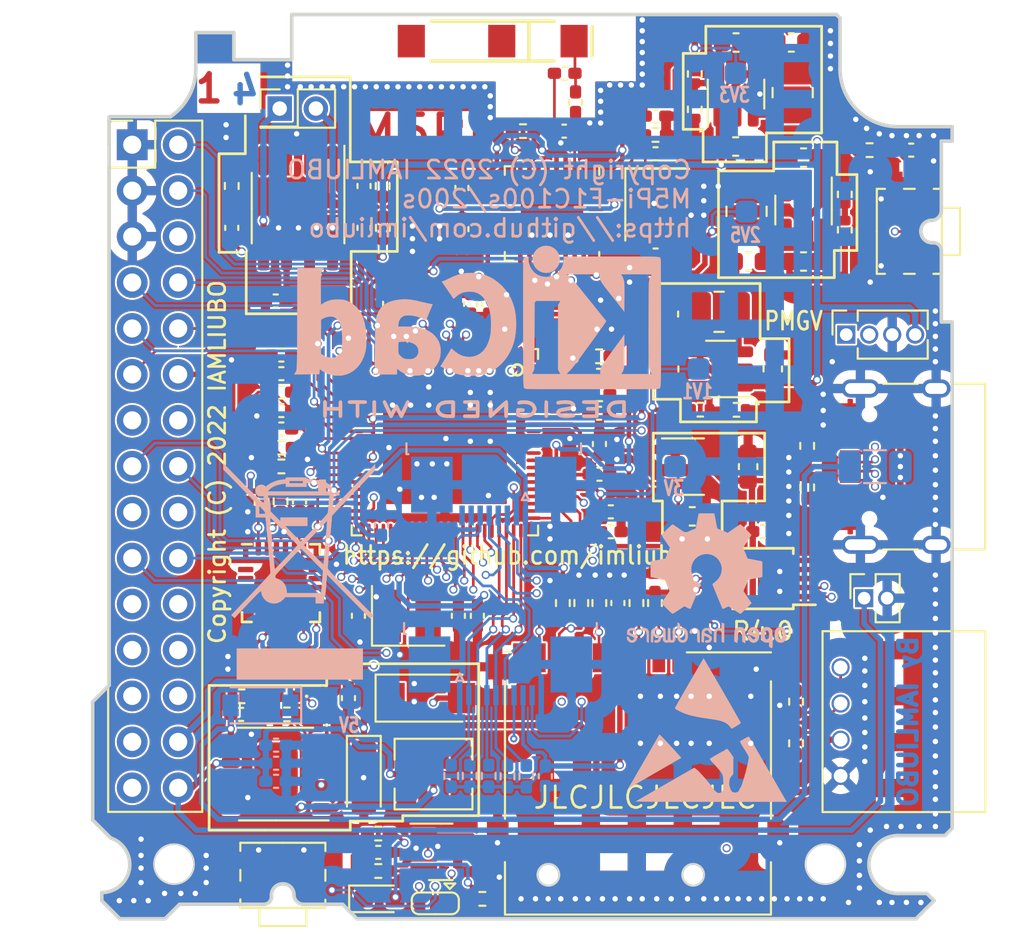
<source format=kicad_pcb>
(kicad_pcb (version 20211232) (generator pcbnew)
  (title_block (title "M5Pi-F1C100S/200S") (date "2021-04-27") (rev "1.0"))
  (layers (0 "F.Cu" power) (1 "In1.Cu" signal "Single1.Cu") (2 "In2.Cu" signal "Single2.Cu") (31 "B.Cu" power) (34 "B.Paste" user) (35 "F.Paste" user) (36 "B.SilkS" user "B.Silkscreen") (37 "F.SilkS" user "F.Silkscreen") (38 "B.Mask" user) (39 "F.Mask" user) (44 "Edge.Cuts" user))
  (net 0 "")
  (net 1 "Net-(U2-LNA)")
  (net 2 "Net-(AE1-PadFEED)")
  (net 3 "Net-(U2-XTAL_OUT)")
  (net 4 "Net-(U2-XTAL_IN)")
  (net 5 "Net-(U4-CPOUT)")
  (net 6 "Net-(U4-REGOUT)")
  (net 7 "Net-(U3A-HOSCO)")
  (net 8 "Net-(U3A-HOSCI)")
  (net 9 "Net-(JP1-C)")
  (net 10 "Net-(U6-FB)")
  (net 11 "Net-(U7-FB)")
  (net 12 "Net-(U8-FB)")
  (net 13 "Net-(U3A-VRA2)")
  (net 14 "Net-(U3A-VRA1)")
  (net 15 "+3V0")
  (net 16 "Net-(U3B-SVREF)")
  (net 17 "/SPI0_CS")
  (net 18 "/~{RESET}")
  (net 19 "/MPU_INIT")
  (net 20 "GND")
  (net 21 "+3V3")
  (net 22 "+2V5")
  (net 23 "+1V1")
  (net 24 "Net-(U5-BYPASS)")
  (net 25 "/USART1_RX")
  (net 26 "/USART1_TX")
  (net 27 "/SD_D2")
  (net 28 "/SD_D3")
  (net 29 "/SD_CMD")
  (net 30 "/SD_CLK")
  (net 31 "/SD_D0")
  (net 32 "/SD_D1")
  (net 33 "/I2C1_SCL")
  (net 34 "/I2C1_SDA")
  (net 35 "/I2C0_SDA")
  (net 36 "/I2C0_SCL")
  (net 37 "/SPI1_MISO")
  (net 38 "/DM")
  (net 39 "/DP")
  (net 40 "/SPI1_CLK")
  (net 41 "/SPI1_MOSI")
  (net 42 "/SPI1_CS")
  (net 43 "/USART0_TX")
  (net 44 "/UASRT0_RX")
  (net 45 "/SPI0_CLK")
  (net 46 "+5V")
  (net 47 "/SPI0_MISO")
  (net 48 "/SPI0_MOSI")
  (net 49 "+5VD")
  (net 50 "/D+")
  (net 51 "/D-")
  (net 52 "Net-(U5-CTRL)")
  (net 53 "/AMP_HPR")
  (net 54 "Net-(D1-K)")
  (net 55 "Net-(Ci1-Pad2)")
  (net 56 "/I2C2_SDA")
  (net 57 "/I2C2_SCL")
  (net 58 "/LCD_~{RESET}")
  (net 59 "Net-(D2-K)")
  (net 60 "Net-(D2-A)")
  (net 61 "Net-(D3-K)")
  (net 62 "Net-(D4-A)")
  (net 64 "/STATUS_LED")
  (net 65 "/WIFI_RESET")
  (net 66 "/WIFI_INT")
  (net 67 "/USART2_RX")
  (net 68 "/USART2_TX")
  (net 71 "/PD13")
  (net 72 "Net-(J6-Pin_1)")
  (net 73 "/LCD_D{slash}C")
  (net 74 "/LCD_BL")
  (net 75 "/TOUCH_INT")
  (net 76 "Net-(J6-Pin_2)")
  (net 77 "Net-(U6-LX)")
  (net 78 "/PD21")
  (net 79 "/PD12")
  (net 80 "/PD14")
  (net 81 "/PD18")
  (net 82 "/PD19")
  (net 83 "/PD20")
  (net 84 "/I2S_BCLK")
  (net 85 "/I2S_DOUT")
  (net 86 "/I2S_LRCK")
  (net 87 "/I2S_MCLK")
  (net 88 "/I2S_DIN")
  (net 89 "/AMP_HPL")
  (net 90 "/VBAT")
  (net 91 "Net-(U7-LX)")
  (net 92 "Net-(U8-LX)")
  (net 93 "Net-(Q1-S)")
  (net 94 "Net-(U10-PROG)")
  (net 95 "VBUS")
  (net 96 "Net-(UART1-CC1)")
  (net 97 "Net-(UART1-CC2)")
  (net 98 "/KEY1")
  (net 99 "/KEY2")
  (net 100 "Net-(U2-RES12K)")
  (net 101 "Net-(U4-AD0)")
  (net 102 "Net-(U5-INN)")
  (net 119 "/PD17")
  (footprint "Capacitor_SMD:C_0402_1005Metric_Pad0.74x0.62mm_HandSolder" (layer "F.Cu") (at 143.233353 72.401564 180)
    (fp_text reference "C5" hide)
    (fp_text value "TBD")
  )
  (footprint "Capacitor_SMD:C_0402_1005Metric_Pad0.74x0.62mm_HandSolder" (layer "F.Cu") (at 126.813353 97.951564 -90)
    (fp_text reference "C26" hide)
    (fp_text value "TBD")
  )
  (footprint "Capacitor_SMD:C_0402_1005Metric_Pad0.74x0.62mm_HandSolder" (layer "F.Cu") (at 122.555853 87.621564 180)
    (fp_text reference "C21" hide)
    (fp_text value "100nF")
  )
  (footprint "Capacitor_SMD:C_0402_1005Metric_Pad0.74x0.62mm_HandSolder" (layer "F.Cu") (at 126.263353 102.501564 -90)
    (fp_text reference "C53" hide)
    (fp_text value "100nF")
  )
  (footprint "Resistor_SMD:R_0402_1005Metric_Pad0.72x0.64mm_HandSolder" (layer "F.Cu") (at 133.663353 113.601564)
    (fp_text reference "R19" hide)
    (fp_text value "49K9")
  )
  (footprint "Resistor_SMD:R_0402_1005Metric_Pad0.72x0.64mm_HandSolder" (layer "F.Cu") (at 142.178353 97.244064 -90)
    (fp_text reference "R11" hide)
    (fp_text value "10K")
  )
  (footprint "Capacitor_SMD:C_0402_1005Metric_Pad0.74x0.62mm_HandSolder" (layer "F.Cu") (at 134.013353 80.701564 -90)
    (fp_text reference "C14" hide)
    (fp_text value "100nF")
  )
  (footprint "Resistor_SMD:R_0402_1005Metric_Pad0.72x0.64mm_HandSolder" (layer "F.Cu") (at 140.128353 97.244064 90)
    (fp_text reference "R13" hide)
    (fp_text value "10K")
  )
  (footprint "Capacitor_SMD:C_0402_1005Metric_Pad0.74x0.62mm_HandSolder" (layer "F.Cu") (at 127.123353 74.184064 -90)
    (fp_text reference "C47" hide)
    (fp_text value "100nF")
  )
  (footprint "Capacitor_SMD:C_0402_1005Metric_Pad0.74x0.62mm_HandSolder" (layer "F.Cu") (at 122.555853 86.601564)
    (fp_text reference "C44" hide)
    (fp_text value "100nF")
  )
  (footprint "Inductor_SMD:L_1008_2520Metric" (layer "F.Cu") (at 150.813353 69.021564 90)
    (fp_text reference "L1" hide)
    (fp_text value "2.2uH")
  )
  (footprint "Capacitor_SMD:C_0402_1005Metric_Pad0.74x0.62mm_HandSolder" (layer "F.Cu") (at 140.113353 84.651564 180)
    (fp_text reference "C40" hide)
    (fp_text value "1uF")
  )
  (footprint "Resistor_SMD:R_0402_1005Metric_Pad0.72x0.64mm_HandSolder" (layer "F.Cu") (at 122.513353 91.621564 90)
    (fp_text reference "R6" hide)
    (fp_text value "4.7K")
  )
  (footprint "imliubo-nightly:MicroSD_Socket_push" (layer "F.Cu") (at 142.263353 106.771564)
    (fp_text reference "J1" hide)
    (fp_text value "Micro_SD_Card")
    (fp_circle (center -4.95 5.5) (end -4.35 5.5) (stroke (width 0.12)) (fill none) (layer "Edge.Cuts"))
    (fp_circle (center 3.05 5.5) (end 3.65 5.5) (stroke (width 0.12)) (fill none) (layer "Edge.Cuts"))
  )
  (footprint "imliubo-nightly:Grove_Socket_4Pin_2mm" (layer "F.Cu") (at 153.463353 103.801564 -90)
    (fp_text reference "J11" hide)
    (fp_text value "Grove_Socket_4Pin")
  )
  (footprint "Connector_PinSocket_1.27mm:PinSocket_1x04_P1.27mm_Vertical" (layer "F.Cu") (at 153.773353 82.401564 90)
    (fp_text reference "J12" hide)
    (fp_text value "Conn_01x04")
  )
  (footprint "imliubo-nightly:SolderJumper-3_P1.3mm_Open_RoundedPad1.0x1.5mm" (layer "F.Cu") (at 131.063353 113.851564 180)
    (fp_text reference "JP1" hide)
    (fp_text value "Jumper_3_Open")
  )
  (footprint "Resistor_SMD:R_0402_1005Metric" (layer "F.Cu") (at 145.705853 86.551564)
    (fp_text reference "R25" hide)
    (fp_text value "150K")
  )
  (footprint "Resistor_SMD:R_0402_1005Metric_Pad0.72x0.64mm_HandSolder" (layer "F.Cu") (at 128.163353 76.499064 90)
    (fp_text reference "R34" hide)
    (fp_text value "TBD")
  )
  (footprint "Package_SO:MSOP-10_3x3mm_P0.5mm" (layer "F.Cu") (at 149.173353 95.891564 180)
    (fp_text reference "U1" hide)
    (fp_text value "CH340E")
  )
  (footprint "Capacitor_SMD:C_0402_1005Metric_Pad0.74x0.62mm_HandSolder" (layer "F.Cu") (at 128.538353 80.701564 90)
    (fp_text reference "C20" hide)
    (fp_text value "100nF")
  )
  (footprint "Capacitor_SMD:C_0402_1005Metric_Pad0.74x0.62mm_HandSolder" (layer "F.Cu") (at 140.763353 93.301564 180)
    (fp_text reference "C12" hide)
    (fp_text value "100nF")
  )
  (footprint "Capacitor_SMD:C_0603_1608Metric" (layer "F.Cu") (at 150.738353 66.246564)
    (fp_text reference "C33" hide)
    (fp_text value "10uF")
  )
  (footprint "Resistor_SMD:R_0402_1005Metric_Pad0.72x0.64mm_HandSolder" (layer "F.Cu") (at 151 105 -90)
    (fp_text reference "R32" hide)
    (fp_text value "4.7K")
  )
  (footprint "Package_TO_SOT_SMD:SOT-23-5" (layer "F.Cu") (at 147.683353 69.101564 90)
    (fp_text reference "U6" hide)
    (fp_text value "SY8088AAC")
  )
  (footprint "Resistor_SMD:R_0402_1005Metric_Pad0.72x0.64mm_HandSolder" (layer "F.Cu") (at 122.555853 89.691564)
    (fp_text reference "R10" hide)
    (fp_text value "2K2")
  )
  (footprint "Capacitor_SMD:C_0402_1005Metric_Pad0.74x0.62mm_HandSolder" (layer "F.Cu") (at 132.533353 76.569064 90)
    (fp_text reference "C7" hide)
    (fp_text value "100nF")
  )
  (footprint "Package_TO_SOT_SMD:SOT-23-5" (layer "F.Cu") (at 151.413353 75.514064 -90)
    (fp_text reference "U7" hide)
    (fp_text value "SY8088AAC")
  )
  (footprint "Capacitor_SMD:C_0402_1005Metric_Pad0.74x0.62mm_HandSolder" (layer "F.Cu") (at 157.363353 72.201564)
    (fp_text reference "C50" hide)
    (fp_text value "100nF")
  )
  (footprint "Capacitor_SMD:C_0402_1005Metric_Pad0.74x0.62mm_HandSolder" (layer "F.Cu") (at 140.763353 92.201564)
    (fp_text reference "C22" hide)
    (fp_text value "100nF")
  )
  (footprint "Resistor_SMD:R_0402_1005Metric_Pad0.72x0.64mm_HandSolder" (layer "F.Cu") (at 119.813353 74.184064 -90)
    (fp_text reference "Ri1" hide)
    (fp_text value "TBD")
  )
  (footprint "Resistor_SMD:R_0402_1005Metric_Pad0.72x0.64mm_HandSolder" (layer "F.Cu") (at 140.113353 83.601564 180)
    (fp_text reference "R30" hide)
    (fp_text value "200K")
  )
  (footprint "Capacitor_SMD:C_0402_1005Metric_Pad0.74x0.62mm_HandSolder" (layer "F.Cu") (at 119.813353 76.499064 90)
    (fp_text reference "Ci1" hide)
    (fp_text value "TBD")
  )
  (footprint "Resistor_SMD:R_0402_1005Metric_Pad0.72x0.64mm_HandSolder" (layer "F.Cu") (at 138.113353 97.244064 90)
    (fp_text reference "R16" hide)
    (fp_text value "10K")
  )
  (footprint "Resistor_SMD:R_0402_1005Metric_Pad0.72x0.64mm_HandSolder" (layer "F.Cu") (at 144.253353 97.244064 -90)
    (fp_text reference "R15" hide)
    (fp_text value "10K")
  )
  (footprint "Inductor_SMD:L_0402_1005Metric_Pad0.77x0.64mm_HandSolder" (layer "F.Cu") (at 138.185853 71.151564 180)
    (fp_text reference "TBD1" hide)
    (fp_text value "L")
  )
  (footprint "Capacitor_SMD:C_0603_1608Metric" (layer "F.Cu") (at 148.350853 89.701564 90)
    (fp_text reference "C42" hide)
    (fp_text value "1uF")
  )
  (footprint "Resistor_SMD:R_0402_1005Metric_Pad0.72x0.64mm_HandSolder" (layer "F.Cu") (at 122.033353 100.534064 -90)
    (fp_text reference "R8" hide)
    (fp_text value "10K")
  )
  (footprint "Resistor_SMD:R_0402_1005Metric_Pad0.72x0.64mm_HandSolder" (layer "F.Cu") (at 151.613353 88.554064 -90)
    (fp_text reference "R4" hide)
    (fp_text value "2K2")
  )
  (footprint "Resistor_SMD:R_0402_1005Metric_Pad0.72x0.64mm_HandSolder" (layer "F.Cu") (at 121.463353 91.651564 90)
    (fp_text reference "R7" hide)
    (fp_text value "4.7K")
  )
  (footprint "Connector_PinSocket_1.27mm:PinSocket_1x02_P1.27mm_Vertical" (layer "F.Cu") (at 154.763353 96.976564 90)
    (fp_text reference "J3" hide)
    (fp_text value "Conn_01x02")
  )
  (footprint "Resistor_SMD:R_0402_1005Metric_Pad0.72x0.64mm_HandSolder" (layer "F.Cu") (at 128.153353 74.184064 -90)
    (fp_text reference "R35" hide)
    (fp_text value "TBD")
  )
  (footprint "Resistor_SMD:R_0402_1005Metric" (layer "F.Cu") (at 153.693353 74.649064 90)
    (fp_text reference "R24" hide)
    (fp_text value "150K")
  )
  (footprint "Capacitor_SMD:C_0402_1005Metric_Pad0.74x0.62mm_HandSolder" (layer "F.Cu") (at 143.713353 95.601564 180)
    (fp_text reference "C1" hide)
    (fp_text value "100nF")
  )
  (footprint "Resistor_SMD:R_0402_1005Metric_Pad0.72x0.64mm_HandSolder" (layer "F.Cu") (at 122.555853 88.651564)
    (fp_text reference "R9" hide)
    (fp_text value "2K2")
  )
  (footprint "Resistor_SMD:R_0402_1005Metric_Pad0.72x0.64mm_HandSolder" (layer "F.Cu") (at 155.063353 72.201564 180)
    (fp_text reference "R36" hide)
    (fp_text value "49K9")
  )
  (footprint "Capacitor_SMD:C_0402_1005Metric_Pad0.74x0.62mm_HandSolder" (layer "F.Cu") (at 138.813353 69.551564 -90)
    (fp_text reference "C3" hide)
    (fp_text value "TBD")
  )
  (footprint "Resistor_SMD:R_0402_1005Metric_Pad0.72x0.64mm_HandSolder" (layer "F.Cu") (at 151.613353 90.851564 -90)
    (fp_text reference "R3" hide)
    (fp_text value "2K2")
  )
  (footprint "Connector_PinHeader_2.54mm:PinHeader_2x15_P2.54mm_Vertical" (layer "F.Cu") (at 114.313353 71.901564)
    (fp_text reference "J2" hide)
    (fp_text value "Conn_02x15_Odd_Even")
  )
  (footprint "imliubo-nightly:L_Sunlord_SWPA4030S_4x4x3mm" (layer "F.Cu") (at 130.963353 106.701564 180)
    (fp_text reference "L4" hide)
    (fp_text value "10uH")
  )
  (footprint "imliubo-nightly:SOP-8_4.8x6.0mm_P1.27mm_EP2.3x3.2mm" (layer "F.Cu") (at 122.263353 106.701564 180)
    (fp_text reference "U10" hide)
    (fp_text value "TP5400")
  )
  (footprint "Resistor_SMD:R_0402_1005Metric_Pad0.72x0.64mm_HandSolder" (layer "F.Cu") (at 143.233353 71.361564)
    (fp_text reference "R5" hide)
    (fp_text value "12K")
  )
  (footprint "Resistor_SMD:R_0402_1005Metric_Pad0.72x0.64mm_HandSolder" (layer "F.Cu") (at 127.910853 112.061564 180)
    (fp_text reference "R18" hide)
    (fp_text value "3K3")
  )
  (footprint "Capacitor_SMD:C_0603_1608Metric" (layer "F.Cu") (at 143.985853 84.301564 -90)
    (fp_text reference "C37" hide)
    (fp_text value "20pF")
  )
  (footprint "Resistor_SMD:R_0402_1005Metric_Pad0.72x0.64mm_HandSolder" (layer "F.Cu") (at 151 102.7 90)
    (fp_text reference "R37" hide)
    (fp_text value "4.7K")
  )
  (footprint "imliubo-nightly:Button_4Pin_Tortoise" (layer "F.Cu") (at 157.263353 76.691564 -90)
    (fp_text reference "SW2" hide)
    (fp_text value "Button_Tortoise_4Pin")
  )
  (footprint "Sensor_Motion:InvenSense_QFN-24_4x4mm_P0.5mm" (layer "F.Cu") (at 122.533353 96.141564)
    (fp_text reference "U4" hide)
    (fp_text value "MPU-6050")
  )
  (footprint "Capacitor_SMD:C_0402_1005Metric_Pad0.74x0.62mm_HandSolder" (layer "F.Cu") (at 143.233353 70.321564)
    (fp_text reference "C8" hide)
    (fp_text value "100nF")
  )
  (footprint "Capacitor_SMD:C_0603_1608Metric" (layer "F.Cu") (at 148.388353 78.359064 180)
    (fp_text reference "C38" hide)
    (fp_text value "10uF")
  )
  (footprint "Capacitor_SMD:C_0402_1005Metric_Pad0.74x0.62mm_HandSolder" (layer "F.Cu") (at 122.243353 80.541564)
    (fp_text reference "C49" hide)
    (fp_text value "100nF")
  )
  (footprint "Package_TO_SOT_SMD:SOT-23-5" (layer "F.Cu") (at 146.825853 84.301564 180)
    (fp_text reference "U8" hide)
    (fp_text value "SY8088AAC")
  )
  (footprint "Resistor_SMD:R_0402_1005Metric_Pad0.72x0.64mm_HandSolder" (layer "F.Cu") (at 127.910853 109.991564)
    (fp_text reference "R17" hide)
    (fp_text value "49K9")
  )
  (footprint "LED_SMD:LED_0603_1608Metric_Pad1.05x0.95mm_HandSolder" (layer "F.Cu") (at 127.963353 113.601564)
    (fp_text reference "D1" hide)
    (fp_text value "LED")
  )
  (footprint "Capacitor_SMD:C_0603_1608Metric" (layer "F.Cu") (at 151.413353 78.359064)
    (fp_text reference "C36" hide)
    (fp_text value "20pF")
  )
  (footprint "Capacitor_SMD:C_0402_1005Metric_Pad0.74x0.62mm_HandSolder" (layer "F.Cu") (at 133.388353 97.951564 90)
    (fp_text reference "C11" hide)
    (fp_text value "100nF")
  )
  (footprint "Capacitor_SMD:C_0603_1608Metric" (layer "F.Cu") (at 147.683353 66.251564 180)
    (fp_text reference "C32" hide)
    (fp_text value "20pF")
  )
  (footprint "Resistor_SMD:R_0402_1005Metric_Pad0.72x0.64mm_HandSolder" (layer "F.Cu") (at 143.203353 97.244064 -90)
    (fp_text reference "R12" hide)
    (fp_text value "10K")
  )
  (footprint "Capacitor_SMD:C_0402_1005Metric_Pad0.74x0.62mm_HandSolder" (layer "F.Cu") (at 123.558353 91.621564 90)
    (fp_text reference "C18" hide)
    (fp_text value "2.2nF")
  )
  (footprint "Capacitor_SMD:C_0402_1005Metric_Pad0.74x0.62mm_HandSolder" (layer "F.Cu") (at 127.910853 111.031564)
    (fp_text reference "C28" hide)
    (fp_text value "100nF")
  )
  (footprint "imliubo-nightly:USB_C_C393939" (layer "F.Cu") (at 157.663353 89.701564 90)
    (fp_text reference "UART1" hide)
    (fp_text value "USB_C")
  )
  (footprint "Capacitor_SMD:C_0402_1005Metric_Pad0.74x0.62mm_HandSolder" (layer "F.Cu") (at 140.133353 90.121564 180)
    (fp_text reference "C13" hide)
    (fp_text value "100nF")
  )
  (footprint "Crystal:Crystal_SMD_3225-4Pin_3.2x2.5mm" (layer "F.Cu") (at 129.563353 97.951564)
    (fp_text reference "Y2" hide)
    (fp_text value "24Mhz")
  )
  (footprint "Capacitor_SMD:C_0402_1005Metric_Pad0.74x0.62mm_HandSolder" (layer "F.Cu") (at 140.113353 86.751564 180)
    (fp_text reference "C41" hide)
    (fp_text value "1uF")
  )
  (footprint "Capacitor_SMD:C_0603_1608Metric" (layer "F.Cu") (at 143.970853 81.266564 90)
    (fp_text reference "C39" hide)
    (fp_text value "10uF")
  )
  (footprint "Package_TO_SOT_SMD:SOT-23" (layer "F.Cu") (at 145.263353 89.701564)
    (fp_text reference "U9" hide)
    (fp_text value "XC6206P302MR")
  )
  (footprint "Connector_PinHeader_2.00mm:PinHeader_2x01_P2.00mm_Vertical" (layer "F.Cu") (at 122.463353 69.901564)
    (fp_text reference "J6" hide)
    (fp_text value "Speaker")
  )
  (footprint "Resistor_SMD:R_0402_1005Metric_Pad0.72x0.64mm_HandSolder" (layer "F.Cu") (at 138.690853 80.181564 180)
    (fp_text reference "R29" hide)
    (fp_text value "10K")
  )
  (footprint "Capacitor_SMD:C_0402_1005Metric_Pad0.74x0.62mm_HandSolder" (layer "F.Cu") (at 120.330853 103.401564 180)
    (fp_text reference "C51" hide)
    (fp_text value "10uF")
  )
  (footprint "Capacitor_SMD:C_0402_1005Metric_Pad0.74x0.62mm_HandSolder" (layer "F.Cu") (at 124.083353 100.534064 -90)
    (fp_text reference "C17" hide)
    (fp_text value "100nF")
  )
  (footprint "Resistor_SMD:R_0402_1005Metric_Pad0.72x0.64mm_HandSolder" (layer "F.Cu") (at 140.113353 85.701564 180)
    (fp_text reference "R31" hide)
    (fp_text value "200K")
  )
  (footprint "Package_DFN_QFN:QFN-32-1EP_5x5mm_P0.5mm_EP3.45x3.45mm" (layer "F.Cu") (at 137.513353 75.701564 -90)
    (fp_text reference "U2" hide)
    (fp_text value "ESP8089")
  )
  (footprint "Capacitor_Tantalum_SMD:CP_EIA-3216-10_Kemet-I" (layer "F.Cu") (at 127.113353 106.901564 -90)
    (fp_text reference "C56" hide)
    (fp_text value "C_Polarized")
  )
  (footprint "Capacitor_SMD:C_0402_1005Metric_Pad0.74x0.62mm_HandSolder" (layer "F.Cu") (at 124.550853 80.541564)
    (fp_text reference "C48" hide)
    (fp_text value "100uF")
  )
  (footprint "Resistor_SMD:R_0402_1005Metric" (layer "F.Cu") (at 122.863353 103.401564 180)
    (fp_text reference "R2" hide)
    (fp_text value "1.1K")
  )
  (footprint "LED_SMD:LED_0402_1005Metric" (layer "F.Cu") (at 122.863353 102.401564 180)
    (fp_text reference "D2" hide)
    (fp_text value "LED")
  )
  (footprint "imliubo-nightly:QFN-88_EP_10x10_Pitch0.4mm" (layer "F.Cu") (at 131.593353 88.351564 -90)
    (fp_text reference "U3" hide)
    (fp_text value "F1C100s")
  )
  (footprint "Capacitor_SMD:C_0402_1005Metric_Pad0.74x0.62mm_HandSolder" (layer "F.Cu") (at 132.533353 74.291564 90)
    (fp_text reference "C6" hide)
    (fp_text value "100nF")
  )
  (footprint "Capacitor_SMD:C_0603_1608Metric" (layer "F.Cu") (at 145.263353 92.451564)
    (fp_text reference "C43" hide)
    (fp_text value "1uF")
  )
  (footprint "Resistor_SMD:R_0402_1005Metric" (layer "F.Cu") (at 153.693353 76.609064 90)
    (fp_text reference "R23" hide)
    (fp_text value "470K")
  )
  (footprint "Capacitor_SMD:C_0603_1608Metric" (layer "F.Cu") (at 147.663353 72.001564)
    (fp_text reference "C31" hide)
    (fp_text value "10uF")
  )
  (footprint "Capacitor_SMD:C_0402_1005Metric_Pad0.74x0.62mm_HandSolder" (layer "F.Cu") (at 120.993353 100.534064 -90)
    (fp_text reference "C16" hide)
    (fp_text value "10nF")
  )
  (footprint "Capacitor_SMD:C_0402_1005Metric_Pad0.74x0.62mm_HandSolder" (layer "F.Cu") (at 122.555853 85.581564 180)
    (fp_text reference "C45" hide)
    (fp_text value "100nF")
  )
  (footprint "Resistor_SMD:R_0402_1005Metric_Pad0.72x0.64mm_HandSolder" (layer "F.Cu") (at 139.129353 97.244064 90)
    (fp_text reference "R14" hide)
    (fp_text value "10K")
  )
  (footprint "Resistor_SMD:R_0402_1005Metric" (layer "F.Cu") (at 145.403353 67.986564 -90)
    (fp_text reference "R21" hide)
    (fp_text value "680K")
  )
  (footprint "imliubo-nightly:D-SMA(DO-214AC)" (layer "F.Cu") (at 130.563353 102.501564)
    (fp_text reference "D4" hide)
    (fp_text value "D")
  )
  (footprint "Capacitor_SMD:C_0402_1005Metric_Pad0.74x0.62mm_HandSolder" (layer "F.Cu") (at 141.153353 97.244064 90)
    (fp_text reference "C27" hide)
    (fp_text value "100nF")
  )
  (footprint "Resistor_SMD:R_0402_1005Metric" (layer "F.Cu") (at 120.363353 102.401564)
    (fp_text reference "R1" hide)
    (fp_text value "1K")
  )
  (footprint "Capacitor_SMD:C_0402_1005Metric_Pad0.74x0.62mm_HandSolder" (layer "F.Cu") (at 122.555853 83.531564 180)
    (fp_text reference "C23" hide)
    (fp_text value "100nF")
  )
  (footprint "Capacitor_SMD:C_0402_1005Metric_Pad0.74x0.62mm_HandSolder" (layer "F.Cu") (at 143.238353 78.001564)
    (fp_text reference "C4" hide)
    (fp_text value "TBD")
  )
  (footprint "Package_TO_SOT_SMD:SOT-23" (layer "F.Cu") (at 131.363353 111.001564)
    (fp_text reference "Q1" hide)
    (fp_text value "Q_NMOS_GSD")
  )
  (footprint "Resistor_SMD:R_0402_1005Metric_Pad0.72x0.64mm_HandSolder" (layer "F.Cu") (at 136.365853 80.181564)
    (fp_text reference "R28" hide)
    (fp_text value "10K")
  )
  (footprint "Resistor_SMD:R_0402_1005Metric_Pad0.72x0.64mm_HandSolder" (layer "F.Cu") (at 135.910853 71.151564 180)
    (fp_text reference "R27" hide)
    (fp_text value "10K")
  )
  (footprint "imliubo-nightly:SOP-8_3.9x4.9mm_P1.27mm" (layer "F.Cu") (at 123.478353 75.406564 -90)
    (fp_text reference "U5" hide)
    (fp_text value "NS4158B")
  )
  (footprint "Resistor_SMD:R_0402_1005Metric" (layer "F.Cu") (at 147.705853 86.561564)
    (fp_text reference "R26" hide)
    (fp_text value "150K")
  )
  (footprint "Capacitor_SMD:C_0402_1005Metric_Pad0.74x0.62mm_HandSolder" (layer "F.Cu") (at 138.213353 67.951564)
    (fp_text reference "C57" hide)
    (fp_text value "TBD")
  )
  (footprint "Capacitor_SMD:C_0402_1005Metric_Pad0.74x0.62mm_HandSolder" (layer "F.Cu") (at 129.663353 80.701564 -90)
    (fp_text reference "C10" hide)
    (fp_text value "100nF")
  )
  (footprint "Capacitor_SMD:C_0402_1005Metric_Pad0.74x0.62mm_HandSolder" (layer "F.Cu") (at 133.013353 80.701564 -90)
    (fp_text reference "C9" hide)
    (fp_text value "100nF")
  )
  (footprint "imliubo-nightly:ANT-2.4GHZ-9.5X2.0MM" (layer "F.Cu") (at 134.235473 66.174367 -90)
    (fp_text reference "AE1" hide)
    (fp_text value "Antenna_2.4G" hide)
  )
  (footprint "Inductor_SMD:L_1008_2520Metric" (layer "F.Cu") (at 146.745853 81.141564 180)
    (fp_text reference "L3" hide)
    (fp_text value "2.2uH")
  )
  (footprint "LED_SMD:LED_0402_1005Metric" (layer "F.Cu") (at 125.063353 102.901564 90)
    (fp_text reference "D3" hide)
    (fp_text value "LED")
  )
  (footprint "Capacitor_SMD:C_0402_1005Metric_Pad0.74x0.62mm_HandSolder" (layer "F.Cu") (at 127.123353 76.499064 90)
    (fp_text reference "C46" hide)
    (fp_text value "1uF")
  )
  (footprint "Capacitor_SMD:C_0402_1005Metric_Pad0.74x0.62mm_HandSolder" (layer "F.Cu") (at 149.173353 93.291564)
    (fp_text reference "C2" hide)
    (fp_text value "100nF")
  )
  (footprint "Resistor_SMD:R_0402_1005Metric" (layer "F.Cu") (at 145.403353 69.946564 -90)
    (fp_text reference "R22" hide)
    (fp_text value "150K")
  )
  (footprint "Capacitor_SMD:C_0603_1608Metric" (layer "F.Cu") (at 149.713353 84.301564 90)
    (fp_text reference "C35" hide)
    (fp_text value "10uF")
  )
  (footprint "Capacitor_SMD:C_0402_1005Metric_Pad0.74x0.62mm_HandSolder" (layer "F.Cu") (at 123.063353 100.534064 -90)
    (fp_text reference "C19" hide)
    (fp_text value "100nF")
  )
  (footprint "Capacitor_SMD:C_0402_1005Metric_Pad0.74x0.62mm_HandSolder" (layer "F.Cu") (at 140.133353 88.451564 -90)
    (fp_text reference "C15" hide)
    (fp_text value "100nF")
  )
  (footprint "imliubo-nightly:Button_4Pin_Tortoise" (layer "F.Cu") (at 122.638353 112.301564 180)
    (fp_text reference "SW1" hide)
    (fp_text value "Button_Tortoise_4Pin")
  )
  (footprint "Capacitor_SMD:C_0603_1608Metric" (layer "F.Cu") (at 151.413353 72.614064 180)
    (fp_text reference "C34" hide)
    (fp_text value "10uF")
  )
  (footprint "Capacitor_SMD:C_0402_1005Metric_Pad0.74x0.62mm_HandSolder" (layer "F.Cu") (at 132.338353 97.951564 90)
    (fp_text reference "C25" hide)
    (fp_text value "TBD")
  )
  (footprint "Capacitor_SMD:C_0402_1005Metric_Pad0.74x0.62mm_HandSolder" (layer "F.Cu") (at 122.555853 84.561564 180)
    (fp_text reference "C24" hide)
    (fp_text value "100nF")
  )
  (footprint "Crystal:Crystal_SMD_3225-4Pin_3.2x2.5mm" (layer "F.Cu") (at 143.213353 75.201564 -90)
    (fp_text reference "Y1" hide)
    (fp_text value "26Mhz")
  )
  (footprint "Inductor_SMD:L_1008_2520Metric" (layer "F.Cu") (at 148.263353 75.584064 -90)
    (fp_text reference "L2" hide)
    (fp_text value "2.2uH")
  )
  (footprint "Resistor_SMD:R_0402_1005Metric_Pad0.72x0.64mm_HandSolder" (layer "B.Cu") (at 135.053353 106.824064 -90)
    (fp_text reference "R41" hide)
    (fp_text value "10K")
  )
  (footprint "Symbol:KiCad-Logo2_8mm_SilkScreen" (layer "B.Cu") (at 133.409893 81.426424 180)
    (fp_text reference "REF**" hide)
    (fp_text value "KiCad-Logo2_8mm_SilkScreen" hide)
  )
  (footprint "Symbol:WEEE-Logo_8.4x12mm_SilkScreen" (layer "B.Cu") (at 123.55 95.5 180)
    (fp_text reference "REF**" hide)
    (fp_text value "WEEE-Logo_8.4x12mm_SilkScreen" hide)
  )
  (footprint "Capacitor_SMD:C_0402_1005Metric_Pad0.74x0.62mm_HandSolder" (layer "B.Cu") (at 122.263353 105.101564)
    (fp_text reference "C54" hide)
    (fp_text value "22uF")
  )
  (footprint "Resistor_SMD:R_0402_1005Metric_Pad0.72x0.64mm_HandSolder" (layer "B.Cu") (at 136.093353 106.824064 90)
    (fp_text reference "R20" hide)
    (fp_text value "5.1K")
  )
  (footprint "imliubo-nightly:TestPoint" (layer "B.Cu") (at 126.363353 102.501564 180)
    (fp_text reference "TP1" hide)
    (fp_text value "TestPoint")
  )
  (footprint "imliubo-nightly:TE_0-1734839-8_1x08-1MP_P0.5mm_Horizontal" (layer "B.Cu") (at 134.293353 91.051564)
    (fp_text reference "J5" hide)
    (fp_text value "TOUCH_FPC_8P")
  )
  (footprint "imliubo-nightly:TestPoint" (layer "B.Cu") (at 147.663353 67.951564 180)
    (fp_text reference "TP2" hide)
    (fp_text value "TestPoint")
  )
  (footprint "Resistor_SMD:R_0402_1005Metric_Pad0.72x0.64mm_HandSolder" (layer "B.Cu") (at 134.013353 106.804064 -90)
    (fp_text reference "R39" hide)
    (fp_text value "10K")
  )
  (footprint "imliubo-nightly:TE_1-1734839-0_1x10-1MP_P0.5mm_Horizontal" (layer "B.Cu") (at 134.663353 100.989064)
    (fp_text reference "J4" hide)
    (fp_text value "LCD_FPC_10P")
  )
  (footprint "imliubo-nightly:TestPoint" (layer "B.Cu") (at 145.613353 84.301564 180)
    (fp_text reference "TP4" hide)
    (fp_text value "TestPoint")
  )
  (footprint "Capacitor_SMD:C_0402_1005Metric_Pad0.74x0.62mm_HandSolder" (layer "B.Cu") (at 137.143353 106.824064 90)
    (fp_text reference "C29" hide)
    (fp_text value "100nF")
  )
  (footprint "Symbol:OSHW-Logo2_9.8x8mm_SilkScreen" (layer "B.Cu") (at 146.05 96 180)
    (fp_text reference "REF**" hide)
    (fp_text value "OSHW-Logo2_9.8x8mm_SilkScreen" hide)
  )
  (footprint "imliubo-nightly:TestPoint" (layer "B.Cu") (at 148.263353 75.601564 180)
    (fp_text reference "TP3" hide)
    (fp_text value "TestPoint")
  )
  (footprint "Capacitor_SMD:C_0402_1005Metric_Pad0.74x0.62mm_HandSolder" (layer "B.Cu") (at 122.263353 107.101564)
    (fp_text reference "C55" hide)
    (fp_text value "22uF")
  )
  (footprint "Resistor_SMD:R_0402_1005Metric_Pad0.72x0.64mm_HandSolder" (layer "B.Cu") (at 131.943353 106.804064 -90)
    (fp_text reference "R33" hide)
    (fp_text value "10K")
  )
  (footprint "imliubo-nightly:TestPoint" (layer "B.Cu") (at 144.313353 89.701564 -90)
    (fp_text reference "TP5" hide)
    (fp_text value "TestPoint")
  )
  (footprint "Capacitor_SMD:C_0402_1005Metric_Pad0.74x0.62mm_HandSolder" (layer "B.Cu") (at 128.093353 92.926564 -90)
    (fp_text reference "C30" hide)
    (fp_text value "100nF")
  )
  (footprint "Fuse:Fuse_1206_3216Metric" (layer "B.Cu") (at 155.363353 89.701564 180)
    (fp_text reference "F1" hide)
    (fp_text value "Fuse")
  )
  (footprint "Symbol:ESD-Logo_8.9x8mm_SilkScreen" (layer "B.Cu") (at 146.1 104.25 180)
    (fp_text reference "REF**" hide)
    (fp_text value "ESD-Logo_8.9x8mm_SilkScreen" hide)
  )
  (footprint "Diode_SMD:D_SOD-123" (layer "B.Cu") (at 121.4 102.9 180)
    (fp_text reference "D5" hide)
    (fp_text value "1N5819")
  )
  (footprint "Capacitor_SMD:C_0402_1005Metric_Pad0.74x0.62mm_HandSolder" (layer "B.Cu") (at 122.263353 106.101564)
    (fp_text reference "C52" hide)
    (fp_text value "100nF")
  )
  (footprint "Resistor_SMD:R_0402_1005Metric_Pad0.72x0.64mm_HandSolder" (layer "B.Cu") (at 132.963353 106.804064 -90)
    (fp_text reference "R40" hide)
    (fp_text value "10K")
  )
  (gr_line (start 147.463353 87.851564) (end 143.113353 87.851564) (stroke (width 0.15)) (layer "F.SilkS"))
  (gr_line (start 146.913353 91.601564) (end 149.263353 91.601564) (stroke (width 0.15)) (layer "F.SilkS"))
  (gr_line (start 150.613353 86.126564) (end 150.613353 82.626564) (stroke (width 0.15)) (layer "F.SilkS"))
  (gr_line (start 146.713353 73.351564) (end 146.713353 79.251564) (stroke (width 0.15)) (layer "F.SilkS"))
  (gr_line (start 121.363353 68.151564) (end 126.363353 68.151564) (stroke (width 0.15)) (layer "F.SilkS"))
  (gr_line (start 125.063353 101.801564) (end 118.563353 101.801564) (stroke (width 0.15)) (layer "F.SilkS"))
  (gr_line (start 145.863353 72.851564) (end 149.363353 72.851564) (stroke (width 0.15)) (layer "F.SilkS"))
  (gr_line (start 149.263353 91.601564) (end 149.263353 91.351564) (stroke (width 0.15)) (layer "F.SilkS"))
  (gr_line (start 126.413353 81.251564) (end 120.613353 81.251564) (stroke (width 0.15)) (layer "F.SilkS"))
  (gr_line (start 120.613353 77.851564) (end 119.113353 77.851564) (stroke (width 0.15)) (layer "F.SilkS"))
  (gr_line (start 153.113353 77.751564) (end 154.363353 77.751564) (stroke (width 0.15)) (layer "F.SilkS"))
  (gr_line (start 146.013353 65.351564) (end 146.013353 66.851564) (stroke (width 0.15)) (layer "F.SilkS"))
  (gr_line (start 152.413353 65.351564) (end 146.013353 65.351564) (stroke (width 0.15)) (layer "F.SilkS"))
  (gr_line (start 119.113353 72.401564) (end 120.563353 72.401564) (stroke (width 0.15)) (layer "F.SilkS"))
  (gr_line (start 133.463353 100.601564) (end 125.263353 100.601564) (stroke (width 0.15)) (layer "F.SilkS"))
  (gr_line (start 144.763353 71.051564) (end 145.863353 71.051564) (stroke (width 0.15)) (layer "F.SilkS"))
  (gr_line (start 154.363353 77.751564) (end 154.363353 73.551564) (stroke (width 0.15)) (layer "F.SilkS"))
  (gr_line (start 133.463353 109.001564) (end 133.463353 100.601564) (stroke (width 0.15)) (layer "F.SilkS"))
  (gr_line (start 149.763353 71.751564) (end 149.763353 73.351564) (stroke (width 0.15)) (layer "F.SilkS"))
  (gr_line (start 128.963353 72.851564) (end 128.963353 77.801564) (stroke (width 0.15)) (layer "F.SilkS"))
  (gr_line (start 149.363353 72.851564) (end 149.363353 71.351564) (stroke (width 0.15)) (layer "F.SilkS"))
  (gr_line (start 128.963353 77.801564) (end 126.413353 77.801564) (stroke (width 0.15)) (layer "F.SilkS"))
  (gr_line (start 150.613353 82.626564) (end 149.013353 82.626564) (stroke (width 0.15)) (layer "F.SilkS"))
  (gr_line (start 126.363353 109.301564) (end 129.263353 109.301564) (stroke (width 0.15)) (layer "F.SilkS"))
  (gr_line (start 147.463353 87.851564) (end 149.263353 87.851564) (stroke (width 0.15)) (layer "F.SilkS"))
  (gr_line (start 144.613353 87.226564) (end 148.813353 87.226564) (stroke (width 0.15)) (layer "F.SilkS"))
  (gr_line (start 149.763353 73.351564) (end 146.713353 73.351564) (stroke (width 0.15)) (layer "F.SilkS"))
  (gr_line (start 129.263353 109.301564) (end 129.263353 109.001564) (stroke (width 0.15)) (layer "F.SilkS"))
  (gr_line (start 143.113353 79.576564) (end 143.113353 85.976564) (stroke (width 0.15)) (layer "F.SilkS"))
  (gr_line (start 118.563353 109.801564) (end 121.663353 109.801564) (stroke (width 0.15)) (layer "F.SilkS"))
  (gr_line (start 120.613353 81.251564) (end 120.613353 77.851564) (stroke (width 0.15)) (layer "F.SilkS"))
  (gr_line (start 143.113353 87.851564) (end 143.113353 91.601564) (stroke (width 0.15)) (layer "F.SilkS"))
  (gr_line (start 148.813353 87.226564) (end 148.813353 86.126564) (stroke (width 0.15)) (layer "F.SilkS"))
  (gr_line (start 146.913353 93.401564) (end 146.913353 91.601564) (stroke (width 0.15)) (layer "F.SilkS"))
  (gr_line (start 153.263353 73.551564) (end 153.263353 71.751564) (stroke (width 0.15)) (layer "F.SilkS"))
  (gr_line (start 149.363353 71.351564) (end 149.363353 71.251564) (stroke (width 0.15)) (layer "F.SilkS"))
  (gr_line (start 143.113353 85.976564) (end 144.613353 85.976564) (stroke (width 0.15)) (layer "F.SilkS"))
  (gr_line (start 125.063353 100.601564) (end 125.063353 101.801564) (stroke (width 0.15)) (layer "F.SilkS"))
  (gr_line (start 126.363353 72.851564) (end 128.963353 72.851564) (stroke (width 0.15)) (layer "F.SilkS"))
  (gr_line (start 126.363353 68.151564) (end 126.363353 72.851564) (stroke (width 0.15)) (layer "F.SilkS"))
  (gr_line (start 143.113353 91.601564) (end 143.613353 91.601564) (stroke (width 0.15)) (layer "F.SilkS"))
  (gr_line (start 126.413353 77.801564) (end 126.413353 81.251564) (stroke (width 0.15)) (layer "F.SilkS"))
  (gr_line (start 148.813353 86.126564) (end 150.613353 86.126564) (stroke (width 0.15)) (layer "F.SilkS"))
  (gr_line (start 146.013353 66.851564) (end 144.763353 66.851564) (stroke (width 0.15)) (layer "F.SilkS"))
  (gr_line (start 149.363353 71.251564) (end 152.413353 71.251564) (stroke (width 0.15)) (layer "F.SilkS"))
  (gr_line (start 126.363353 109.401564) (end 126.363353 109.301564) (stroke (width 0.15)) (layer "F.SilkS"))
  (gr_line (start 126.363353 109.801564) (end 126.363353 109.401564) (stroke (width 0.15)) (layer "F.SilkS"))
  (gr_line (start 144.763353 66.851564) (end 144.763353 71.051564) (stroke (width 0.15)) (layer "F.SilkS"))
  (gr_line (start 143.613353 93.401564) (end 146.913353 93.401564) (stroke (width 0.15)) (layer "F.SilkS"))
  (gr_line (start 146.713353 79.251564) (end 153.113353 79.251564) (stroke (width 0.15)) (layer "F.SilkS"))
  (gr_line (start 149.263353 91.351564) (end 149.263353 88.101564) (stroke (width 0.15)) (layer "F.SilkS"))
  (gr_line (start 120.563353 72.401564) (end 120.563353 70.301564) (stroke (width 0.15)) (layer "F.SilkS"))
  (gr_line (start 154.363353 73.551564) (end 153.263353 73.551564) (stroke (width 0.15)) (layer "F.SilkS"))
  (gr_line (start 119.113353 77.851564) (end 119.113353 72.401564) (stroke (width 0.15)) (layer "F.SilkS"))
  (gr_line (start 153.263353 71.751564) (end 149.763353 71.751564) (stroke (width 0.15)) (layer "F.SilkS"))
  (gr_line (start 149.013353 82.626564) (end 149.013353 79.576564) (stroke (width 0.15)) (layer "F.SilkS"))
  (gr_line (start 143.613353 91.601564) (end 143.613353 93.401564) (stroke (width 0.15)) (layer "F.SilkS"))
  (gr_line (start 149.263353 87.851564) (end 149.263353 88.101564) (stroke (width 0.15)) (layer "F.SilkS"))
  (gr_line (start 153.113353 79.251564) (end 153.113353 77.751564) (stroke (width 0.15)) (layer "F.SilkS"))
  (gr_line (start 121.663353 109.801564) (end 126.363353 109.801564) (stroke (width 0.15)) (layer "F.SilkS"))
  (gr_line (start 152.413353 71.251564) (end 152.413353 65.351564) (stroke (width 0.15)) (layer "F.SilkS"))
  (gr_line (start 129.263353 109.001564) (end 133.463353 109.001564) (stroke (width 0.15)) (layer "F.SilkS"))
  (gr_line (start 145.863353 71.051564) (end 145.863353 72.851564) (stroke (width 0.15)) (layer "F.SilkS"))
  (gr_line (start 144.613353 85.976564) (end 144.613353 87.226564) (stroke (width 0.15)) (layer "F.SilkS"))
  (gr_line (start 149.013353 79.576564) (end 143.113353 79.576564) (stroke (width 0.15)) (layer "F.SilkS"))
  (gr_line (start 125.263353 100.601564) (end 125.063353 100.601564) (stroke (width 0.15)) (layer "F.SilkS"))
  (gr_line (start 118.563353 101.801564) (end 118.563353 109.801564) (stroke (width 0.15)) (layer "F.SilkS"))
  (gr_line (start 158.518229 77.322267) (end 158.608229 77.322267) (stroke (width 0.2)) (layer "Edge.Cuts"))
  (gr_line (start 119.92823 67.202268) (end 123.12823 67.202268) (stroke (width 0.2)) (layer "Edge.Cuts"))
  (gr_line (start 159.028231 81.702268) (end 159.62823 81.702268) (stroke (width 0.2)) (layer "Edge.Cuts"))
  (gr_line (start 159.028231 77.742269) (end 159.028231 81.702268) (stroke (width 0.2)) (layer "Edge.Cuts"))
  (gr_line (start 113.038147 70.352176) (end 113.038148 101.79235) (stroke (width 0.2)) (layer "Edge.Cuts"))
  (gr_arc (start 159.028231 75.542269) (mid 158.87023 75.924269) (end 158.48823 76.082269) (stroke (width 0.2)) (layer "Edge.Cuts"))
  (gr_line (start 159.62823 108.702366) (end 159.62823 109.702268) (stroke (width 0.2)) (layer "Edge.Cuts"))
  (gr_line (start 116.92823 113.902268) (end 116.12823 114.702268) (stroke (width 0.2)) (layer "Edge.Cuts"))
  (gr_arc (start 157.89823 76.672269) (mid 158.07123 76.255269) (end 158.48823 76.082269) (stroke (width 0.2)) (layer "Edge.Cuts"))
  (gr_circle (center 116.62366 111.682176) (end 117.728148 111.662176) (stroke (width 0.1)) (fill none) (layer "Edge.Cuts"))
  (gr_line (start 119.92823 65.702268) (end 119.92823 67.202268) (stroke (width 0.2)) (layer "Edge.Cuts"))
  (gr_line (start 159.62823 71.702268) (end 159.028231 71.702268) (stroke (width 0.2)) (layer "Edge.Cuts"))
  (gr_arc (start 122.008229 113.482268) (mid 121.885229 113.779268) (end 121.58823 113.902268) (stroke (width 0.2)) (layer "Edge.Cuts"))
  (gr_arc (start 158.518229 77.322267) (mid 158.080229 77.140268) (end 157.89823 76.702268) (stroke (width 0.2)) (layer "Edge.Cuts"))
  (gr_line (start 158.62823 113.702268) (end 157.62823 114.702268) (stroke (width 0.2)) (layer "Edge.Cuts"))
  (gr_circle (center 152.623479 111.682176) (end 153.727967 111.662176) (stroke (width 0.1)) (fill none) (layer "Edge.Cuts"))
  (gr_arc (start 122.658229 112.772268) (mid 123.075229 112.945268) (end 123.24823 113.362268) (stroke (width 0.2)) (layer "Edge.Cuts"))
  (gr_arc (start 123.788229 113.902268) (mid 123.40623 113.744268) (end 123.24823 113.362268) (stroke (width 0.2)) (layer "Edge.Cuts"))
  (gr_line (start 125.93823 113.902268) (end 123.78823 113.902268) (stroke (width 0.2)) (layer "Edge.Cuts"))
  (gr_line (start 138.178731 114.702268) (end 138.178731 114.702268) (stroke (width 0.2)) (layer "Edge.Cuts"))
  (gr_line (start 157.62823 114.702268) (end 126.738229 114.702268) (stroke (width 0.2)) (layer "Edge.Cuts"))
  (gr_line (start 121.58823 113.902268) (end 116.92823 113.902268) (stroke (width 0.2)) (layer "Edge.Cuts"))
  (gr_line (start 122.00823 113.392268) (end 122.00823 113.482268) (stroke (width 0.2)) (layer "Edge.Cuts"))
  (gr_line (start 153.229231 64.702268) (end 153.428229 64.902269) (stroke (width 0.2)) (layer "Edge.Cuts"))
  (gr_arc (start 156.628229 113.302268) (mid 155.028231 111.702266) (end 156.628233 110.102268) (stroke (width 0.2)) (layer "Edge.Cuts"))
  (gr_line (start 156.62823 70.902269) (end 159.62823 70.902269) (stroke (width 0.2)) (layer "Edge.Cuts"))
  (gr_line (start 159.62823 70.902269) (end 159.62823 71.702268) (stroke (width 0.2)) (layer "Edge.Cuts"))
  (gr_line (start 117.82823 65.702268) (end 119.92823 65.702268) (stroke (width 0.2)) (layer "Edge.Cuts"))
  (gr_line (start 116.12823 114.702268) (end 113.62823 114.702268) (stroke (width 0.2)) (layer "Edge.Cuts"))
  (gr_line (start 156.62823 113.302268) (end 158.228228 113.302268) (stroke (width 0.2)) (layer "Edge.Cuts"))
  (gr_arc (start 158.608229 77.322267) (mid 158.90523 77.445268) (end 159.028231 77.742269) (stroke (width 0.2)) (layer "Edge.Cuts"))
  (gr_line (start 159.62823 81.702268) (end 159.62823 98.702366) (stroke (width 0.2)) (layer "Edge.Cuts"))
  (gr_arc (start 117.82823 67.702268) (mid 117.455298 69.20216) (end 116.422718 70.352176) (stroke (width 0.2)) (layer "Edge.Cuts"))
  (gr_line (start 159.028231 71.702268) (end 159.028231 75.542268) (stroke (width 0.2)) (layer "Edge.Cuts"))
  (gr_line (start 113.62823 114.702268) (end 112.62823 113.702268) (stroke (width 0.2)) (layer "Edge.Cuts"))
  (gr_arc (start 113.11823 110.232268) (mid 114.158152 111.950749) (end 112.62823 113.252268) (stroke (width 0.2)) (layer "Edge.Cuts"))
  (gr_line (start 112.12823 102.702268) (end 113.038148 101.79235) (stroke (width 0.2)) (layer "Edge.Cuts"))
  (gr_line (start 125.777884 113.902268) (end 125.777884 113.902268) (stroke (width 0.2)) (layer "Edge.Cuts"))
  (gr_line (start 153.428229 64.902269) (end 153.428229 67.702268) (stroke (width 0.2)) (layer "Edge.Cuts"))
  (gr_line (start 158.228228 113.302268) (end 158.62823 113.702268) (stroke (width 0.2)) (layer "Edge.Cuts"))
  (gr_line (start 126.738229 114.702268) (end 125.93823 113.902268) (stroke (width 0.2)) (layer "Edge.Cuts"))
  (gr_line (start 123.12823 67.202268) (end 123.12823 64.702268) (stroke (width 0.2)) (layer "Edge.Cuts"))
  (gr_arc (start 156.62823 70.902269) (mid 154.366229 69.964269) (end 153.428229 67.702268) (stroke (width 0.2)) (layer "Edge.Cuts"))
  (gr_line (start 159.62823 109.702268) (end 159.228228 110.102268) (stroke (width 0.2)) (layer "Edge.Cuts"))
  (gr_line (start 116.422718 70.352176) (end 113.038147 70.352176) (stroke (width 0.2)) (layer "Edge.Cuts"))
  (gr_line (start 159.62823 98.702366) (end 159.62823 108.702366) (stroke (width 0.2)) (layer "Edge.Cuts"))
  (gr_line (start 117.82823 67.702268) (end 117.82823 65.702268) (stroke (width 0.2)) (layer "Edge.Cuts"))
  (gr_line (start 112.12823 102.702268) (end 112.12823 102.702268) (stroke (width 0.2)) (layer "Edge.Cuts"))
  (gr_line (start 157.89823 76.672269) (end 157.89823 76.702268) (stroke (width 0.2)) (layer "Edge.Cuts"))
  (gr_line (start 159.228228 110.102268) (end 156.628233 110.102268) (stroke (width 0.2)) (layer "Edge.Cuts"))
  (gr_line (start 112.62823 113.702268) (end 112.62823 113.252268) (stroke (width 0.2)) (layer "Edge.Cuts"))
  (gr_arc (start 122.00823 113.392268) (mid 122.19023 112.954268) (end 122.62823 112.772268) (stroke (width 0.2)) (layer "Edge.Cuts"))
  (gr_line (start 112.12823 109.241268) (end 112.12823 102.702268) (stroke (width 0.2)) (layer "Edge.Cuts"))
  (gr_line (start 159.62823 98.702366) (end 159.62823 98.702366) (stroke (width 0.2)) (layer "Edge.Cuts"))
  (gr_line (start 113.11823 110.232268) (end 112.12823 109.241268) (stroke (width 0.2)) (layer "Edge.Cuts"))
  (gr_line (start 123.12823 64.702268) (end 153.229231 64.702268) (stroke (width 0.2)) (layer "Edge.Cuts"))
  (gr_line (start 122.658229 112.772268) (end 122.62823 112.772268) (stroke (width 0.2)) (layer "Edge.Cuts"))
  (gr_text "M5Pi" (at 130.193353 71.301564) (layer "F.Cu") (effects (font (size 2 2) (thickness 0.3))))
  (gr_text "1" (at 118.563353 68.801564) (layer "F.Cu") (effects (font (size 1.5 1.5) (thickness 0.3))))
  (gr_text "By IAMLIUBO" (at 157.2 103.8 90) (layer "B.Cu") (effects (font (size 1 1) (thickness 0.25)) (justify mirror)))
  (gr_text "4" (at 120.563353 68.901564) (layer "B.Cu") (effects (font (size 1.5 1.5) (thickness 0.3)) (justify mirror)))
  (gr_text "1V1" (at 145.55 85.55) (layer "B.SilkS") (effects (font (size 0.8 0.6)) (justify mirror)))
  (gr_text "5V" (at 126.3 104) (layer "B.SilkS") (effects (font (size 0.8 0.6)) (justify mirror)))
  (gr_text "3V" (at 144.25 90.9) (layer "B.SilkS") (effects (font (size 0.8 0.6)) (justify mirror)))
  (gr_text "3V3" (at 147.6 69.15) (layer "B.SilkS") (effects (font (size 0.8 0.6)) (justify mirror)))
  (gr_text "Copyright (C) 2022 IAMLIUBO\nM5Pi-F1C100s/200s\nhttps://github.com/imliubo" (at 145.3 74.9) (layer "B.SilkS") (effects (font (size 1 1)) (justify left mirror)))
  (gr_text "2V5" (at 148.2 76.9) (layer "B.SilkS") (effects (font (size 0.8 0.6)) (justify mirror)))
  (gr_text "JLCJLCJLCJLC" (at 142.663353 108.001564) (layer "F.SilkS") (effects (font (size 1.2 1.2))))
  (gr_text "PMGV" (at 150.863353 81.651564) (layer "F.SilkS") (effects (font (size 1 0.8))))
  (gr_text "Copyright (C) 2022 IAMLIUBO" (at 119.013353 89.451564 90) (layer "F.SilkS") (effects (font (size 0.9 0.9))))
  (gr_text "https://github.com/imliubo" (at 135.463353 94.601564) (layer "F.SilkS") (effects (font (size 1 0.9))))
  (gr_text "R4.0" (at 149.163353 98.801564) (layer "F.SilkS") (effects (font (size 1 1))))
  (segment (start 138.758353 70.174064) (end 138.813353 70.119064) (width 0.15) (layer "F.Cu") (net 1))
  (segment (start 138.758353 71.151564) (end 138.758353 70.174064) (width 0.15) (layer "F.Cu") (net 1))
  (segment (start 138.763353 71.156564) (end 138.758353 71.151564) (width 0.15) (layer "F.Cu") (net 1))
  (segment (start 138.763353 73.264064) (end 138.763353 71.156564) (width 0.15) (layer "F.Cu") (net 1))
  (segment (start 138.813353 67.984064) (end 138.780853 67.951564) (width 0.15) (layer "F.Cu") (net 2))
  (segment (start 138.813353 68.984064) (end 138.813353 67.984064) (width 0.15) (layer "F.Cu") (net 2))
  (segment (start 138.780853 66.221407) (end 138.733813 66.174367) (width 0.15) (layer "F.Cu") (net 2))
  (segment (start 138.780853 67.951564) (end 138.780853 66.221407) (width 0.15) (layer "F.Cu") (net 2))
  (segment (start 143.805853 77.344064) (end 143.805853 76.559064) (width 0.15) (layer "F.Cu") (net 3))
  (segment (start 140.613353 76.451564) (end 141.505853 77.344064) (width 0.15) (layer "F.Cu") (net 3))
  (segment (start 141.505853 77.344064) (end 143.805853 77.344064) (width 0.15) (layer "F.Cu") (net 3))
  (segment (start 139.950853 76.451564) (end 140.613353 76.451564) (width 0.15) (layer "F.Cu") (net 3))
  (segment (start 143.805853 78.001564) (end 143.805853 77.344064) (width 0.15) (layer "F.Cu") (net 3))
  (segment (start 139.950853 75.951564) (end 141.213353 75.951564) (width 0.15) (layer "F.Cu") (net 4))
  (segment (start 142.665853 73.799064) (end 142.363353 74.101564) (width 0.15) (layer "F.Cu") (net 4))
  (segment (start 141.463353 75.701564) (end 141.463353 74.501564) (width 0.15) (layer "F.Cu") (net 4))
  (segment (start 141.463353 74.501564) (end 141.863353 74.101564) (width 0.15) (layer "F.Cu") (net 4))
  (segment (start 141.213353 75.951564) (end 141.463353 75.701564) (width 0.15) (layer "F.Cu") (net 4))
  (segment (start 141.863353 74.101564) (end 142.363353 74.101564) (width 0.15) (layer "F.Cu") (net 4))
  (segment (start 142.665853 72.401564) (end 142.665853 73.799064) (width 0.15) (layer "F.Cu") (net 4))
  (segment (start 123.558353 92.906564) (end 123.558353 92.189064) (width 0.15) (layer "F.Cu") (net 5))
  (segment (start 123.283353 94.191564) (end 123.283353 93.181564) (width 0.15) (layer "F.Cu") (net 5))
  (segment (start 123.283353 93.181564) (end 123.558353 92.906564) (width 0.15) (layer "F.Cu") (net 5))
  (segment (start 122.783353 99.686564) (end 123.063353 99.966564) (width 0.15) (layer "F.Cu") (net 6))
  (segment (start 122.783353 98.091564) (end 122.783353 99.686564) (width 0.15) (layer "F.Cu") (net 6))
  (segment (start 132.338353 97.384064) (end 130.945853 97.384064) (width 0.15) (layer "F.Cu") (net 7))
  (segment (start 130.193353 93.251564) (end 130.193353 96.631564) (width 0.15) (layer "F.Cu") (net 7))
  (segment (start 130.193353 96.631564) (end 130.663353 97.101564) (width 0.15) (layer "F.Cu") (net 7))
  (segment (start 130.945853 97.384064) (end 130.663353 97.101564) (width 0.15) (layer "F.Cu") (net 7))
  (segment (start 126.813353 98.519064) (end 128.180853 98.519064) (width 0.15) (layer "F.Cu") (net 8))
  (segment (start 129.793353 95.971564) (end 129.793353 93.251564) (width 0.15) (layer "F.Cu") (net 8))
  (segment (start 129.563353 98.501564) (end 129.563353 96.201564) (width 0.15) (layer "F.Cu") (net 8))
  (segment (start 129.563353 96.201564) (end 129.793353 95.971564) (width 0.15) (layer "F.Cu") (net 8))
  (segment (start 128.463353 98.801564) (end 129.263353 98.801564) (width 0.15) (layer "F.Cu") (net 8))
  (segment (start 129.263353 98.801564) (end 129.563353 98.501564) (width 0.15) (layer "F.Cu") (net 8))
  (segment (start 128.180853 98.519064) (end 128.463353 98.801564) (width 0.15) (layer "F.Cu") (net 8))
  (segment (start 125.350353 113.114564) (end 125.388353 113.114564) (width 0.15) (layer "F.Cu") (net 9))
  (segment (start 126.463353 112.201564) (end 125.550353 113.114564) (width 0.15) (layer "F.Cu") (net 9))
  (segment (start 121.150353 113.114564) (end 121.963353 112.301564) (width 0.15) (layer "F.Cu") (net 9))
  (segment (start 126.633353 111.031564) (end 126.463353 111.201564) (width 0.15) (layer "F.Cu") (net 9))
  (segment (start 119.888353 113.114564) (end 121.150353 113.114564) (width 0.15) (layer "F.Cu") (net 9))
  (segment (start 127.313353 111.001564) (end 127.343353 111.031564) (width 0.15) (layer "F.Cu") (net 9))
  (segment (start 126.463353 111.201564) (end 126.463353 112.201564) (width 0.15) (layer "F.Cu") (net 9))
  (segment (start 127.343353 111.031564) (end 126.633353 111.031564) (width 0.15) (layer "F.Cu") (net 9))
  (segment (start 125.550353 113.114564) (end 125.388353 113.114564) (width 0.15) (layer "F.Cu") (net 9))
  (segment (start 131.063353 113.851564) (end 131.063353 112.901564) (width 0.15) (layer "F.Cu") (net 9))
  (segment (start 127.313353 109.991564) (end 127.313353 111.001564) (width 0.15) (layer "F.Cu") (net 9))
  (segment (start 123.313353 112.301564) (end 124.126353 113.114564) (width 0.15) (layer "F.Cu") (net 9))
  (segment (start 121.963353 112.301564) (end 123.313353 112.301564) (width 0.15) (layer "F.Cu") (net 9))
  (segment (start 124.126353 113.114564) (end 125.350353 113.114564) (width 0.15) (layer "F.Cu") (net 9))
  (via (at 125.350353 113.114564) (size 0.45) (drill 0.3) (layers "F.Cu" "B.Cu") (net 9))
  (via (at 131.063353 112.901564) (size 0.45) (drill 0.3) (layers "F.Cu" "B.Cu") (net 9))
  (segment (start 127.263353 114.001564) (end 130.663353 114.001564) (width 0.15) (layer "B.Cu") (net 9))
  (segment (start 130.663353 114.001564) (end 131.063353 113.601564) (width 0.15) (layer "B.Cu") (net 9))
  (segment (start 126.376353 113.114564) (end 127.263353 114.001564) (width 0.15) (layer "B.Cu") (net 9))
  (segment (start 131.063353 113.601564) (end 131.063353 112.901564) (width 0.15) (layer "B.Cu") (net 9))
  (segment (start 125.350353 113.114564) (end 126.376353 113.114564) (width 0.15) (layer "B.Cu") (net 9))
  (segment (start 145.403353 68.496564) (end 146.200853 68.496564) (width 0.35) (layer "F.Cu") (net 10))
  (segment (start 145.403353 68.496564) (end 145.403353 69.436564) (width 0.35) (layer "F.Cu") (net 10))
  (segment (start 146.733353 66.426564) (end 146.908353 66.251564) (width 0.35) (layer "F.Cu") (net 10))
  (segment (start 146.200853 68.496564) (end 146.733353 67.964064) (width 0.35) (layer "F.Cu") (net 10))
  (segment (start 146.733353 67.964064) (end 146.733353 66.426564) (width 0.35) (layer "F.Cu") (net 10))
  (segment (start 153.693353 75.159064) (end 153.693353 76.099064) (width 0.35) (layer "F.Cu") (net 11))
  (segment (start 152.363353 78.184064) (end 152.188353 78.359064) (width 0.35) (layer "F.Cu") (net 11))
  (segment (start 152.363353 76.651564) (end 152.363353 78.184064) (width 0.35) (layer "F.Cu") (net 11))
  (segment (start 153.693353 76.099064) (end 152.915853 76.099064) (width 0.35) (layer "F.Cu") (net 11))
  (segment (start 152.915853 76.099064) (end 152.363353 76.651564) (width 0.35) (layer "F.Cu") (net 11))
  (segment (start 147.185853 86.551564) (end 147.195853 86.561564) (width 0.35) (layer "F.Cu") (net 12))
  (segment (start 146.215853 86.551564) (end 147.185853 86.551564) (width 0.35) (layer "F.Cu") (net 12))
  (segment (start 144.160853 85.251564) (end 143.985853 85.076564) (width 0.35) (layer "F.Cu") (net 12))
  (segment (start 145.688353 85.251564) (end 144.160853 85.251564) (width 0.35) (layer "F.Cu") (net 12))
  (segment (start 146.215853 85.779064) (end 145.688353 85.251564) (width 0.35) (layer "F.Cu") (net 12))
  (segment (start 146.215853 86.551564) (end 146.215853 85.779064) (width 0.35) (layer "F.Cu") (net 12))
  (segment (start 138.113353 86.151564) (end 138.363353 85.901564) (width 0.15) (layer "F.Cu") (net 13))
  (segment (start 138.363353 85.901564) (end 138.363353 84.901564) (width 0.15) (layer "F.Cu") (net 13))
  (segment (start 136.493353 86.151564) (end 138.113353 86.151564) (width 0.15) (layer "F.Cu") (net 13))
  (segment (start 138.613353 84.651564) (end 139.545853 84.651564) (width 0.15) (layer "F.Cu") (net 13))
  (segment (start 139.545853 83.631564) (end 139.515853 83.601564) (width 0.15) (layer "F.Cu") (net 13))
  (segment (start 138.363353 84.901564) (end 138.613353 84.651564) (width 0.15) (layer "F.Cu") (net 13))
  (segment (start 139.545853 84.651564) (end 139.545853 83.631564) (width 0.15) (layer "F.Cu") (net 13))
  (segment (start 139.545853 86.751564) (end 139.545853 85.731564) (width 0.15) (layer "F.Cu") (net 14))
  (segment (start 139.345853 86.951564) (end 139.545853 86.751564) (width 0.15) (layer "F.Cu") (net 14))
  (segment (start 139.545853 85.731564) (end 139.515853 85.701564) (width 0.15) (layer "F.Cu") (net 14))
  (segment (start 136.493353 86.951564) (end 139.345853 86.951564) (width 0.15) (layer "F.Cu") (net 14))
  (segment (start 144.488353 90.814064) (end 144.325853 90.651564) (width 0.2) (layer "F.Cu") (net 15))
  (segment (start 139.380853 89.019064) (end 140.133353 89.019064) (width 0.2) (layer "F.Cu") (net 15))
  (segment (start 139.063353 88.701564) (end 139.380853 89.019064) (width 0.2) (layer "F.Cu") (net 15))
  (segment (start 136.493353 87.351564) (end 138.613353 87.351564) (width 0.2) (layer "F.Cu") (net 15))
  (segment (start 144.488353 92.451564) (end 144.488353 91.476564) (width 0.2) (layer "F.Cu") (net 15))
  (segment (start 144.488353 91.476564) (end 144.488353 90.814064) (width 0.2) (layer "F.Cu") (net 15))
  (segment (start 141.961789 88.8) (end 142.563353 89.401564) (width 0.2) (layer "F.Cu") (net 15))
  (segment (start 139.063353 87.801564) (end 139.063353 88.701564) (width 0.2) (layer "F.Cu") (net 15))
  (segment (start 138.613353 87.351564) (end 139.063353 87.801564) (width 0.2) (layer "F.Cu") (net 15))
  (segment (start 143.013353 90.651564) (end 144.325853 90.651564) (width 0.2) (layer "F.Cu") (net 15))
  (segment (start 140.133353 89.019064) (end 140.352417 88.8) (width 0.2) (layer "F.Cu") (net 15))
  (segment (start 142.563353 89.401564) (end 142.563353 90.201564) (width 0.2) (layer "F.Cu") (net 15))
  (segment (start 142.563353 90.201564) (end 143.013353 90.651564) (width 0.2) (layer "F.Cu") (net 15))
  (segment (start 140.352417 88.8) (end 141.961789 88.8) (width 0.2) (layer "F.Cu") (net 15))
  (via (at 144.488353 91.476564) (size 0.45) (drill 0.3) (layers "F.Cu" "B.Cu") (net 15))
  (segment (start 144.488353 91.476564) (end 144.488353 89.876564) (width 0.15) (layer "B.Cu") (net 15))
  (segment (start 144.488353 89.876564) (end 144.313353 89.701564) (width 0.15) (layer "B.Cu") (net 15))
  (segment (start 121.151564 88.651564) (end 120.6 88.1) (width 0.15) (layer "F.Cu") (net 16))
  (segment (start 123.153353 89.691564) (end 122.113353 88.651564) (width 0.15) (layer "F.Cu") (net 16))
  (segment (start 123.363353 86.601564) (end 123.123353 86.601564) (width 0.15) (layer "F.Cu") (net 16))
  (segment (start 121.283353 85.581564) (end 121.988353 85.581564) (width 0.15) (layer "F.Cu") (net 16))
  (segment (start 120.6 88.1) (end 120.6 86.264917) (width 0.15) (layer "F.Cu") (net 16))
  (segment (start 122.103353 85.581564) (end 123.123353 86.601564) (width 0.15) (layer "F.Cu") (net 16))
  (segment (start 121.958353 88.651564) (end 121.151564 88.651564) (width 0.15) (layer "F.Cu") (net 16))
  (segment (start 126.693353 88.151564) (end 124.913353 88.151564) (width 0.15) (layer "F.Cu") (net 16))
  (segment (start 124.913353 88.151564) (end 123.363353 86.601564) (width 0.15) (layer "F.Cu") (net 16))
  (segment (start 122.113353 88.651564) (end 121.958353 88.651564) (width 0.15) (layer "F.Cu") (net 16))
  (segment (start 120.6 86.264917) (end 121.283353 85.581564) (width 0.15) (layer "F.Cu") (net 16))
  (segment (start 121.988353 85.581564) (end 122.103353 85.581564) (width 0.15) (layer "F.Cu") (net 16))
  (segment (start 136.563353 79.401564) (end 136.763353 79.201564) (width 0.15) (layer "F.Cu") (net 17))
  (segment (start 136.763353 79.201564) (end 136.763353 78.139064) (width 0.15) (layer "F.Cu") (net 17))
  (segment (start 133.65 94.35) (end 133.393353 94.093353) (width 0.15) (layer "F.Cu") (net 17))
  (segment (start 133.65 94.95) (end 133.65 94.35) (width 0.15) (layer "F.Cu") (net 17))
  (segment (start 133.7 95) (end 133.65 94.95) (width 0.15) (layer "F.Cu") (net 17))
  (segment (start 133.393353 94.093353) (end 133.393353 93.251564) (width 0.15) (layer "F.Cu") (net 17))
  (via (at 133.7 95) (size 0.45) (drill 0.3) (layers "F.Cu" "B.Cu") (net 17))
  (via (at 136.563353 79.401564) (size 0.45) (drill 0.3) (layers "F.Cu" "B.Cu") (net 17))
  (segment (start 131.963353 113.851564) (end 131.963353 112.201564) (width 0.15) (layer "F.Cu") (net 18))
  (segment (start 138.913353 91.351564) (end 136.493353 91.351564) (width 0.15) (layer "F.Cu") (net 18))
  (segment (start 139.263353 91.701564) (end 138.913353 91.351564) (width 0.15) (layer "F.Cu") (net 18))
  (via (at 139.263353 91.701564) (size 0.45) (drill 0.3) (layers "F.Cu" "B.Cu") (net 18))
  (via (at 131.963353 112.201564) (size 0.45) (drill 0.3) (layers "F.Cu" "B.Cu") (net 18))
  (segment (start 127.063353 95.401564) (end 127.793353 94.671564) (width 0.15) (layer "F.Cu") (net 19))
  (segment (start 125.863353 95.801564) (end 126.263353 95.401564) (width 0.15) (layer "F.Cu") (net 19))
  (segment (start 126.263353 95.401564) (end 127.063353 95.401564) (width 0.15) (layer "F.Cu") (net 19))
  (segment (start 123.763353 99.101564) (end 123.783353 99.081564) (width 0.15) (layer "F.Cu") (net 19))
  (segment (start 127.793353 94.671564) (end 127.793353 93.251564) (width 0.15) (layer "F.Cu") (net 19))
  (segment (start 123.783353 99.081564) (end 123.783353 98.091564) (width 0.15) (layer "F.Cu") (net 19))
  (via (at 125.863353 95.801564) (size 0.45) (drill 0.3) (layers "F.Cu" "B.Cu") (net 19))
  (via (at 123.763353 99.101564) (size 0.45) (drill 0.3) (layers "F.Cu" "B.Cu") (net 19))
  (segment (start 128.123353 73.616564) (end 128.153353 73.586564) (width 0.15) (layer "F.Cu") (net 20))
  (segment (start 121.391564 89.691564) (end 120.9 89.2) (width 0.15) (layer "F.Cu") (net 20))
  (segment (start 128.986564 73.586564) (end 129.8 74.4) (width 0.15) (layer "F.Cu") (net 20))
  (segment (start 136.763353 76.451564) (end 137.513353 75.701564) (width 0.15) (layer "F.Cu") (net 20))
  (segment (start 148.2 69.1) (end 149 69.1) (width 0.15) (layer "F.Cu") (net 20))
  (segment (start 127.123353 73.616564) (end 128.123353 73.616564) (width 0.15) (layer "F.Cu") (net 20))
  (segment (start 121.958353 89.691564) (end 121.391564 89.691564) (width 0.15) (layer "F.Cu") (net 20))
  (segment (start 137.613353 71.413353) (end 138 71.8) (width 0.15) (layer "F.Cu") (net 20))
  (segment (start 137.613353 71.151564) (end 137.613353 71.413353) (width 0.15) (layer "F.Cu") (net 20))
  (segment (start 137.645853 67.951564) (end 137.645853 71.119064) (width 0.15) (layer "F.Cu") (net 20))
  (segment (start 129.8 74.4) (end 129.8 76.4) (width 0.15) (layer "F.Cu") (net 20))
  (segment (start 135.075853 76.451564) (end 136.763353 76.451564) (width 0.15) (layer "F.Cu") (net 20))
  (segment (start 128.153353 73.586564) (end 128.986564 73.586564) (width 0.15) (layer "F.Cu") (net 20))
  (segment (start 137.645853 71.119064) (end 137.613353 71.151564) (width 0.15) (layer "F.Cu") (net 20))
  (segment (start 147.683353 69.616647) (end 148.2 69.1) (width 0.15) (layer "F.Cu") (net 20))
  (segment (start 147.683353 70.239064) (end 147.683353 69.616647) (width 0.15) (layer "F.Cu") (net 20))
  (via (at 146.2 99.7) (size 0.45) (drill 0.3) (layers "F.Cu" "B.Cu") (net 20))
  (via (at 140.2 70.1) (size 0.45) (drill 0.3) (layers "F.Cu" "B.Cu") (net 20))
  (via (at 152.9 66.3) (size 0.45) (drill 0.3) (layers "F.Cu" "B.Cu") (net 20))
  (via (at 137.4 93) (size 0.45) (drill 0.3) (layers "F.Cu" "B.Cu") (net 20))
  (via (at 130.8 68.7) (size 0.45) (drill 0.3) (layers "F.Cu" "B.Cu") (net 20))
  (via (at 155.1 109.8) (size 0.45) (drill 0.3) (layers "F.Cu" "B.Cu") (net 20))
  (via (at 114.8 111.9) (size 0.45) (drill 0.3) (layers "F.Cu" "B.Cu") (net 20))
  (via (at 157.8 109.6) (size 0.45) (drill 0.3) (layers "F.Cu" "B.Cu") (net 20))
  (via (at 149 69.1) (size 0.45) (drill 0.3) (layers "F.Cu" "B.Cu") (net 20))
  (via (at 155.6 71.3) (size 0.45) (drill 0.3) (layers "F.Cu" "B.Cu") (net 20))
  (via (at 158.7 91.4) (size 0.45) (drill 0.3) (layers "F.Cu" "B.Cu") (net 20))
  (via (at 129.9 102.7) (size 0.45) (drill 0.3) (layers "F.Cu" "B.Cu") (net 20))
  (via (at 155.1 73.4) (size 0.45) (drill 0.3) (layers "F.Cu" "B.Cu") (net 20))
  (via (at 142.5 113.6) (size 0.45) (drill 0.3) (layers "F.Cu" "B.Cu") (net 20))
  (via (at 140.3 113.6) (size 0.45) (drill 0.3) (layers "F.Cu" "B.Cu") (net 20))
  (via (at 130.9 89.55) (size 0.45) (drill 0.3) (layers "F.Cu" "B.Cu") (net 20))
  (via (at 156.3 113.8) (size 0.45) (drill 0.3) (layers "F.Cu" "B.Cu") (net 20))
  (via (at 145.2 105) (size 0.45) (drill 0.3) (layers "F.Cu" "B.Cu") (net 20))
  (via (at 153.9 113.8) (size 0.45) (drill 0.3) (layers "F.Cu" "B.Cu") (net 20))
  (via (at 137.4 96) (size 0.45) (drill 0.3) (layers "F.Cu" "B.Cu") (net 20))
  (via (at 129.8 77.8) (size 0.45) (drill 0.3) (layers "F.Cu" "B.Cu") (net 20))
  (via (at 119.6 100.9) (size 0.45) (drill 0.3) (layers "F.Cu" "B.Cu") (net 20))
  (via (at 158.7 92.9) (size 0.45) (drill 0.3) (layers "F.Cu" "B.Cu") (net 20))
  (via (at 132.6 68.7) (size 0.45) (drill 0.3) (layers "F.Cu" "B.Cu") (net 20))
  (via (at 147.2 113.6) (size 0.45) (drill 0.3) (layers "F.Cu" "B.Cu") (net 20))
  (via (at 157.8 71.4) (size 0.45) (drill 0.3) (layers "F.Cu" "B.Cu") (net 20))
  (via (at 140.8 82.1) (size 0.45) (drill 0.3) (layers "F.Cu" "B.Cu") (net 20))
  (via (at 146.2 105) (size 0.45) (drill 0.3) (layers "F.Cu" "B.Cu") (net 20))
  (via (at 134.1 69.8) (size 0.45) (drill 0.3) (layers "F.Cu" "B.Cu") (net 20))
  (via (at 158.6 72.8) (size 0.45) (drill 0.3) (layers "F.Cu" "B.Cu") (net 20))
  (via (at 118.4 111.2) (size 0.45) (drill 0.3) (layers "F.Cu" "B.Cu") (net 20))
  (via (at 154.5 113) (size 0.45) (drill 0.3) (layers "F.Cu" "B.Cu") (net 20))
  (via (at 130.3 91.4) (size 0.45) (drill 0.3) (layers "F.Cu" "B.Cu") (net 20))
  (via (at 158.7 81.1) (size 0.45) (drill 0.3) (layers "F.Cu" "B.Cu") (net 20))
  (via (at 138.8 113.6) (size 0.45) (drill 0.3) (layers "F.Cu" "B.Cu") (net 20))
  (via (at 127.8 68.7) (size 0.45) (drill 0.3) (layers "F.Cu" "B.Cu") (net 20))
  (via (at 154.8 101) (size 0.45) (drill 0.3) (layers "F.Cu" "B.Cu") (net 20))
  (via (at 121.3 110.9) (size 0.45) (drill 0.3) (layers "F.Cu" "B.Cu") (net 20))
  (via (at 142.4 102.4) (size 0.45) (drill 0.3) (layers "F.Cu" "B.Cu") (net 20))
  (via (at 154.9 71) (size 0.45) (drill 0.3) (layers "F.Cu" "B.Cu") (net 20))
  (via (at 154.8 106) (size 0.45) (drill 0.3) (layers "F.Cu" "B.Cu") (net 20))
  (via (at 150.1 96.6) (size 0.45) (drill 0.3) (layers "F.Cu" "B.Cu") (net 20))
  (via (at 133 86.3) (size 0.45) (drill 0.3) (layers "F.Cu" "B.Cu") (net 20))
  (via (at 145 113.6) (size 0.45) (drill 0.3) (layers "F.Cu" "B.Cu") (net 20))
  (via (at 127.1 106.9) (size 0.45) (drill 0.3) (layers "F.Cu" "B.Cu") (net 20))
  (via (at 120.7 92.2) (size 0.45) (drill 0.3) (layers "F.Cu" "B.Cu") (net 20))
  (via (at 155.7 74.9) (size 0.45) (drill 0.3) (layers "F.Cu" "B.Cu") (net 20))
  (via (at 150.1 95.5) (size 0.45) (drill 0.3) (layers "F.Cu" "B.Cu") (net 20))
  (via (at 154.8 104.4) (size 0.45) (drill 0.3) (layers "F.Cu" "B.Cu") (net 20))
  (via (at 133.2 68.7) (size 0.45) (drill 0.3) (layers "F.Cu" "B.Cu") (net 20))
  (via (at 148.4 113.6) (size 0.45) (drill 0.3) (layers "F.Cu" "B.Cu") (net 20))
  (via (at 124 89.3) (size 0.45) (drill 0.3) (layers "F.Cu" "B.Cu") (net 20))
  (via (at 150.1 110.5) (size 0.45) (drill 0.3) (layers "F.Cu" "B.Cu") (net 20))
  (via (at 128.7 86.3) (size 0.45) (drill 0.3) (layers "F.Cu" "B.Cu") (net 20))
  (via (at 152.5 87.4) (size 0.45) (drill 0.3) (layers "F.Cu" "B.Cu") (net 20))
  (via (at 145.2 75.8) (size 0.45) (drill 0.3) (layers "F.Cu" "B.Cu") (net 20))
  (via (at 134 91.3) (size 0.45) (drill 0.3) (layers "F.Cu" "B.Cu") (net 20))
  (via (at 122.9 68.1) (size 0.45) (drill 0.3) (layers "F.Cu" "B.Cu") (net 20))
  (via (at 134.6 112.4) (size 0.45) (drill 0.3) (layers "F.Cu" "B.Cu") (net 20))
  (via (at 126 68.7) (size 0.45) (drill 0.3) (layers "F.Cu" "B.Cu") (net 20))
  (via (at 137.4 93.7) (size 0.45) (drill 0.3) (layers "F.Cu" "B.Cu") (net 20))
  (via (at 152.5 86.6) (size 0.45) (drill 0.3) (layers "F.Cu" "B.Cu") (net 20))
  (via (at 142.5 67.4) (size 0.45) (drill 0.3) (layers "F.Cu" "B.Cu") (net 20))
  (via (at 136.4 76.9) (size 0.45) (drill 0.3) (layers "F.Cu" "B.Cu") (net 20))
  (via (at 158.7 87.6) (size 0.45) (drill 0.3) (layers "F.Cu" "B.Cu") (net 20))
  (via (at 141.9 68.6) (size 0.45) (drill 0.3) (layers "F.Cu" "B.Cu") (net 20))
  (via (at 158.6 71.4) (size 0.45) (drill 0.3) (layers "F.Cu" "B.Cu") (net 20))
  (via (at 122.4 76.5) (size 0.45) (drill 0.3) (layers "F.Cu" "B.Cu") (net 20))
  (via (at 146.1 93.7) (size 0.45) (drill 0.3) (layers "F.Cu" "B.Cu") (net 20))
  (via (at 120.9 89.2) (size 0.45) (drill 0.3) (layers "F.Cu" "B.Cu") (net 20))
  (via (at 158.7 96.5) (size 0.45) (drill 0.3) (layers "F.Cu" "B.Cu") (net 20))
  (via (at 144.4 102.4) (size 0.45) (drill 0.3) (layers "F.Cu" "B.Cu") (net 20))
  (via (at 125.6 95.1) (size 0.45) (drill 0.3) (layers "F.Cu" "B.Cu") (net 20))
  (via (at 144.4 105) (size 0.45) (drill 0.3) (layers "F.Cu" "B.Cu") (net 20))
  (via (at 154.5 111.5) (size 0.45) (drill 0.3) (layers "F.Cu" "B.Cu") (net 20))
  (via (at 134.1 69.2) (size 0.45) (drill 0.3) (layers "F.Cu" "B.Cu") (net 20))
  (via (at 156.3 71.4) (size 0.45) (drill 0.3) (layers "F.Cu" "B.Cu") (net 20))
  (via (at 129.8 76.4) (size 0.45) (drill 0.3) (layers "F.Cu" "B.Cu") (net 20))
  (via (at 158.7 102.6) (size 0.45) (drill 0.3) (layers "F.Cu" "B.Cu") (net 20))
  (via (at 149.8 113.6) (size 0.45) (drill 0.3) (layers "F.Cu" "B.Cu") (net 20))
  (via (at 119.8 83.8) (size 0.45) (drill 0.3) (layers "F.Cu" "B.Cu") (net 20))
  (via (at 129 68.7) (size 0.45) (drill 0.3) (layers "F.Cu" "B.Cu") (net 20))
  (via (at 158.7 83.2) (size 0.45) (drill 0.3) (layers "F.Cu" "B.Cu") (net 20))
  (via (at 144.7 93.7) (size 0.45) (drill 0.3) (layers "F.Cu" "B.Cu") (net 20))
  (via (at 150.6 90) (size 0.45) (drill 0.3) (layers "F.Cu" "B.Cu") (net 20))
  (via (at 140.2 70.7) (size 0.45) (drill 0.3) (layers "F.Cu" "B.Cu") (net 20))
  (via (at 152.9 67.7) (size 0.45) (drill 0.3) (layers "F.Cu" "B.Cu") (net 20))
  (via (at 158.7 98.9) (size 0.45) (drill 0.3) (layers "F.Cu" "B.Cu") (net 20))
  (via (at 145.9 74.2) (size 0.45) (drill 0.3) (layers "F.Cu" "B.Cu") (net 20))
  (via (at 154.5 110.6) (size 0.45) (drill 0.3) (layers "F.Cu" "B.Cu") (net 20))
  (via (at 148.5 102.4) (size 0.45) (drill 0.3) (layers "F.Cu" "B.Cu") (net 20))
  (via (at 142.5 66.8) (size 0.45) (drill 0.3) (layers "F.Cu" "B.Cu") (net 20))
  (via (at 156.8 109.6) (size 0.45) (drill 0.3) (layers "F.Cu" "B.Cu") (net 20))
  (via (at 120.9 104.5) (size 0.45) (drill 0.3) (layers "F.Cu" "B.Cu") (net 20))
  (via (at 131 91.4) (size 0.45) (drill 0.3) (layers "F.Cu" "B.Cu") (net 20))
  (via (at 142.5 68) (size 0.45) (drill 0.3) (layers "F.Cu" "B.Cu") (net 20))
  (via (at 117 113.3) (size 0.45) (drill 0.3) (layers "F.Cu" "B.Cu") (net 20))
  (via (at 150.1 102.9) (size 0.45) (drill 0.3) (layers "F.Cu" "B.Cu") (net 20))
  (via (at 142.5 66.2) (size 0.45) (drill 0.3) (layers "F.Cu" "B.Cu") (net 20))
  (via (at 141.5 95.7) (size 0.45) (drill 0.3) (layers "F.Cu" "B.Cu") (net 20))
  (via (at 141.3 68.6) (size 0.45) (drill 0.3) (layers "F.Cu" "B.Cu") (net 20))
  (via (at 146.7 74.2) (size 0.45) (drill 0.3) (layers "F.Cu" "B.Cu") (net 20))
  (via (at 141.1 89.3) (size 0.45) (drill 0.3) (layers "F.Cu" "B.Cu") (net 20))
  (via (at 144.1 113.6) (size 0.45) (drill 0.3) (layers "F.Cu" "B.Cu") (net 20))
  (via (at 132 68.7) (size 0.45) (drill 0.3) (layers "F.Cu" "B.Cu") (net 20))
  (via (at 141.8 79.5) (size 0.45) (drill 0.3) (layers "F.Cu" "B.Cu") (net 20))
  (via (at 153 83.9) (size 0.45) (drill 0.3) (layers "F.Cu" "B.Cu") (net 20))
  (via (at 158.7 99.7) (size 0.45) (drill 0.3) (layers "F.Cu" "B.Cu") (net 20))
  (via (at 150.6 92.4) (size 0.45) (drill 0.3) (layers "F.Cu" "B.Cu") (net 20))
  (via (at 140.7 95.7) (size 0.45) (drill 0.3) (layers "F.Cu" "B.Cu") (net 20))
  (via (at 151.8 113.6) (size 0.45) (drill 0.3) (layers "F.Cu" "B.Cu") (net 20))
  (via (at 126.9 99.4) (size 0.45) (drill 0.3) (layers "F.Cu" "B.Cu") (net 20))
  (via (at 157.1 71.4) (size 0.45) (drill 0.3) (layers "F.Cu" "B.Cu") (net 20))
  (via (at 134.1 88.3) (size 0.45) (drill 0.3) (layers "F.Cu" "B.Cu") (net 20))
  (via (at 126.6 68.7) (size 0.45) (drill 0.3) (layers "F.Cu" "B.Cu") (net 20))
  (via (at 152.9 65.6) (size 0.45) (drill 0.3) (layers "F.Cu" "B.Cu") (net 20))
  (via (at 157.1 113.8) (size 0.45) (drill 0.3) (layers "F.Cu" "B.Cu") (net 20))
  (via (at 155.8 91.4) (size 0.45) (drill 0.3) (layers "F.Cu" "B.Cu") (net 20))
  (via (at 150.6 93.4) (size 0.45) (drill 0.3) (layers "F.Cu" "B.Cu") (net 20))
  (via (at 145.2 102.4) (size 0.45) (drill 0.3) (layers "F.Cu" "B.Cu") (net 20))
  (via (at 154.8 100.3) (size 0.45) (drill 0.3) (layers "F.Cu" "B.Cu") (net 20))
  (via (at 141.1 88.2) (size 0.45) (drill 0.3) (layers "F.Cu" "B.Cu") (net 20))
  (via (at 148.5 105) (size 0.45) (drill 0.3) (layers "F.Cu" "B.Cu") (net 20))
  (via (at 129.1 90.95) (size 0.45) (drill 0.3) (layers "F.Cu" "B.Cu") (net 20))
  (via (at 129.8 77.1) (size 0.45) (drill 0.3) (layers "F.Cu" "B.Cu") (net 20))
  (via (at 134.5 110.5) (size 0.45) (drill 0.3) (layers "F.Cu" "B.Cu") (net 20))
  (via (at 152.5 85.7) (size 0.45) (drill 0.3) (layers "F.Cu" "B.Cu") (net 20))
  (via (at 141.2 80.4) (size 0.45) (drill 0.3) (layers "F.Cu" "B.Cu") (net 20))
  (via (at 143.5 105) (size 0.45) (drill 0.3) (layers "F.Cu" "B.Cu") (net 20))
  (via (at 154.8 103.6) (size 0.45) (drill 0.3) (layers "F.Cu" "B.Cu") (net 20))
  (via (at 145.9 75.8) (size 0.45) (drill 0.3) (layers "F.Cu" "B.Cu") (net 20))
  (via (at 120.7 108) (size 0.45) (drill 0.3) (layers "F.Cu" "B.Cu") (net 20))
  (via (at 119.6 100.2) (size 0.45) (drill 0.3) (layers "F.Cu" "B.Cu") (net 20))
  (via (at 140.2 69.5) (size 0.45) (drill 0.3) (layers "F.Cu" "B.Cu") (net 20))
  (via (at 158.7 95.7) (size 0.45) (drill 0.3) (layers "F.Cu" "B.Cu") (net 20))
  (via (at 127.8 96.9) (size 0.45) (drill 0.3) (layers "F.Cu" "B.Cu") (net 20))
  (via (at 122.7 93.3) (size 0.45) (drill 0.3) (layers "F.Cu" "B.Cu") (net 20))
  (via (at 138.4 76.9) (size 0.45) (drill 0.3) (layers "F.Cu" "B.Cu") (net 20))
  (via (at 129.6 68.7) (size 0.45) (drill 0.3) (layers "F.Cu" "B.Cu") (net 20))
  (via (at 158.7 105.7) (size 0.45) (drill 0.3) (layers "F.Cu" "B.Cu") (net 20))
  (via (at 158.7 104.9) (size 0.45) (drill 0.3) (layers "F.Cu" "B.Cu") (net 20))
  (via (at 139 95.7) (size 0.45) (drill 0.3) (layers "F.Cu" "B.Cu") (net 20))
  (via (at 154.3 70.5) (size 0.45) (drill 0.3) (layers "F.Cu" "B.Cu") (net 20))
  (via (at 146.6 113.6) (size 0.45) (drill 0.3) (layers "F.Cu" "B.Cu") (net 20))
  (via (at 116.1 113.3) (size 0.45) (drill 0.3) (layers "F.Cu" "B.Cu") (net 20))
  (via (at 158.7 88.3) (size 0.45) (drill 0.3) (layers "F.Cu" "B.Cu") (net 20))
  (via (at 158.7 98.1) (size 0.45) (drill 0.3) (layers "F.Cu" "B.Cu") (net 20))
  (via (at 137.4 76.9) (size 0.45) (drill 0.3) (layers "F.Cu" "B.Cu") (net 20))
  (via (at 158.7 90.7) (size 0.45) (drill 0.3) (layers "F.Cu" "B.Cu") (net 20))
  (via (at 152.5 113.6) (size 0.45) (drill 0.3) (layers "F.Cu" "B.Cu") (net 20))
  (via (at 131.2 110.7) (size 0.45) (drill 0.3) (layers "F.Cu" "B.Cu") (net 20))
  (via (at 133.8 68.7) (size 0.45) (drill 0.3) (layers "F.Cu" "B.Cu") (net 20))
  (via (at 119.5 71.5) (size 0.45) (drill 0.3) (layers "F.Cu" "B.Cu") (net 20))
  (via (at 156 109.6) (size 0.45) (drill 0.3) (layers "F.Cu" "B.Cu") (net 20))
  (via (at 142.5 65) (size 0.45) (drill 0.3) (layers "F.Cu" "B.Cu") (net 20))
  (via (at 158.7 86.9) (size 0.45) (drill 0.3) (layers "F.Cu" "B.Cu") (net 20))
  (via (at 155.6 113.8) (size 0.45) (drill 0.3) (layers "F.Cu" "B.Cu") (net 20))
  (via (at 150.6 89.2) (size 0.45) (drill 0.3) (layers "F.Cu" "B.Cu") (net 20))
  (via (at 132.5 78.9) (size 0.45) (drill 0.3) (layers "F.Cu" "B.Cu") (net 20))
  (via (at 150.6 91.6) (size 0.45) (drill 0.3) (layers "F.Cu" "B.Cu") (net 20))
  (via (at 114.4 113.7) (size 0.45) (drill 0.3) (layers "F.Cu" "B.Cu") (net 20))
  (via (at 131.3 77.1) (size 0.45) (drill 0.3) (layers "F.Cu" "B.Cu") (net 20))
  (via (at 124.5 76.5) (size 0.45) (drill 0.3) (layers "F.Cu" "B.Cu") (net 20))
  (via (at 115.2 113.7) (size 0.45) (drill 0.3) (layers "F.Cu" "B.Cu") (net 20))
  (via (at 142.4 105) (size 0.45) (drill 0.3) (layers "F.Cu" "B.Cu") (net 20))
  (via (at 154.8 105.2) (size 0.45) (drill 0.3) (layers "F.Cu" "B.Cu") (net 20))
  (via (at 155.1 79.5) (size 0.45) (drill 0.3) (layers "F.Cu" "B.Cu") (net 20))
  (via (at 142.5 68.6) (size 0.45) (drill 0.3) (layers "F.Cu" "B.Cu") (net 20))
  (via (at 158.7 92.1) (size 0.45) (drill 0.3) (layers "F.Cu" "B.Cu") (net 20))
  (via (at 158.7 89.9) (size 0.45) (drill 0.3) (layers "F.Cu" "B.Cu") (net 20))
  (via (at 118.4 112.7) (size 0.45) (drill 0.3) (layers "F.Cu" "B.Cu") (net 20))
  (via (at 142.5 65.6) (size 0.45) (drill 0.3) (layers "F.Cu" "B.Cu") (net 20))
  (via (at 140.2 80.5) (size 0.45) (drill 0.3) (layers "F.Cu" "B.Cu") (net 20))
  (via (at 140.7 68.6) (size 0.45) (drill 0.3) (layers "F.Cu" "B.Cu") (net 20))
  (via (at 138 71.8) (size 0.45) (drill 0.3) (layers "F.Cu" "B.Cu") (net 20))
  (via (at 158.7 81.8) (size 0.45) (drill 0.3) (layers "F.Cu" "B.Cu") (net 20))
  (via (at 157.9 113.8) (size 0.45) (drill 0.3) (layers "F.Cu" "B.Cu") (net 20))
  (via (at 122.9 67.5) (size 0.45) (drill 0.3) (layers "F.Cu" "B.Cu") (net 20))
  (via (at 123.8 110.9) (size 0.45) (drill 0.3) (layers "F.Cu" "B.Cu") (net 20))
  (via (at 139.5 113.6) (size 0.45) (drill 0.3) (layers "F.Cu" "B.Cu") (net 20))
  (via (at 141.8 113.6) (size 0.45) (drill 0.3) (layers "F.Cu" "B.Cu") (net 20))
  (via (at 140 82.1) (size 0.45) (drill 0.3) (layers "F.Cu" "B.Cu") (net 20))
  (via (at 123.5 76.5) (size 0.45) (drill 0.3) (layers "F.Cu" "B.Cu") (net 20))
  (via (at 114.8 111.2) (size 0.45) (drill 0.3) (layers "F.Cu" "B.Cu") (net 20))
  (via (at 131.7 89.55) (size 0.45) (drill 0.3) (layers "F.Cu" "B.Cu") (net 20))
  (via (at 117.8 113.3) (size 0.45) (drill 0.3) (layers "F.Cu" "B.Cu") (net 20))
  (via (at 143.15 75.15) (size 0.45) (drill 0.3) (layers "F.Cu" "B.Cu") (net 20))
  (via (at 145.4 98.8) (size 0.45) (drill 0.3) (layers "F.Cu" "B.Cu") (net 20))
  (via (at 148.8 100.9) (size 0.45) (drill 0.3) (layers "F.Cu" "B.Cu") (net 20))
  (via (at 131.3 76.4) (size 0.45) (drill 0.3) (layers "F.Cu" "B.Cu") (net 20))
  (via (at 129.1 100.1) (size 0.45) (drill 0.3) (layers "F.Cu" "B.Cu") (net 20))
  (via (at 125.4 68.7) (size 0.45) (drill 0.3) (layers "F.Cu" "B.Cu") (net 20))
  (via (at 135.8 113.6) (size 0.45) (drill 0.3) (layers "F.Cu" "B.Cu") (net 20))
  (via (at 158.7 108.1) (size 0.45) (drill 0.3) (layers "F.Cu" "B.Cu") (net 20))
  (via (at 158.7 100.4) (size 0.45) (drill 0.3) (layers "F.Cu" "B.Cu") (net 20))
  (via (at 143.3 113.6) (size 0.45) (drill 0.3) (layers "F.Cu" "B.Cu") (net 20))
  (via (at 158.7 83.9) (size 0.45) (drill 0.3) (layers "F.Cu" "B.Cu") (net 20))
  (via (at 135 80.2) (size 0.45) (drill 0.3) (layers "F.Cu" "B.Cu") (net 20))
  (via (at 158.7 82.5) (size 0.45) (drill 0.3) (layers "F.Cu" "B.Cu") (net 20))
  (via (at 151.2 113.6) (size 0.45) (drill 0.3) (layers "F.Cu" "B.Cu") (net 20))
  (via (at 133 88.3) (size 0.45) (drill 0.3) (layers "F.Cu" "B.Cu") (net 20))
  (via (at 152.9 67) (size 0.45) (drill 0.3) (layers "F.Cu" "B.Cu") (net 20))
  (via (at 154.5 112.3) (size 0.45) (drill 0.3) (layers "F.Cu" "B.Cu") (net 20))
  (via (at 130.2 68.7) (size 0.45) (drill 0.3) (layers "F.Cu" "B.Cu") (net 20))
  (via (at 158.7 97.3) (size 0.45) (drill 0.3) (layers "F.Cu" "B.Cu") (net 20))
  (via (at 145.9 113.6) (size 0.45) (drill 0.3) (layers "F.Cu" "B.Cu") (net 20))
  (via (at 140.2 68.9) (size 0.45) (drill 0.3) (layers "F.Cu" "B.Cu") (net 20))
  (via (at 131.4 68.7) (size 0.45) (drill 0.3) (layers "F.Cu" "B.Cu") (net 20))
  (via (at 158.7 101.1) (size 0.45) (drill 0.3) (layers "F.Cu" "B.Cu") (net 20))
  (via (at 120.7 93.3) (size 0.45) (drill 0.3) (layers "F.Cu" "B.Cu") (net 20))
  (via (at 158.7 108.9) (size 0.45) (drill 0.3) (layers "F.Cu" "B.Cu") (net 20))
  (via (at 158.7 106.6) (size 0.45) (drill 0.3) (layers "F.Cu" "B.Cu") (net 20))
  (via (at 158.7 101.8) (size 0.45) (drill 0.3) (layers "F.Cu" "B.Cu") (net 20))
  (via (at 158.7 103.3) (size 0.45) (drill 0.3) (layers "F.Cu" "B.Cu") (net 20))
  (via (at 129.9 101.7) (size 0.45) (drill 0.3) (layers "F.Cu" "B.Cu") (net 20))
  (via (at 128.5 88.65) (size 0.45) (drill 0.3) (layers "F.Cu" "B.Cu") (net 20))
  (via (at 113.6 113.7) (size 0.45) (drill 0.3) (layers "F.Cu" "B.Cu") (net 20))
  (via (at 150.6 90.8) (size 0.45) (drill 0.3) (layers "F.Cu" "B.Cu") (net 20))
  (via (at 141 113.6) (size 0.45) (drill 0.3) (layers "F.Cu" "B.Cu") (net 20))
  (via (at 158.7 104.1) (size 0.45) (drill 0.3) (layers "F.Cu" "B.Cu") (net 20))
  (via (at 130 110.8) (size 0.45) (drill 0.3) (layers "F.Cu" "B.Cu") (net 20))
  (via (at 141.8 78.7) (size 0.45) (drill 0.3) (layers "F.Cu" "B.Cu") (net 20))
  (via (at 122.9 68.7) (size 0.45) (drill 0.3) (layers "F.Cu" "B.Cu") (net 20))
  (via (at 149.1 113.6) (size 0.45) (drill 0.3) (layers "F.Cu" "B.Cu") (net 20))
  (via (at 138 113.6) (size 0.45) (drill 0.3) (layers "F.Cu" "B.Cu") (net 20))
  (via (at 114.8 110.3) (size 0.45) (drill 0.3) (layers "F.Cu" "B.Cu") (net 20))
  (via (at 145.9 75) (size 0.45) (drill 0.3) (layers "F.Cu" "B.Cu") (net 20))
  (via (at 119.5 70.8) (size 0.45) (drill 0.3) (layers "F.Cu" "B.Cu") (net 20))
  (via (at 130.7 86.3) (size 0.45) (drill 0.3) (layers "F.Cu" "B.Cu") (net 20))
  (via (at 130.7 85.3) (size 0.45) (drill 0.3) (layers "F.Cu" "B.Cu") (net 20))
  (via (at 133 85.6) (size 0.45) (drill 0.3) (layers "F.Cu" "B.Cu") (net 20))
  (via (at 134.1 70.4) (size 0.45) (drill 0.3) (layers "F.Cu" "B.Cu") (net 20))
  (via (at 131.65 88.15) (size 0.45) (drill 0.3) (layers "F.Cu" "B.Cu") (net 20))
  (via (at 154.8 101.8) (size 0.45) (drill 0.3) (layers "F.Cu" "B.Cu") (net 20))
  (via (at 123.4 71.3) (size 0.45) (drill 0.3) (layers "F.Cu" "B.Cu") (net 20))
  (via (at 123.6 68.7) (size 0.45) (drill 0.3) (layers "F.Cu" "B.Cu") (net 20))
  (via (at 134.9 82.1) (size 0.45) (drill 0.3) (layers "F.Cu" "B.Cu") (net 20))
  (via (at 130.05 89.55) (size 0.45) (drill 0.3) (layers "F.Cu" "B.Cu") (net 20))
  (via (at 121.2 86.9) (size 0.45) (drill 0.3) (layers "F.Cu" "B.Cu") (net 20))
  (via (at 128.4 68.7) (size 0.45) (drill 0.3) (layers "F.Cu" "B.Cu") (net 20))
  (via (at 158.7 109.6) (size 0.45) (drill 0.3) (layers "F.Cu" "B.Cu") (net 20))
  (via (at 158.7 107.4) (size 0.45) (drill 0.3) (layers "F.Cu" "B.Cu") (net 20))
  (via (at 124.2 68.7) (size 0.45) (drill 0.3) (layers "F.Cu" "B.Cu") (net 20))
  (via (at 150.5 113.6) (size 0.45) (drill 0.3) (layers "F.Cu" "B.Cu") (net 20))
  (via (at 114.8 112.7) (size 0.45) (drill 0.3) (layers "F.Cu" "B.Cu") (net 20))
  (via (at 139.6 70.7) (size 0.45) (drill 0.3) (layers "F.Cu" "B.Cu") (net 20))
  (via (at 124.8 68.7) (size 0.45) (drill 0.3) (layers "F.Cu" "B.Cu") (net 20))
  (via (at 134.1 85.6) (size 0.45) (drill 0.3) (layers "F.Cu" "B.Cu") (net 20))
  (via (at 139.9 95.7) (size 0.45) (drill 0.3) (layers "F.Cu" "B.Cu") (net 20))
  (via (at 137.3 113.6) (size 0.45) (drill 0.3) (layers "F.Cu" "B.Cu") (net 20))
  (via (at 147.8 113.6) (size 0.45) (drill 0.3) (layers "F.Cu" "B.Cu") (net 20))
  (via (at 138.7 86.5) (size 0.45) (drill 0.3) (layers "F.Cu" "B.Cu") (net 20))
  (via (at 136.6 113.6) (size 0.45) (drill 0.3) (layers "F.Cu" "B.Cu") (net 20))
  (via (at 154.8 102.7) (size 0.45) (drill 0.3) (layers "F.Cu" "B.Cu") (net 20))
  (via (at 129.7 86.3) (size 0.45) (drill 0.3) (layers "F.Cu" "B.Cu") (net 20))
  (via (at 155.7 78.6) (size 0.45) (drill 0.3) (layers "F.Cu" "B.Cu") (net 20))
  (via (at 127.2 68.7) (size 0.45) (drill 0.3) (layers "F.Cu" "B.Cu") (net 20))
  (via (at 143.5 102.4) (size 0.45) (drill 0.3) (layers "F.Cu" "B.Cu") (net 20))
  (via (at 134.1 86.3) (size 0.45) (drill 0.3) (layers "F.Cu" "B.Cu") (net 20))
  (via (at 118.4 111.9) (size 0.45) (drill 0.3) (layers "F.Cu" "B.Cu") (net 20))
  (via (at 158.7 89.1) (size 0.45) (drill 0.3) (layers "F.Cu" "B.Cu") (net 20))
  (via (at 146.2 102.4) (size 0.45) (drill 0.3) (layers "F.Cu" "B.Cu") (net 20))
  (via (at 138.5 88.15) (size 0.45) (drill 0.3) (layers "F.Cu" "B.Cu") (net 20))
  (segment (start 135.543353 91.643353) (end 135.2 91.3) (width 0.15) (layer "B.Cu") (net 20))
  (segment (start 135.2 91.3) (end 134 91.3) (width 0.15) (layer "B.Cu") (net 20))
  (segment (start 135.543353 92.401564) (end 135.543353 91.643353) (width 0.15) (layer "B.Cu") (net 20))
  (segment (start 133.388353 97.176564) (end 133.763353 96.801564) (width 0.2) (layer "F.Cu") (net 21))
  (segment (start 138.263353 72.401564) (end 138.161789 72.3) (width 0.25) (layer "F.Cu") (net 21))
  (segment (start 144.280853 96.619064) (end 144.253353 96.646564) (width 0.3) (layer "F.Cu") (net 21))
  (segment (start 134.313353 76.951564) (end 133.963353 77.301564) (width 0.25) (layer "F.Cu") (net 21))
  (segment (start 149.963353 66.246564) (end 149.963353 67.096564) (width 0.35) (layer "F.Cu") (net 21))
  (segment (start 133.963353 77.301564) (end 133.963353 78.901564) (width 0.25) (layer "F.Cu") (net 21))
  (segment (start 141.763353 81.501564) (end 141.763353 88.301564) (width 0.25) (layer "F.Cu") (net 21))
  (segment (start 141.4 72.2) (end 141.4 70.764917) (width 0.25) (layer "F.Cu") (net 21))
  (segment (start 134.013353 75.951564) (end 132.583353 75.951564) (width 0.25) (layer "F.Cu") (net 21))
  (segment (start 146.098436 97.301564) (end 144.908353 97.301564) (width 0.2) (layer "F.Cu") (net 21))
  (segment (start 138.113353 92.951564) (end 138.113353 96.646564) (width 0.15) (layer "F.Cu") (net 21))
  (segment (start 150.9975 102.1) (end 151 102.1025) (width 0.15) (layer "F.Cu") (net 21))
  (segment (start 132.583353 75.951564) (end 132.533353 76.001564) (width 0.25) (layer "F.Cu") (net 21))
  (segment (start 133.963353 78.901564) (end 134.263353 79.201564) (width 0.25) (layer "F.Cu") (net 21))
  (segment (start 136.493353 92.551564) (end 137.713353 92.551564) (width 0.15) (layer "F.Cu") (net 21))
  (segment (start 142.178353 96.646564) (end 142.178353 96.786564) (width 0.3) (layer "F.Cu") (net 21))
  (segment (start 129.393353 93.251564) (end 129.393353 95.571564) (width 0.15) (layer "F.Cu") (net 21))
  (segment (start 140.835936 73.264064) (end 139.263353 73.264064) (width 0.25) (layer "F.Cu") (net 21))
  (segment (start 120.815853 91.054064) (end 121.463353 91.054064) (width 0.3) (layer "F.Cu") (net 21))
  (segment (start 134.263353 79.201564) (end 135.663353 79.201564) (width 0.15) (layer "F.Cu") (net 21))
  (segment (start 146.098436 98.098436) (end 146.098436 97.301564) (width 0.15) (layer "F.Cu") (net 21))
  (segment (start 119.563353 84.601564) (end 119.863353 84.901564) (width 0.3) (layer "F.Cu") (net 21))
  (segment (start 140.195853 93.301564) (end 140.195853 93.734064) (width 0.25) (layer "F.Cu") (net 21))
  (segment (start 141.213353 100.271564) (end 141.213353 97.871564) (width 0.3) (layer "F.Cu") (net 21))
  (segment (start 135.763353 79.201564) (end 134.263353 79.201564) (width 0.25) (layer "F.Cu") (net 21))
  (segment (start 144.908353 97.301564) (end 144.253353 96.646564) (width 0.2) (layer "F.Cu") (net 21))
  (segment (start 138.995853 81.269064) (end 141.530853 81.269064) (width 0.25) (layer "F.Cu") (net 21))
  (segment (start 137.75 90.151564) (end 136.493353 90.151564) (width 0.2) (layer "F.Cu") (net 21))
  (segment (start 149.3 102.5) (end 149.7 102.1) (width 0.15) (layer "F.Cu") (net 21))
  (segment (start 132.533353 75.431564) (end 131.293353 75.431564) (width 0.25) (layer "F.Cu") (net 21))
  (segment (start 133.963353 76.001564) (end 134.013353 75.951564) (width 0.25) (layer "F.Cu") (net 21))
  (segment (start 129.463353 82.001564) (end 129.663353 81.801564) (width 0.15) (layer "F.Cu") (net 21))
  (segment (start 142.665853 69.634147) (end 142.9 69.4) (width 0.25) (layer "F.Cu") (net 21))
  (segment (start 119.863353 90.601564) (end 120.315853 91.054064) (width 0.3) (layer "F.Cu") (net 21))
  (segment (start 140.128353 96.786564) (end 141.153353 97.811564) (width 0.3) (layer "F.Cu") (net 21))
  (segment (start 137.061789 72.3) (end 136.963353 72.201564) (width 0.25) (layer "F.Cu") (net 21))
  (segment (start 132.533353 75.431564) (end 132.533353 76.001564) (width 0.25) (layer "F.Cu") (net 21))
  (segment (start 134.593353 82.906647) (end 134.193353 82.506647) (width 0.15) (layer "F.Cu") (net 21))
  (segment (start 151 105.5975) (end 149.5975 105.5975) (width 0.15) (layer "F.Cu") (net 21))
  (segment (start 133.013353 81.269064) (end 129.663353 81.269064) (width 0.25) (layer "F.Cu") (net 21))
  (segment (start 135.763353 79.201564) (end 135.763353 79.101564) (width 0.15) (layer "F.Cu") (net 21))
  (segment (start 135.663353 79.201564) (end 135.763353 79.101564) (width 0.15) (layer "F.Cu") (net 21))
  (segment (start 116.853353 84.601564) (end 119.563353 84.601564) (width 0.3) (layer "F.Cu") (net 21))
  (segment (start 124.483353 99.566564) (end 124.083353 99.966564) (width 0.2) (layer "F.Cu") (net 21))
  (segment (start 141.843353 70.321564) (end 142.665853 70.321564) (width 0.25) (layer "F.Cu") (net 21))
  (segment (start 136.508353 71.151564) (end 136.508353 71.746564) (width 0.25) (layer "F.Cu") (net 21))
  (segment (start 129.663353 81.801564) (end 129.663353 81.269064) (width 0.15) (layer "F.Cu") (net 21))
  (segment (start 144.3 67.8) (end 144.6 67.5) (width 0.25) (layer "F.Cu") (net 21))
  (segment (start 141.263353 106.201564) (end 141.263353 100.321564) (width 0.3) (layer "F.Cu") (net 21))
  (segment (start 134.113353 73.351564) (end 134.113353 74.951564) (width 0.25) (layer "F.Cu") (net 21))
  (segment (start 134.013353 81.269064) (end 135.595853 81.269064) (width 0.25) (layer "F.Cu") (net 21))
  (segment (start 135.075853 74.951564) (end 132.625853 74.951564) (width 0.25) (layer "F.Cu") (net 21))
  (segment (start 141.4 72.2) (end 141.4 72.7) (width 0.25) (layer "F.Cu") (net 21))
  (segment (start 135.763353 80.176564) (end 135.763353 79.201564) (width 0.15) (layer "F.Cu") (net 21))
  (segment (start 140.128353 96.646564) (end 140.128353 96.786564) (width 0.3) (layer "F.Cu") (net 21))
  (segment (start 134.193353 83.451564) (end 134.193353 82.506647) (width 0.15) (layer "F.Cu") (net 21))
  (segment (start 147.963353 65.201564) (end 148.458353 65.696564) (width 0.35) (layer "F.Cu") (net 21))
  (segment (start 135.763353 80.176564) (end 135.768353 80.181564) (width 0.25) (layer "F.Cu") (net 21))
  (segment (start 134.463353 73.001564) (end 134.113353 73.351564) (width 0.25) (layer "F.Cu") (net 21))
  (segment (start 133.388353 97.384064) (end 133.388353 97.176564) (width 0.2) (layer "F.Cu") (net 21))
  (segment (start 144.280853 94.619064) (end 144.280853 95.601564) (width 0.25) (layer "F.Cu") (net 21))
  (segment (start 151 99.3) (end 150.5 98.8) (width 0.15) (layer "F.Cu") (net 21))
  (segment (start 148.458353 65.696564) (end 148.458353 66.251564) (width 0.35) (layer "F.Cu") (net 21))
  (segment (start 149.958353 66.251564) (end 149.963353 66.246564) (width 0.35) (layer "F.Cu") (net 21))
  (segment (start 139.263353 81.001564) (end 139.263353 80.206564) (width 0.25) (layer "F.Cu") (net 21))
  (segment (start 137.763353 73.264064) (end 137.763353 72.3) (width 0.25) (layer "F.Cu") (net 21))
  (segment (start 141.4 70.764917) (end 141.843353 70.321564) (width 0.25) (layer "F.Cu") (net 21))
  (segment (start 145.963353 65.201564) (end 147.963353 65.201564) (width 0.35) (layer "F.Cu") (net 21))
  (segment (start 152.863353 70.601564) (end 154.463353 72.201564) (width 0.35) (layer "F.Cu") (net 21))
  (segment (start 142.178353 96.786564) (end 141.153353 97.811564) (width 0.3) (layer "F.Cu") (net 21))
  (segment (start 135.768353 80.181564) (end 135.768353 81.096564) (width 0.25) (layer "F.Cu") (net 21))
  (segment (start 145.403353 65.761564) (end 145.963353 65.201564) (width 0.35) (layer "F.Cu") (net 21))
  (segment (start 146.973353 96.891564) (end 146.563353 97.301564) (width 0.2) (layer "F.Cu") (net 21))
  (segment (start 121.783353 98.881564) (end 121.513353 99.151564) (width 0.2) (layer "F.Cu") (net 21))
  (segment (start 140.195853 93.734064) (end 140.563353 94.101564) (width 0.25) (layer "F.Cu") (net 21))
  (segment (start 138.113353 95.351564) (end 138.113353 96.646564) (width 0.25) (layer "F.Cu") (net 21))
  (segment (start 138.263353 73.264064) (end 138.263353 72.401564) (width 0.25) (layer "F.Cu") (net 21))
  (segment (start 124.483353 98.681564) (end 124.483353 99.566564) (width 0.2) (layer "F.Cu") (net 21))
  (segment (start 149.963353 67.096564) (end 150.813353 67.946564) (width 0.35) (layer "F.Cu") (net 21))
  (segment (start 120.815853 91.054064) (end 120.815853 90.249064) (width 0.25) (layer "F.Cu") (net 21))
  (segment (start 134.113353 74.951564) (end 132.625853 74.951564) (width 0.15) (layer "F.Cu") (net 21))
  (segment (start 120.815853 90.249064) (end 120.863353 90.201564) (width 0.25) (layer "F.Cu") (net 21))
  (segment (start 133.065853 112.904064) (end 132.863353 112.701564) (width 0.2) (layer "F.Cu") (net 21))
  (segment (start 143.263353 94.101564) (end 143.763353 94.101564) (width 0.25) (layer "F.Cu") (net 21))
  (segment (start 141.263353 100.321564) (end 141.213353 100.271564) (width 0.3) (layer "F.Cu") (net 21))
  (segment (start 138.161789 72.3) (end 137.061789 72.3) (width 0.25) (layer "F.Cu") (net 21))
  (segment (start 140.713353 74.951564) (end 140.963353 75.201564) (width 0.15) (layer "F.Cu") (net 21))
  (segment (start 141.763353 89.801564) (end 141.763353 90.301564) (width 0.25) (layer "F.Cu") (net 21))
  (segment (start 141.4 72.7) (end 140.835936 73.264064) (width 0.25) (layer "F.Cu") (net 21))
  (segment (start 150.813353 67.946564) (end 151.408353 67.946564) (width 0.35) (layer "F.Cu") (net 21))
  (segment (start 137.713353 92.551564) (end 138.113353 92.951564) (width 0.15) (layer "F.Cu") (net 21))
  (segment (start 154.463353 72.201564) (end 154.465853 72.201564) (width 0.35) (layer "F.Cu") (net 21))
  (segment (start 135.763353 78.139064) (end 135.763353 80.176564) (width 0.25) (layer "F.Cu") (net 21))
  (segment (start 133.065853 113.601564) (end 133.065853 112.904064) (width 0.2) (layer "F.Cu") (net 21))
  (segment (start 121.463353 91.054064) (end 122.483353 91.054064) (width 0.3) (layer "F.Cu") (net 21))
  (segment (start 142.463353 91.001564) (end 142.463353 94.101564) (width 0.25) (layer "F.Cu") (net 21))
  (segment (start 142.665853 70.321564) (end 142.665853 69.634147) (width 0.25) (layer "F.Cu") (net 21))
  (segment (start 137.5 90.15) (end 139.537417 90.15) (width 0.2) (layer "F.Cu") (net 21))
  (segment (start 128.508353 109.991564) (end 128.853353 109.991564) (width 0.2) (layer "F.Cu") (net 21))
  (segment (start 119.863353 84.901564) (end 119.863353 89.101564) (width 0.3) (layer "F.Cu") (net 21))
  (segment (start 124.483353 97.391564) (end 124.483353 98.681564) (width 0.2) (layer "F.Cu") (net 21))
  (segment (start 122.483353 91.054064) (end 122.513353 91.024064) (width 0.3) (layer "F.Cu") (net 21))
  (segment (start 121.783353 98.091564) (end 121.783353 98.881564) (width 0.2) (layer "F.Cu") (net 21))
  (segment (start 138.163353 95.301564) (end 138.113353 95.351564) (width 0.25) (layer "F.Cu") (net 21))
  (segment (start 146.5 98.5) (end 146.098436 98.098436) (width 0.15) (layer "F.Cu") (net 21))
  (segment (start 152.863353 69.401564) (end 152.863353 70.601564) (width 0.35) (layer "F.Cu") (net 21))
  (segment (start 134.013353 81.269064) (end 133.013353 81.269064) (width 0.25) (layer "F.Cu") (net 21))
  (segment (start 135.763353 79.101564) (end 135.763353 78.139064) (width 0.15) (layer "F.Cu") (net 21))
  (segment (start 128.853353 109.991564) (end 129.363353 110.501564) (width 0.2) (layer "F.Cu") (net 21))
  (segment (start 128.463353 82.001564) (end 129.463353 82.001564) (width 0.15) (layer "F.Cu") (net 21))
  (segment (start 142.9 69.4) (end 143.9 69.4) (width 0.25) (layer "F.Cu") (net 21))
  (segment (start 144.6 67.5) (end 145.379917 67.5) (width 0.25) (layer "F.Cu") (net 21))
  (segment (start 134.463353 72.086647) (end 134.463353 73.001564) (width 0.25) (layer "F.Cu") (net 21))
  (segment (start 137.75 88.5) (end 137.75 90.151564) (width 0.2) (layer "F.Cu") (net 21))
  (segment (start 119.863353 89.101564) (end 119.863353 90.601564) (width 0.3) (layer "F.Cu") (net 21))
  (segment (start 139.950853 75.451564) (end 140.713353 75.451564) (width 0.15) (layer "F.Cu") (net 21))
  (segment (start 138.995853 81.269064) (end 139.263353 81.001564) (width 0.25) (layer "F.Cu") (net 21))
  (segment (start 140.713353 75.451564) (end 140.963353 75.201564) (width 0.15) (layer "F.Cu") (net 21))
  (segment (start 148.458353 66.251564) (end 149.958353 66.251564) (width 0.35) (layer "F.Cu") (net 21))
  (segment (start 139.950853 74.951564) (end 140.713353 74.951564) (width 0.15) (layer "F.Cu") (net 21))
  (segment (start 144.3 69) (end 144.3 67.8) (width 0.25) (layer "F.Cu") (net 21))
  (segment (start 135.075853 74.951564) (end 134.113353 74.951564) (width 0.15) (layer "F.Cu") (net 21))
  (segment (start 144.280853 95.601564) (end 144.280853 96.619064) (width 0.3) (layer "F.Cu") (net 21))
  (segment (start 132.625853 74.951564) (end 132.533353 74.859064) (width 0.25) (layer "F.Cu") (net 21))
  (segment (start 135.075853 76.951564) (end 134.313353 76.951564) (width 0.25) (layer "F.Cu") (net 21))
  (segment (start 141.213353 97.871564) (end 141.153353 97.811564) (width 0.3) (layer "F.Cu") (net 21))
  (segment (start 149.3 105.3) (end 149.3 102.5) (width 0.15) (layer "F.Cu") (net 21))
  (segment (start 142.178353 96.646564) (end 144.253353 96.646564) (width 0.3) (layer "F.Cu") (net 21))
  (segment (start 129.393353 95.571564) (end 129.063353 95.901564) (width 0.15) (layer "F.Cu") (net 21))
  (segment (start 120.315853 91.054064) (end 120.815853 91.054064) (width 0.3) (layer "F.Cu") (net 21))
  (segment (start 143.763353 94.101564) (end 144.280853 94.619064) (width 0.25) (layer "F.Cu") (net 21))
  (segment (start 136.508353 71.746564) (end 136.963353 72.201564) (width 0.25) (layer "F.Cu") (net 21))
  (segment (start 145.403353 66.561564) (end 145.403353 65.761564) (width 0.35) (layer "F.Cu") (net 21))
  (segment (start 135.595853 81.269064) (end 138.995853 81.269064) (width 0.25) (layer "F.Cu") (net 21))
  (segment (start 120.993353 99.671564) (end 120.993353 99.966564) (width 0.2) (layer "F.Cu") (net 21))
  (segment (start 138.113353 96.646564) (end 140.128353 96.646564) (width 0.3) (layer "F.Cu") (net 21))
  (segment (start 121.513353 99.151564) (end 120.993353 99.671564) (width 0.2) (layer "F.Cu") (net 21))
  (segment (start 128.193353 83.451564) (end 128.193353 82.271564) (width 0.15) (layer "F.Cu") (net 21))
  (segment (start 149.7 102.1) (end 150.9975 102.1) (width 0.15) (layer "F.Cu") (net 21))
  (segment (start 135.075853 75.951564) (end 134.013353 75.951564) (width 0.25) (layer "F.Cu") (net 21))
  (segment (start 143.9 69.4) (end 144.3 69) (width 0.25) (layer "F.Cu") (net 21))
  (segment (start 151 102.1025) (end 151 99.3) (width 0.15) (layer "F.Cu") (net 21))
  (segment (start 151.408353 67.946564) (end 152.863353 69.401564) (width 0.35) (layer "F.Cu") (net 21))
  (segment (start 134.193353 82.506647) (end 134.193353 81.449064) (width 0.15) (layer "F.Cu") (net 21))
  (segment (start 133.963353 77.301564) (end 133.963353 76.001564) (width 0.25) (layer "F.Cu") (net 21))
  (segment (start 134.593353 83.451564) (end 134.593353 82.906647) (width 0.15) (layer "F.Cu") (net 21))
  (segment (start 142.463353 94.101564) (end 143.263353 94.101564) (width 0.25) (layer "F.Cu") (net 21))
  (segment (start 128.193353 82.271564) (end 128.463353 82.001564) (width 0.15) (layer "F.Cu") (net 21))
  (segment (start 135.768353 81.096564) (end 135.595853 81.269064) (width 0.25) (layer "F.Cu") (net 21))
  (segment (start 141.763353 90.301564) (end 142.463353 91.001564) (width 0.25) (layer "F.Cu") (net 21))
  (segment (start 141.530853 81.269064) (end 141.763353 81.501564) (width 0.25) (layer "F.Cu") (net 21))
  (segment (start 145.403353 67.476564) (end 145.403353 66.561564) (width 0.35) (layer "F.Cu") (net 21))
  (segment (start 132.533353 74.859064) (end 132.533353 75.431564) (width 0.25) (layer "F.Cu") (net 21))
  (segment (start 149.5975 105.5975) (end 149.3 105.3) (width 0.15) (layer "F.Cu") (net 21))
  (segment (start 145.379917 67.5) (end 145.403353 67.476564) (width 0.25) (layer "F.Cu") (net 21))
  (segment (start 134.193353 81.449064) (end 134.013353 81.269064) (width 0.15) (layer "F.Cu") (net 21))
  (segment (start 140.563353 94.101564) (end 143.263353 94.101564) (width 0.25) (layer "F.Cu") (net 21))
  (segment (start 139.263353 80.206564) (end 139.288353 80.181564) (width 0.25) (layer "F.Cu") (net 21))
  (segment (start 146.563353 97.301564) (end 146.098436 97.301564) (width 0.2) (layer "F.Cu") (net 21))
  (via (at 132.863353 112.701564) (size 0.45) (drill 0.3) (layers "F.Cu" "B.Cu") (net 21))
  (via (at 129.063353 95.901564) (size 0.45) (drill 0.3) (layers "F.Cu" "B.Cu") (net 21))
  (via (at 136.963353 72.201564) (size 0.45) (drill 0.3) (layers "F.Cu" "B.Cu") (net 21))
  (via (at 145.403353 66.561564) (size 0.45) (drill 0.3) (layers "F.Cu" "B.Cu") (net 21))
  (via (at 150.5 98.8) (size 0.4) (drill 0.2) (layers "F.Cu" "B.Cu") (net 21))
  (via (at 140.963353 75.201564) (size 0.45) (drill 0.3) (layers "F.Cu" "B.Cu") (net 21))
  (via (at 133.763353 96.801564) (size 0.45) (drill 0.3) (layers "F.Cu" "B.Cu") (net 21))
  (via (at 124.483353 98.681564) (size 0.45) (drill 0.3) (layers "F.Cu" "B.Cu") (net 21))
  (via (at 137.75 88.5) (size 0.45) (drill 0.3) (layers "F.Cu" "B.Cu") (net 21))
  (via (at 141.763353 88.301564) (size 0.45) (drill 0.3) (layers "F.Cu" "B.Cu") (net 21))
  (via (at 141.263353 106.201564) (size 0.45) (drill 0.3) (layers "F.Cu" "B.Cu") (net 21))
  (via (at 128.863353 113.501564) (size 0.45) (drill 0.3) (layers "F.Cu" "B.Cu") (net 21))
  (via (at 129.363353 110.501564) (size 0.45) (drill 0.3) (layers "F.Cu" "B.Cu") (net 21))
  (via (at 134.463353 72.086647) (size 0.45) (drill 0.3) (layers "F.Cu" "B.Cu") (net 21))
  (via (at 141.763353 89.801564) (size 0.45) (drill 0.3) (layers "F.Cu" "B.Cu") (net 21))
  (via (at 120.863353 90.201564) (size 0.45) (drill 0.3) (layers "F.Cu" "B.Cu") (net 21))
  (via (at 138.163353 95.301564) (size 0.45) (drill 0.3) (layers "F.Cu" "B.Cu") (net 21))
  (via (at 121.513353 99.151564) (size 0.45) (drill 0.3) (layers "F.Cu" "B.Cu") (net 21))
  (via (at 131.293353 75.431564) (size 0.45) (drill 0.3) (layers "F.Cu" "B.Cu") (net 21))
  (via (at 146.5 98.5) (size 0.4) (drill 0.2) (layers "F.Cu" "B.Cu") (net 21))
  (via (at 141.4 72.2) (size 0.45) (drill 0.3) (layers "F.Cu" "B.Cu") (net 21))
  (segment (start 121.513353 99.151564) (end 121.513353 99.651564) (width 0.25) (layer "B.Cu") (net 21))
  (segment (start 146.8 98.8) (end 146.5 98.5) (width 0.15) (layer "B.Cu") (net 21))
  (segment (start 137.143353 106.256564) (end 141.208353 106.256564) (width 0.3) (layer "B.Cu") (net 21))
  (segment (start 134.9 71.4) (end 136.586647 71.4) (width 0.3) (layer "B.Cu") (net 21))
  (segment (start 127.261637 90.05) (end 126.663353 90.648284) (width 0.25) (layer "B.Cu") (net 21))
  (segment (start 120.863353 90.201564) (end 120.863353 91.301564) (width 0.25) (layer "B.Cu") (net 21))
  (segment (start 129.063353 95.901564) (end 129.063353 96.801564) (width 0.3) (layer "B.Cu") (net 21))
  (segment (start 140.733353 75.431564) (end 140.963353 75.201564) (width 0.25) (layer "B.Cu") (net 21))
  (segment (start 147.663353 66.801564) (end 147.663353 67.951564) (width 0.15) (layer "B.Cu") (net 21))
  (segment (start 132.863353 111.801564) (end 132.763353 111.701564) (width 0.2) (layer "B.Cu") (net 21))
  (segment (start 136.363353 105.501564) (end 136.963353 105.501564) (width 0.2) (layer "B.Cu") (net 21))
  (segment (start 126.663353 91.701564) (end 126.663353 92.801564) (width 0.25) (layer "B.Cu") (net 21))
  (segment (start 136.963353 71.776706) (end 136.963353 72.201564) (width 0.3) (layer "B.Cu") (net 21))
  (segment (start 128.085853 93.501564) (end 128.093353 93.494064) (width 0.25) (layer "B.Cu") (net 21))
  (segment (start 133.163353 97.401564) (end 133.763353 96.801564) (width 0.3) (layer "B.Cu") (net 21))
  (segment (start 129.063353 110.501564) (end 128.863353 110.701564) (width 0.2) (layer "B.Cu") (net 21))
  (segment (start 121.863353 100.001564) (end 124.063353 100.001564) (width 0.25) (layer "B.Cu") (net 21))
  (segment (start 132.763353 111.701564) (end 128.863353 111.701564) (width 0.2) (layer "B.Cu") (net 21))
  (segment (start 121.513353 99.651564) (end 121.863353 100.001564) (width 0.25) (layer "B.Cu") (net 21))
  (segment (start 134.463353 72.086647) (end 134.463353 71.836647) (width 0.3) (layer "B.Cu") (net 21))
  (segment (start 129.063353 96.801564) (end 129.663353 97.401564) (width 0.3) (layer "B.Cu") (net 21))
  (segment (start 129.2 88.8) (end 127.95 90.05) (width 0.25) (layer "B.Cu") (net 21))
  (segment (start 136.043353 95.081564) (end 136.043353 90.281564) (width 0.25) (layer "B.Cu") (net 21))
  (segment (start 141.1 72.5) (end 137.261789 72.5) (width 0.25) (layer "B.Cu") (net 21))
  (segment (start 124.063353 100.001564) (end 124.483353 99.581564) (width 0.25) (layer "B.Cu") (net 21))
  (segment (start 136.963353 105.501564) (end 137.143353 105.681564) (width 0.2) (layer "B.Cu") (net 21))
  (segment (start 137.261789 72.5) (end 136.963353 72.201564) (width 0.25) (layer "B.Cu") (net 21))
  (segment (start 136.586647 71.4) (end 136.963353 71.776706) (width 0.3) (layer "B.Cu") (net 21))
  (segment (start 126.663353 90.648284) (end 126.663353 91.701564) (width 0.25) (layer "B.Cu") (net 21))
  (segment (start 134.463353 71.836647) (end 134.9 71.4) (width 0.3) (layer "B.Cu") (net 21))
  (segment (start 139.4 88.75) (end 140.451564 89.801564) (width 0.25) (layer "B.Cu") (net 21))
  (segment (start 147.423353 66.561564) (end 147.663353 66.801564) (width 0.15) (layer "B.Cu") (net 21))
  (segment (start 129.363353 110.501564) (end 129.063353 110.501564) (width 0.2) (layer "B.Cu") (net 21))
  (segment (start 138.163353 95.301564) (end 136.263353 95.301564) (width 0.25) (layer "B.Cu") (net 21))
  (segment (start 128.863353 110.701564) (end 128.863353 111.701564) (width 0.2) (layer "B.Cu") (net 21))
  (segment (start 135.913353 102.339064) (end 135.913353 105.051564) (width 0.2) (layer "B.Cu") (net 21))
  (segment (start 136.073353 107.401564) (end 136.093353 107.421564) (width 0.2) (layer "B.Cu") (net 21))
  (segment (start 124.483353 99.581564) (end 124.483353 98.681564) (width 0.25) (layer "B.Cu") (net 21))
  (segment (start 128.863353 111.701564) (end 128.863353 113.501564) (width 0.2) (layer "B.Cu") (net 21))
  (segment (start 126.663353 92.801564) (end 127.363353 93.501564) (width 0.25) (layer "B.Cu") (net 21))
  (segment (start 135.913353 105.051564) (end 136.363353 105.501564) (width 0.2) (layer "B.Cu") (net 21))
  (segment (start 131.293353 75.431564) (end 140.733353 75.431564) (width 0.25) (layer "B.Cu") (net 21))
  (segment (start 127.363353 93.501564) (end 128.085853 93.501564) (width 0.25) (layer "B.Cu") (net 21))
  (segment (start 137.143353 106.256564) (end 137.143353 106.371564) (width 0.2) (layer "B.Cu") (net 21))
  (segment (start 129.663353 97.401564) (end 133.163353 97.401564) (width 0.3) (layer "B.Cu") (net 21))
  (segment (start 127.95 90.05) (end 127.261637 90.05) (width 0.25) (layer "B.Cu") (net 21))
  (segment (start 145.403353 66.561564) (end 147.423353 66.561564) (width 0.15) (layer "B.Cu") (net 21))
  (segment (start 134.561789 88.8) (end 129.2 88.8) (width 0.25) (layer "B.Cu") (net 21))
  (segment (start 136.043353 90.281564) (end 134.561789 88.8) (width 0.25) (layer "B.Cu") (net 21))
  (segment (start 150.5 98.8) (end 146.8 98.8) (width 0.15) (layer "B.Cu") (net 21))
  (segment (start 137.143353 106.371564) (end 136.093353 107.421564) (width 0.2) (layer "B.Cu") (net 21))
  (segment (start 120.863353 91.301564) (end 121.263353 91.701564) (width 0.25) (layer "B.Cu") (net 21))
  (segment (start 141.763353 88.301564) (end 141.763353 89.801564) (width 0.25) (layer "B.Cu") (net 21))
  (segment (start 141.208353 106.256564) (end 141.263353 106.201564) (width 0.3) (layer "B.Cu") (net 21))
  (segment (start 138 88.75) (end 139.4 88.75) (width 0.25) (layer "B.Cu") (net 21))
  (segment (start 140.451564 89.801564) (end 141.763353 89.801564) (width 0.25) (layer "B.Cu") (net 21))
  (segment (start 137.75 88.5) (end 138 88.75) (width 0.25) (layer "B.Cu") (net 21))
  (segment (start 137.143353 105.681564) (end 137.143353 106.256564) (width 0.2) (layer "B.Cu") (net 21))
  (segment (start 132.863353 112.701564) (end 132.863353 111.801564) (width 0.2) (layer "B.Cu") (net 21))
  (segment (start 136.263353 95.301564) (end 136.043353 95.081564) (width 0.25) (layer "B.Cu") (net 21))
  (segment (start 131.943353 107.401564) (end 136.073353 107.401564) (width 0.2) (layer "B.Cu") (net 21))
  (segment (start 121.263353 91.701564) (end 126.663353 91.701564) (width 0.25) (layer "B.Cu") (net 21))
  (segment (start 141.4 72.2) (end 141.1 72.5) (width 0.25) (layer "B.Cu") (net 21))
  (segment (start 127.663353 87.101564) (end 127.663353 87.501564) (width 0.15) (layer "F.Cu") (net 22))
  (segment (start 127.663353 89.101564) (end 127.613353 89.151564) (width 0.15) (layer "F.Cu") (net 22))
  (segment (start 145.463353 79.001564) (end 145.963353 78.501564) (width 0.3) (layer "F.Cu") (net 22))
  (segment (start 127.513353 87.751564) (end 127.663353 87.901564) (width 0.15) (layer "F.Cu") (net 22))
  (segment (start 150.638353 78.976564) (end 150.638353 78.359064) (width 0.35) (layer "F.Cu") (net 22))
  (segment (start 127.613353 87.051564) (end 127.663353 87.101564) (width 0.15) (layer "F.Cu") (net 22))
  (segment (start 127.513353 87.351564) (end 127.663353 87.501564) (width 0.15) (layer "F.Cu") (net 22))
  (segment (start 124.538353 86.926564) (end 123.193353 85.581564) (width 0.15) (layer "F.Cu") (net 22))
  (segment (start 127.663353 88.801564) (end 127.663353 89.101564) (width 0.15) (layer "F.Cu") (net 22))
  (segment (start 124.963353 87.351564) (end 124.938353 87.326564) (width 0.15) (layer "F.Cu") (net 22))
  (segment (start 153.693353 78.971564) (end 153.263353 79.401564) (width 0.35) (layer "F.Cu") (net 22))
  (segment (start 142.763353 79.001564) (end 145.463353 79.001564) (width 0.3) (layer "F.Cu") (net 22))
  (segment (start 127.413353 89.351564) (end 126.693353 89.351564) (width 0.15) (layer "F.Cu") (net 22))
  (segment (start 127.663353 87.501564) (end 127.663353 87.901564) (width 0.15) (layer "F.Cu") (net 22))
  (segment (start 126.693353 86.951564) (end 124.563353 86.951564) (width 0.15) (layer "F.Cu") (net 22))
  (segment (start 124.051564 88.651564) (end 123.153353 88.651564) (width 0.15) (layer "F.Cu") (net 22))
  (segment (start 126.693353 87.751564) (end 125.363353 87.751564) (width 0.15) (layer "F.Cu") (net 22))
  (segment (start 142.463353 79.301564) (end 142.763353 79.001564) (width 0.3) (layer "F.Cu") (net 22))
  (segment (start 126.693353 87.351564) (end 124.963353 87.351564) (width 0.15) (layer "F.Cu") (net 22))
  (segment (start 151.063353 79.401564) (end 150.638353 78.976564) (width 0.35) (layer "F.Cu") (net 22))
  (segment (start 124.588353 86.976564) (end 124.538353 86.926564) (width 0.15) (layer "F.Cu") (net 22))
  (segment (start 149.163353 78.359064) (end 149.163353 77.559064) (width 0.35) (layer "F.Cu") (net 22))
  (segment (start 126.693353 86.951564) (end 127.513353 86.951564) (width 0.15) (layer "F.Cu") (net 22))
  (segment (start 126.693353 87.351564) (end 127.513353 87.351564) (width 0.15) (layer "F.Cu") (net 22))
  (segment (start 123.193353 85.581564) (end 123.123353 85.581564) (width 0.15) (layer "F.Cu") (net 22))
  (segment (start 126.693353 87.751564) (end 127.513353 87.751564) (width 0.15) (layer "F.Cu") (net 22))
  (segment (start 146.363353 76.701564) (end 146.405853 76.659064) (width 0.3) (layer "F.Cu") (net 22))
  (segment (start 145.963353 78.501564) (end 145.963353 77.101564) (width 0.3) (layer "F.Cu") (net 22))
  (segment (start 127.413353 88.551564) (end 127.663353 88.801564) (width 0.15) (layer "F.Cu") (net 22))
  (segment (start 124.751564 89.351564) (end 124.051564 88.651564) (width 0.15) (layer "F.Cu") (net 22))
  (segment (start 146.405853 76.659064) (end 148.263353 76.659064) (width 0.3) (layer "F.Cu") (net 22))
  (segment (start 142.463353 86.901564) (end 142.463353 79.301564) (width 0.3) (layer "F.Cu") (net 22))
  (segment (start 153.263353 79.401564) (end 151.063353 79.401564) (width 0.35) (layer "F.Cu") (net 22))
  (segment (start 123.123353 83.531564) (end 123.123353 85.581564) (width 0.15) (layer "F.Cu") (net 22))
  (segment (start 124.563353 86.951564) (end 124.538353 86.926564) (width 0.15) (layer "F.Cu") (net 22))
  (segment (start 153.693353 77.119064) (end 153.693353 78.971564) (width 0.35) (layer "F.Cu") (net 22))
  (segment (start 125.363353 87.751564) (end 124.938353 87.326564) (width 0.15) (layer "F.Cu") (net 22))
  (segment (start 124.938353 87.326564) (end 124.588353 86.976564) (width 0.15) (layer "F.Cu") (net 22))
  (segment (start 126.693353 88.551564) (end 127.413353 88.551564) (width 0.15) (layer "F.Cu") (net 22))
  (segment (start 127.613353 89.151564) (end 127.413353 89.351564) (width 0.15) (layer "F.Cu") (net 22))
  (segment (start 145.963353 77.101564) (end 146.363353 76.701564) (width 0.3) (layer "F.Cu") (net 22))
  (segment (start 149.163353 77.559064) (end 148.263353 76.659064) (width 0.35) (layer "F.Cu") (net 22))
  (segment (start 150.638353 78.359064) (end 149.163353 78.359064) (width 0.35) (layer "F.Cu") (net 22))
  (segment (start 127.513353 86.951564) (end 127.613353 87.051564) (width 0.15) (layer "F.Cu") (net 22))
  (segment (start 126.693353 89.351564) (end 124.751564 89.351564) (width 0.15) (layer "F.Cu") (net 22))
  (segment (start 127.663353 87.901564) (end 127.663353 88.801564) (width 0.15) (layer "F.Cu") (net 22))
  (via (at 146.363353 76.701564) (size 0.45) (drill 0.3) (layers "F.Cu" "B.Cu") (net 22))
  (via (at 127.613353 89.151564) (size 0.45) (drill 0.3) (layers "F.Cu" "B.Cu") (net 22))
  (via (at 127.613353 87.051564) (size 0.45) (drill 0.3) (layers "F.Cu" "B.Cu") (net 22))
  (via (at 142.463353 86.901564) (size 0.45) (drill 0.3) (layers "F.Cu" "B.Cu") (net 22))
  (segment (start 146.563353 75.601564) (end 146.363353 75.801564) (width 0.15) (layer "B.Cu") (net 22))
  (segment (start 142.363353 87.001564) (end 127.663353 87.001564) (width 0.3) (layer "B.Cu") (net 22))
  (segment (start 146.363353 75.801564) (end 146.363353 76.701564) (width 0.15) (layer "B.Cu") (net 22))
  (segment (start 142.463353 86.901564) (end 142.363353 87.001564) (width 0.3) (layer "B.Cu") (net 22))
  (segment (start 148.263353 75.601564) (end 146.563353 75.601564) (width 0.15) (layer "B.Cu") (net 22))
  (segment (start 127.663353 87.001564) (end 127.613353 87.051564) (width 0.3) (layer "B.Cu") (net 22))
  (segment (start 126.295853 81.269064) (end 127.430853 81.269064) (width 0.2) (layer "F.Cu") (net 23))
  (segment (start 124.8 88.7) (end 123.721564 87.621564) (width 0.15) (layer "F.Cu") (net 23))
  (segment (start 125.663353 81.901564) (end 126.295853 81.269064) (width 0.2) (layer "F.Cu") (net 23))
  (segment (start 123.721564 87.621564) (end 123.123353 87.621564) (width 0.15) (layer "F.Cu") (net 23))
  (segment (start 143.970853 83.511564) (end 143.985853 83.526564) (width 0.35) (layer "F.Cu") (net 23))
  (segment (start 143.970853 82.041564) (end 143.970853 83.511564) (width 0.35) (layer "F.Cu") (net 23))
  (segment (start 143.338353 83.526564) (end 143.985853 83.526564) (width 0.25) (layer "F.Cu") (net 23))
  (segment (start 125.051564 88.951564) (end 126.693353 88.951564) (width 0.15) (layer "F.Cu") (net 23))
  (segment (start 140.195853 92.201564) (end 140.195853 91.201564) (width 0.2) (layer "F.Cu") (net 23))
  (segment (start 144.770853 82.041564) (end 145.670853 81.141564) (width 0.35) (layer "F.Cu") (net 23))
  (segment (start 143.063353 83.801564) (end 143.338353 83.526564) (width 0.25) (layer "F.Cu") (net 23))
  (segment (start 139.945853 90.951564) (end 136.493353 90.951564) (width 0.2) (layer "F.Cu") (net 23))
  (segment (start 140.195853 91.201564) (end 139.945853 90.951564) (width 0.2) (layer "F.Cu") (net 23))
  (segment (start 128.263353 78.901564) (end 130.963353 78.901564) (width 0.2) (layer "F.Cu") (net 23))
  (segment (start 143.970853 82.041564) (end 144.770853 82.041564) (width 0.35) (layer "F.Cu") (net 23))
  (segment (start 143.063353 86.401564) (end 143.063353 83.801564) (width 0.25) (layer "F.Cu") (net 23))
  (segment (start 127.393353 83.451564) (end 127.393353 81.2) (width 0.2) (layer "F.Cu") (net 23))
  (segment (start 127.393353 79.771564) (end 128.263353 78.901564) (width 0.2) (layer "F.Cu") (net 23))
  (segment (start 143.213353 86.551564) (end 143.063353 86.401564) (width 0.25) (layer "F.Cu") (net 23))
  (segment (start 128.538353 81.269064) (end 127.430853 81.269064) (width 0.2) (layer "F.Cu") (net 23))
  (segment (start 124.8 88.7) (end 125.051564 88.951564) (width 0.15) (layer "F.Cu") (net 23))
  (segment (start 127.393353 81.231564) (end 127.393353 79.771564) (width 0.2) (layer "F.Cu") (net 23))
  (segment (start 145.195853 86.551564) (end 143.213353 86.551564) (width 0.25) (layer "F.Cu") (net 23))
  (via (at 125.663353 81.901564) (size 0.45) (drill 0.3) (layers "F.Cu" "B.Cu") (net 23))
  (via (at 130.963353 78.901564) (size 0.45) (drill 0.3) (layers "F.Cu" "B.Cu") (net 23))
  (via (at 124.8 88.7) (size 0.45) (drill 0.3) (layers "F.Cu" "B.Cu") (net 23))
  (via (at 140.195853 91.201564) (size 0.45) (drill 0.3) (layers "F.Cu" "B.Cu") (net 23))
  (via (at 143.063353 86.401564) (size 0.45) (drill 0.3) (layers "F.Cu" "B.Cu") (net 23))
  (segment (start 124.8 88.664917) (end 125.163353 88.301564) (width 0.2) (layer "B.Cu") (net 23))
  (segment (start 131.263353 78.201564) (end 130.963353 78.501564) (width 0.2) (layer "B.Cu") (net 23))
  (segment (start 142.263353 78.201564) (end 131.263353 78.201564) (width 0.2) (layer "B.Cu") (net 23))
  (segment (start 143.063353 86.401564) (end 143.063353 84.301564) (width 0.2) (layer "B.Cu") (net 23))
  (segment (start 143.063353 86.401564) (end 143.063353 91.001564) (width 0.2) (layer "B.Cu") (net 23))
  (segment (start 130.963353 78.501564) (end 130.963353 78.901564) (width 0.2) (layer "B.Cu") (net 23))
  (segment (start 125.163353 82.401564) (end 125.663353 81.901564) (width 0.2) (layer "B.Cu") (net 23))
  (segment (start 143.063353 84.301564) (end 143.063353 79.001564) (width 0.2) (layer "B.Cu") (net 23))
  (segment (start 145.613353 84.301564) (end 143.063353 84.301564) (width 0.15) (layer "B.Cu") (net 23))
  (segment (start 125.163353 88.301564) (end 125.163353 82.401564) (width 0.2) (layer "B.Cu") (net 23))
  (segment (start 143.063353 79.001564) (end 142.263353 78.201564) (width 0.2) (layer "B.Cu") (net 23))
  (segment (start 143.063353 91.001564) (end 142.863353 91.201564) (width 0.2) (layer "B.Cu") (net 23))
  (segment (start 124.8 88.7) (end 124.8 88.664917) (width 0.2) (layer "B.Cu") (net 23))
  (segment (start 142.863353 91.201564) (end 140.195853 91.201564) (width 0.2) (layer "B.Cu") (net 23))
  (segment (start 126.393353 75.931564) (end 127.123353 75.931564) (width 0.15) (layer "F.Cu") (net 24))
  (segment (start 124.113353 72.781564) (end 124.113353 74.751564) (width 0.15) (layer "F.Cu") (net 24))
  (segment (start 126.063353 75.601564) (end 126.393353 75.931564) (width 0.15) (layer "F.Cu") (net 24))
  (segment (start 124.963353 75.601564) (end 126.063353 75.601564) (width 0.15) (layer "F.Cu") (net 24))
  (segment (start 124.113353 74.751564) (end 124.963353 75.601564) (width 0.15) (layer "F.Cu") (net 24))
  (segment (start 132.593353 83.451564) (end 132.593353 82.571564) (width 0.15) (layer "F.Cu") (net 25))
  (segment (start 132.593353 82.571564) (end 132.763353 82.401564) (width 0.15) (layer "F.Cu") (net 25))
  (via (at 132.763353 82.401564) (size 0.45) (drill 0.3) (layers "F.Cu" "B.Cu") (net 25))
  (segment (start 132.193353 82.131564) (end 131.863353 81.801564) (width 0.15) (layer "F.Cu") (net 26))
  (segment (start 132.193353 83.451564) (end 132.193353 82.131564) (width 0.15) (layer "F.Cu") (net 26))
  (via (at 131.863353 81.801564) (size 0.45) (drill 0.3) (layers "F.Cu" "B.Cu") (net 26))
  (segment (start 144.513353 100.271564) (end 144.513353 98.851564) (width 0.15) (layer "F.Cu") (net 27))
  (segment (start 144.513353 98.851564) (end 144.513353 98.101564) (width 0.15) (layer "F.Cu") (net 27))
  (segment (start 144.513353 98.101564) (end 144.253353 97.841564) (width 0.15) (layer "F.Cu") (net 27))
  (segment (start 130.663353 96.001564) (end 130.593353 95.931564) (width 0.15) (layer "F.Cu") (net 27))
  (segment (start 130.593353 95.931564) (end 130.593353 93.251564) (width 0.15) (layer "F.Cu") (net 27))
  (via (at 130.663353 96.001564) (size 0.45) (drill 0.3) (layers "F.Cu" "B.Cu") (net 27))
  (via (at 144.513353 98.851564) (size 0.45) (drill 0.3) (layers "F.Cu" "B.Cu") (net 27))
  (segment (start 131.163353 95.401564) (end 130.993353 95.231564) (width 0.15) (layer "F.Cu") (net 28))
  (segment (start 130.993353 95.231564) (end 130.993353 93.251564) (width 0.15) (layer "F.Cu") (net 28))
  (segment (start 143.413353 98.851564) (end 143.413353 98.051564) (width 0.15) (layer "F.Cu") (net 28))
  (segment (start 143.413353 100.271564) (end 143.413353 98.851564) (width 0.15) (layer "F.Cu") (net 28))
  (segment (start 143.413353 98.051564) (end 143.203353 97.841564) (width 0.15) (layer "F.Cu") (net 28))
  (via (at 131.163353 95.401564) (size 0.45) (drill 0.3) (layers "F.Cu" "B.Cu") (net 28))
  (via (at 143.413353 98.851564) (size 0.45) (drill 0.3) (layers "F.Cu" "B.Cu") (net 28))
  (segment (start 131.663353 95.801564) (end 131.663353 95.201564) (width 0.15) (layer "F.Cu") (net 29))
  (segment (start 131.393353 94.931564) (end 131.393353 93.251564) (width 0.15) (layer "F.Cu") (net 29))
  (segment (start 142.313353 98.851564) (end 142.313353 97.976564) (width 0.15) (layer "F.Cu") (net 29))
  (segment (start 131.663353 95.201564) (end 131.393353 94.931564) (width 0.15) (layer "F.Cu") (net 29))
  (segment (start 142.313353 97.976564) (end 142.178353 97.841564) (width 0.15) (layer "F.Cu") (net 29))
  (segment (start 142.313353 100.271564) (end 142.313353 98.851564) (width 0.15) (layer "F.Cu") (net 29))
  (via (at 131.663353 95.801564) (size 0.45) (drill 0.3) (layers "F.Cu" "B.Cu") (net 29))
  (via (at 142.313353 98.851564) (size 0.45) (drill 0.3) (layers "F.Cu" "B.Cu") (net 29))
  (segment (start 132.163353 95.201564) (end 131.793353 94.831564) (width 0.15) (layer "F.Cu") (net 30))
  (segment (start 132.063353 96.501564) (end 132.163353 96.401564) (width 0.15) (layer "F.Cu") (net 30))
  (segment (start 131.793353 94.831564) (end 131.793353 93.251564) (width 0.15) (layer "F.Cu") (net 30))
  (segment (start 140.113353 98.851564) (end 140.113353 97.856564) (width 0.15) (layer "F.Cu") (net 30))
  (segment (start 132.163353 96.401564) (end 132.163353 95.201564) (width 0.15) (layer "F.Cu") (net 30))
  (segment (start 140.113353 100.271564) (end 140.113353 98.851564) (width 0.15) (layer "F.Cu") (net 30))
  (segment (start 140.113353 97.856564) (end 140.128353 97.841564) (width 0.15) (layer "F.Cu") (net 30))
  (via (at 140.113353 98.851564) (size 0.45) (drill 0.3) (layers "F.Cu" "B.Cu") (net 30))
  (via (at 132.063353 96.501564) (size 0.45) (drill 0.3) (layers "F.Cu" "B.Cu") (net 30))
  (segment (start 138.563353 98.65) (end 138.214917 98.65) (width 0.15) (layer "F.Cu") (net 31))
  (segment (start 132.663353 96.001564) (end 132.663353 95.151564) (width 0.15) (layer "F.Cu") (net 31))
  (segment (start 137.913353 98.951564) (end 137.913353 100.271564) (width 0.15) (layer "F.Cu") (net 31))
  (segment (start 132.663353 95.151564) (end 132.193353 94.681564) (width 0.15) (layer "F.Cu") (net 31))
  (segment (start 138.214917 98.65) (end 137.913353 98.951564) (width 0.15) (layer "F.Cu") (net 31))
  (segment (start 132.193353 94.681564) (end 132.193353 93.251564) (width 0.15) (layer "F.Cu") (net 31))
  (segment (start 139.129353 98.635564) (end 139.129353 97.841564) (width 0.15) (layer "F.Cu") (net 31))
  (segment (start 138.563353 98.65) (end 139.114917 98.65) (width 0.15) (layer "F.Cu") (net 31))
  (segment (start 139.114917 98.65) (end 139.129353 98.635564) (width 0.15) (layer "F.Cu") (net 31))
  (via (at 138.563353 98.65) (size 0.45) (drill 0.3) (layers "F.Cu" "B.Cu") (net 31))
  (via (at 132.663353 96.001564) (size 0.45) (drill 0.3) (layers "F.Cu" "B.Cu") (net 31))
  (segment (start 136.813353 98.251564) (end 137.223353 97.841564) (width 0.15) (layer "F.Cu") (net 32))
  (segment (start 132.593353 94.531564) (end 132.593353 93.251564) (width 0.15) (layer "F.Cu") (net 32))
  (segment (start 137.223353 97.841564) (end 138.113353 97.841564) (width 0.15) (layer "F.Cu") (net 32))
  (segment (start 136.813353 98.801564) (end 136.813353 98.251564) (width 0.15) (layer "F.Cu") (net 32))
  (segment (start 136.813353 100.271564) (end 136.813353 98.801564) (width 0.15) (layer "F.Cu") (net 32))
  (segment (start 133.163353 95.101564) (end 132.593353 94.531564) (width 0.15) (layer "F.Cu") (net 32))
  (segment (start 133.163353 96.501564) (end 133.163353 95.101564) (width 0.15) (layer "F.Cu") (net 32))
  (via (at 136.813353 98.801564) (size 0.45) (drill 0.3) (layers "F.Cu" "B.Cu") (net 32))
  (via (at 133.163353 96.501564) (size 0.45) (drill 0.3) (layers "F.Cu" "B.Cu") (net 32))
  (segment (start 151.7025 103.2975) (end 153.463353 101.536647) (width 0.15) (layer "F.Cu") (net 33))
  (segment (start 131.663353 82.401564) (end 131.793353 82.531564) (width 0.15) (layer "F.Cu") (net 33))
  (segment (start 131.793353 82.531564) (end 131.793353 83.451564) (width 0.15) (layer "F.Cu") (net 33))
  (segment (start 153.463353 101.536647) (end 153.463353 100.801564) (width 0.15) (layer "F.Cu") (net 33))
  (segment (start 151 103.2975) (end 151.7025 103.2975) (width 0.15) (layer "F.Cu") (net 33))
  (via (at 128.363353 100.001564) (size 0.45) (drill 0.3) (layers "F.Cu" "B.Cu") (net 33))
  (via (at 131.663353 82.401564) (size 0.45) (drill 0.3) (layers "F.Cu" "B.Cu") (net 33))
  (segment (start 125.763353 97.001564) (end 124.363353 95.601564) (width 0.15) (layer "B.Cu") (net 33))
  (segment (start 122.863353 95.601564) (end 122.023353 94.761564) (width 0.15) (layer "B.Cu") (net 33))
  (segment (start 125.763353 99.001564) (end 125.763353 97.001564) (width 0.15) (layer "B.Cu") (net 33))
  (segment (start 126.763353 100.001564) (end 125.763353 99.001564) (width 0.15) (layer "B.Cu") (net 33))
  (segment (start 128.363353 100.001564) (end 126.763353 100.001564) (width 0.15) (layer "B.Cu") (net 33))
  (segment (start 124.363353 95.601564) (end 122.863353 95.601564) (width 0.15) (layer "B.Cu") (net 33))
  (segment (start 122.023353 94.761564) (end 116.853353 94.761564) (width 0.15) (layer "B.Cu") (net 33))
  (segment (start 131.863353 84.401564) (end 131.393353 83.931564) (width 0.15) (layer "F.Cu") (net 34))
  (segment (start 131.393353 83.931564) (end 131.393353 83.451564) (width 0.15) (layer "F.Cu") (net 34))
  (segment (start 151 104.4025) (end 151.8975 104.4025) (width 0.15) (layer "F.Cu") (net 34))
  (segment (start 151.8975 104.4025) (end 153.463353 102.836647) (width 0.15) (layer "F.Cu") (net 34))
  (via (at 131.863353 84.401564) (size 0.45) (drill 0.3) (layers "F.Cu" "B.Cu") (net 34))
  (via (at 127.663353 100.701564) (size 0.45) (drill 0.3) (layers "F.Cu" "B.Cu") (net 34))
  (segment (start 125.363353 97.201564) (end 124.163353 96.001564) (width 0.15) (layer "B.Cu") (net 34))
  (segment (start 126.863353 100.701564) (end 125.363353 99.201564) (width 0.15) (layer "B.Cu") (net 34))
  (segment (start 125.363353 99.201564) (end 125.363353 97.201564) (width 0.15) (layer "B.Cu") (net 34))
  (segment (start 114.313353 94.763353) (end 114.313353 94.761564) (width 0.15) (layer "B.Cu") (net 34))
  (segment (start 115.551564 96.001564) (end 114.313353 94.763353) (width 0.15) (layer "B.Cu") (net 34))
  (segment (start 124.163353 96.001564) (end 115.551564 96.001564) (width 0.15) (layer "B.Cu") (net 34))
  (segment (start 127.663353 100.701564) (end 126.863353 100.701564) (width 0.15) (layer "B.Cu") (net 34))
  (segment (start 121.283353 93.081564) (end 121.283353 92.429064) (width 0.15) (layer "F.Cu") (net 35))
  (segment (start 121.283353 92.429064) (end 121.463353 92.249064) (width 0.15) (layer "F.Cu") (net 35))
  (segment (start 121.283353 94.191564) (end 121.283353 93.081564) (width 0.15) (layer "F.Cu") (net 35))
  (segment (start 124.163353 90.001564) (end 124.413353 89.751564) (width 0.15) (layer "F.Cu") (net 35))
  (segment (start 124.413353 89.751564) (end 126.693353 89.751564) (width 0.15) (layer "F.Cu") (net 35))
  (via (at 136.663353 96.001564) (size 0.45) (drill 0.3) (layers "F.Cu" "B.Cu") (net 35))
  (via (at 124.163353 90.001564) (size 0.45) (drill 0.3) (layers "F.Cu" "B.Cu") (net 35))
  (via (at 121.283353 93.081564) (size 0.45) (drill 0.3) (layers "F.Cu" "B.Cu") (net 35))
  (segment (start 135.043353 93.256647) (end 135.043353 92.401564) (width 0.15) (layer "B.Cu") (net 35))
  (segment (start 136.663353 96.001564) (end 136.001564 96.001564) (width 0.15) (layer "B.Cu") (net 35))
  (segment (start 135.6 93.813294) (end 135.043353 93.256647) (width 0.15) (layer "B.Cu") (net 35))
  (segment (start 135.6 95.6) (end 135.6 93.813294) (width 0.15) (layer "B.Cu") (net 35))
  (segment (start 136.001564 96.001564) (end 135.6 95.6) (width 0.15) (layer "B.Cu") (net 35))
  (segment (start 122.513353 92.651564) (end 122.513353 92.219064) (width 0.15) (layer "F.Cu") (net 36))
  (segment (start 121.783353 93.381564) (end 122.063353 93.101564) (width 0.15) (layer "F.Cu") (net 36))
  (segment (start 124.813353 90.151564) (end 126.693353 90.151564) (width 0.15) (layer "F.Cu") (net 36))
  (segment (start 121.783353 94.191564) (end 121.783353 93.381564) (width 0.15) (layer "F.Cu") (net 36))
  (segment (start 124.363353 90.601564) (end 124.813353 90.151564) (width 0.15) (layer "F.Cu") (net 36))
  (segment (start 122.063353 93.101564) (end 122.513353 92.651564) (width 0.15) (layer "F.Cu") (net 36))
  (via (at 136.663353 96.701564) (size 0.45) (drill 0.3) (layers "F.Cu" "B.Cu") (net 36))
  (via (at 122.063353 93.101564) (size 0.45) (drill 0.3) (layers "F.Cu" "B.Cu") (net 36))
  (via (at 124.363353 90.601564) (size 0.45) (drill 0.3) (layers "F.Cu" "B.Cu") (net 36))
  (segment (start 135.551564 96.701564) (end 135.15 96.3) (width 0.15) (layer "B.Cu") (net 36))
  (segment (start 136.663353 96.701564) (end 135.551564 96.701564) (width 0.15) (layer "B.Cu") (net 36))
  (segment (start 135.15 96.3) (end 135.15 93.95) (width 0.15) (layer "B.Cu") (net 36))
  (segment (start 134.55 93.35) (end 134.55 92.408211) (width 0.15) (layer "B.Cu") (net 36))
  (segment (start 135.15 93.95) (end 134.55 93.35) (width 0.15) (layer "B.Cu") (net 36))
  (segment (start 134.263353 97.976564) (end 134.593353 97.646564) (width 0.15) (layer "F.Cu") (net 37))
  (segment (start 134.263353 98.701564) (end 134.263353 97.976564) (width 0.15) (layer "F.Cu") (net 37))
  (segment (start 134.593353 97.646564) (end 134.593353 93.251564) (width 0.15) (layer "F.Cu") (net 37))
  (via (at 134.263353 98.701564) (size 0.45) (drill 0.3) (layers "F.Cu" "B.Cu") (net 37))
  (segment (start 133.413353 104.339064) (end 133.413353 105.551564) (width 0.15) (layer "B.Cu") (net 37))
  (segment (start 132.963353 106.001564) (end 132.963353 106.206564) (width 0.15) (layer "B.Cu") (net 37))
  (segment (start 134.263353 98.701564) (end 133.413353 99.551564) (width 0.15) (layer "B.Cu") (net 37))
  (segment (start 133.413353 99.551564) (end 133.413353 104.339064) (width 0.15) (layer "B.Cu") (net 37))
  (segment (start 133.413353 105.551564) (end 132.963353 106.001564) (width 0.15) (layer "B.Cu") (net 37))
  (segment (start 139.663353 94.901564) (end 138.563353 93.801564) (width 0.15) (layer "F.Cu") (net 38))
  (segment (start 155.013353 90.451564) (end 155.363353 90.801564) (width 0.15) (layer "F.Cu") (net 38))
  (segment (start 138.563353 93.801564) (end 138.563353 92.701564) (width 0.15) (layer "F.Cu") (net 38))
  (segment (start 138.563353 92.701564) (end 138.013353 92.151564) (width 0.15) (layer "F.Cu") (net 38))
  (segment (start 138.013353 92.151564) (end 136.493353 92.151564) (width 0.15) (layer "F.Cu") (net 38))
  (segment (start 153.993353 90.451564) (end 155.013353 90.451564) (width 0.15) (layer "F.Cu") (net 38))
  (segment (start 139.763353 94.901564) (end 139.663353 94.901564) (width 0.15) (layer "F.Cu") (net 38))
  (via (at 155.363353 90.801564) (size 0.45) (drill 0.3) (layers "F.Cu" "B.Cu") (net 38))
  (via (at 139.763353 94.901564) (size 0.45) (drill 0.3) (layers "F.Cu" "B.Cu") (net 38))
  (segment (start 139.063353 92.301564) (end 138.513353 91.751564) (width 0.15) (layer "F.Cu") (net 39))
  (segment (start 139.063353 93.601564) (end 139.063353 92.301564) (width 0.15) (layer "F.Cu") (net 39))
  (segment (start 138.513353 91.751564) (end 136.493353 91.751564) (width 0.15) (layer "F.Cu") (net 39))
  (segment (start 153.993353 88.951564) (end 155.013353 88.951564) (width 0.15) (layer "F.Cu") (net 39))
  (segment (start 155.013353 88.951564) (end 155.363353 88.601564) (width 0.15) (layer "F.Cu") (net 39))
  (segment (start 139.763353 94.301564) (end 139.063353 93.601564) (width 0.15) (layer "F.Cu") (net 39))
  (via (at 155.363353 88.601564) (size 0.45) (drill 0.3) (layers "F.Cu" "B.Cu") (net 39))
  (via (at 139.763353 94.301564) (size 0.45) (drill 0.3) (layers "F.Cu" "B.Cu") (net 39))
  (segment (start 134.963353 98.701564) (end 134.763353 98.501564) (width 0.15) (layer "F.Cu") (net 40))
  (segment (start 134.763353 98.501564) (end 134.763353 98.001564) (width 0.15) (layer "F.Cu") (net 40))
  (segment (start 134.993353 97.771564) (end 134.993353 93.251564) (width 0.15) (layer "F.Cu") (net 40))
  (segment (start 134.763353 98.001564) (end 134.993353 97.771564) (width 0.15) (layer "F.Cu") (net 40))
  (via (at 134.963353 98.701564) (size 0.45) (drill 0.3) (layers "F.Cu" "B.Cu") (net 40))
  (segment (start 133.913353 106.106564) (end 134.013353 106.206564) (width 0.15) (layer "B.Cu") (net 40))
  (segment (start 133.913353 99.751564) (end 133.913353 104.339064) (width 0.15) (layer "B.Cu") (net 40))
  (segment (start 134.963353 98.701564) (end 133.913353 99.751564) (width 0.15) (layer "B.Cu") (net 40))
  (segment (start 133.913353 104.339064) (end 133.913353 106.106564) (width 0.15) (layer "B.Cu") (net 40))
  (segment (start 135.393353 98.071564) (end 135.393353 93.251564) (width 0.15) (layer "F.Cu") (net 41))
  (segment (start 135.363353 98.101564) (end 135.393353 98.071564) (width 0.15) (layer "F.Cu") (net 41))
  (via (at 135.363353 98.101564) (size 0.45) (drill 0.3) (layers "F.Cu" "B.Cu") (net 41))
  (segment (start 132.913353 104.339064) (end 132.913353 105.051564) (width 0.15) (layer "B.Cu") (net 41))
  (segment (start 135.363353 98.101564) (end 134.063353 98.101564) (width 0.15) (layer "B.Cu") (net 41))
  (segment (start 131.943353 106.021564) (end 131.943353 106.206564) (width 0.15) (layer "B.Cu") (net 41))
  (segment (start 134.063353 98.101564) (end 132.913353 99.251564) (width 0.15) (layer "B.Cu") (net 41))
  (segment (start 132.913353 105.051564) (end 131.943353 106.021564) (width 0.15) (layer "B.Cu") (net 41))
  (segment (start 132.913353 99.251564) (end 132.913353 104.339064) (width 0.15) (layer "B.Cu") (net 41))
  (segment (start 135.663353 98.701564) (end 135.793353 98.571564) (width 0.15) (layer "F.Cu") (net 42))
  (segment (start 135.793353 98.571564) (end 135.793353 93.251564) (width 0.15) (layer "F.Cu") (net 42))
  (via (at 135.663353 98.701564) (size 0.45) (drill 0.3) (layers "F.Cu" "B.Cu") (net 42))
  (segment (start 134.413353 105.251564) (end 135.053353 105.891564) (width 0.15) (layer "B.Cu") (net 42))
  (segment (start 134.413353 99.951564) (end 134.413353 104.339064) (width 0.15) (layer "B.Cu") (net 42))
  (segment (start 134.413353 104.339064) (end 134.413353 105.251564) (width 0.15) (layer "B.Cu") (net 42))
  (segment (start 135.663353 98.701564) (end 134.413353 99.951564) (width 0.15) (layer "B.Cu") (net 42))
  (segment (start 135.053353 105.891564) (end 135.053353 106.226564) (width 0.15) (layer "B.Cu") (net 42))
  (segment (start 127.063353 96.501564) (end 128.593353 94.971564) (width 0.15) (layer "F.Cu") (net 43))
  (segment (start 145.463353 96.501564) (end 145.573353 96.391564) (width 0.15) (layer "F.Cu") (net 43))
  (segment (start 145.573353 96.391564) (end 146.973353 96.391564) (width 0.15) (layer "F.Cu") (net 43))
  (segment (start 128.593353 94.971564) (end 128.593353 93.251564) (width 0.15) (layer "F.Cu") (net 43))
  (segment (start 126.863353 96.501564) (end 127.063353 96.501564) (width 0.15) (layer "F.Cu") (net 43))
  (via (at 126.863353 96.501564) (size 0.45) (drill 0.3) (layers "F.Cu" "B.Cu") (net 43))
  (via (at 145.463353 96.501564) (size 0.45) (drill 0.3) (layers "F.Cu" "B.Cu") (net 43))
  (segment (start 128.993353 95.271564) (end 128.993353 93.251564) (width 0.15) (layer "F.Cu") (net 44))
  (segment (start 128.363353 95.901564) (end 128.993353 95.271564) (width 0.15) (layer "F.Cu") (net 44))
  (segment (start 145.463353 95.901564) (end 145.473353 95.891564) (width 0.15) (layer "F.Cu") (net 44))
  (segment (start 145.473353 95.891564) (end 146.973353 95.891564) (width 0.15) (layer "F.Cu") (net 44))
  (via (at 128.363353 95.901564) (size 0.45) (drill 0.3) (layers "F.Cu" "B.Cu") (net 44))
  (via (at 145.463353 95.901564) (size 0.45) (drill 0.3) (layers "F.Cu" "B.Cu") (net 44))
  (segment (start 137.763353 79.851564) (end 138.093353 80.181564) (width 0.15) (layer "F.Cu") (net 45))
  (segment (start 137.763353 78.139064) (end 137.763353 79.201564) (width 0.15) (layer "F.Cu") (net 45))
  (segment (start 137.763353 79.201564) (end 137.763353 79.851564) (width 0.15) (layer "F.Cu") (net 45))
  (segment (start 132.993353 93.251564) (end 132.993353 94.2905) (width 0.15) (layer "F.Cu") (net 45))
  (segment (start 132.993353 94.2905) (end 133.002853 94.3) (width 0.15) (layer "F.Cu") (net 45))
  (via (at 133.002853 94.3) (size 0.45) (drill 0.3) (layers "F.Cu" "B.Cu") (net 45))
  (via (at 137.763353 79.201564) (size 0.45) (drill 0.3) (layers "F.Cu" "B.Cu") (net 45))
  (segment (start 149.713353 85.076564) (end 149.713353 90.051564) (width 0.3) (layer "F.Cu") (net 46))
  (segment (start 127.113353 103.151564) (end 127.113353 102.051564) (width 0.35) (layer "F.Cu") (net 46))
  (segment (start 152.830894 104.801564) (end 153.463353 104.801564) (width 0.35) (layer "F.Cu") (net 46))
  (segment (start 139.963353 104.901564) (end 139.963353 106.901564) (width 0.35) (layer "F.Cu") (net 46))
  (segment (start 146.733353 71.846564) (end 146.888353 72.001564) (width 0.35) (layer "F.Cu") (net 46))
  (segment (start 126.963353 78.301564) (end 127.163353 78.101564) (width 0.35) (layer "F.Cu") (net 46))
  (segment (start 128.963353 104.001564) (end 139.063353 104.001564) (width 0.35) (layer "F.Cu") (net 46))
  (segment (start 148.350853 90.476564) (end 148.563353 90.689064) (width 0.35) (layer "F.Cu") (net 46))
  (segment (start 150.463353 76.651564) (end 150.913353 76.651564) (width 0.35) (layer "F.Cu") (net 46))
  (segment (start 152.363353 72.789064) (end 152.188353 72.614064) (width 0.35) (layer "F.Cu") (net 46))
  (segment (start 149.713353 85.076564) (end 151.988353 85.076564) (width 0.35) (layer "F.Cu") (net 46))
  (segment (start 148.563353 93.249064) (end 148.605853 93.291564) (width 0.35) (layer "F.Cu") (net 46))
  (segment (start 126.995853 101.934064) (end 126.263353 101.934064) (width 0.35) (layer "F.Cu") (net 46))
  (segment (start 147.963353 85.251564) (end 147.964917 85.25) (width 0.35) (layer "F.Cu") (net 46))
  (segment (start 122.843353 78.031564) (end 122.843353 79.521564) (width 0.35) (layer "F.Cu") (net 46))
  (segment (start 128.613353 102.501564) (end 128.613353 103.651564) (width 0.35) (layer "F.Cu") (net 46))
  (segment (start 148.605853 95.259064) (end 148.605853 93.291564) (width 0.3) (layer "F.Cu") (net 46))
  (segment (start 148.350853 90.476564) (end 146.975853 90.476564) (width 0.35) (layer "F.Cu") (net 46))
  (segment (start 151.598436 107.701564) (end 152.2 107.1) (width 0.35) (layer "F.Cu") (net 46))
  (segment (start 123.983353 80.541564) (end 122.810853 80.541564) (width 0.35) (layer "F.Cu") (net 46))
  (segment (start 126.363353 105.501564) (end 127.063353 105.501564) (width 0.35) (layer "F.Cu") (net 46))
  (segment (start 124.763353 108.606564) (end 125.558353 108.606564) (width 0.35) (layer "F.Cu") (net 46))
  (segment (start 127.113353 105.551564) (end 127.113353 104.151564) (width 0.35) (layer "F.Cu") (net 46))
  (segment (start 152.363353 75.201564) (end 152.363353 74.376564) (width 0.35) (layer "F.Cu") (net 46))
  (segment (start 125.863353 108.301564) (end 125.863353 106.001564) (width 0.35) (layer "F.Cu") (net 46))
  (segment (start 147.463353 99.501564) (end 148.605853 98.359064) (width 0.35) (layer "F.Cu") (net 46))
  (segment (start 127.113353 103.151564) (end 127.113353 102.501564) (width 0.35) (layer "F.Cu") (net 46))
  (segment (start 147.964917 85.25) (end 149.539917 85.25) (width 0.35) (layer "F.Cu") (net 46))
  (segment (start 149.713353 90.051564) (end 149.288353 90.476564) (width 0.3) (layer "F.Cu") (net 46))
  (segment (start 148.563353 90.689064) (end 148.563353 93.249064) (width 0.35) (layer "F.Cu") (net 46))
  (segment (start 125.863353 106.001564) (end 126.363353 105.501564) (width 0.35) (layer "F.Cu") (net 46))
  (segment (start 152.2 105.432458) (end 152.830894 104.801564) (width 0.35) (layer "F.Cu") (net 46))
  (segment (start 146.888353 72.976564) (end 146.863353 73.001564) (width 0.35) (layer "F.Cu") (net 46))
  (segment (start 139.963353 106.901564) (end 140.763353 107.701564) (width 0.35) (layer "F.Cu") (net 46))
  (segment (start 147.213353 85.251564) (end 147.963353 85.251564) (width 0.35) (layer "F.Cu") (net 46))
  (segment (start 127.063353 105.501564) (end 127.113353 105.551564) (width 0.35) (layer "F.Cu") (net 46))
  (segment (start 128.613353 103.651564) (end 128.963353 104.001564) (width 0.35) (layer "F.Cu") (net 46))
  (segment (start 146.888353 72.001564) (end 146.888353 72.976564) (width 0.35) (layer "F.Cu") (net 46))
  (segment (start 125.558353 108.606564) (end 125.863353 108.301564) (width 0.35) (layer "F.Cu") (net 46))
  (segment (start 127.113353 102.051564) (end 126.995853 101.934064) (width 0.35) (layer "F.Cu") (net 46))
  (segment (start 140.763353 107.701564) (end 149.463353 107.701564) (width 0.35) (layer "F.Cu") (net 46))
  (segment (start 149.288353 90.476564) (end 148.350853 90.476564) (width 0.3) (layer "F.Cu") (net 46))
  (segment (start 139.063353 104.001564) (end 139.963353 104.901564) (width 0.35) (layer "F.Cu") (net 46))
  (segment (start 140.763353 107.701564) (end 147.463353 107.701564) (width 0.3) (layer "F.Cu") (net 46))
  (segment (start 126.643353 79.521564) (end 126.963353 79.201564) (width 0.35) (layer "F.Cu") (net 46))
  (segment (start 145.688353 83.351564) (end 145.688353 83.726564) (width 0.35) (layer "F.Cu") (net 46))
  (segment (start 148.300853 67.964064) (end 146.733353 69.531564) (width 0.35) (layer "F.Cu") (net 46))
  (segment (start 146.733353 70.239064) (end 146.733353 71.846564) (width 0.35) (layer "F.Cu") (net 46))
  (segment (start 146.733353 69.531564) (end 146.733353 70.239064) (width 0.35) (layer "F.Cu") (net 46))
  (segment (start 152.2 107.1) (end 152.2 105.432458) (width 0.35) (layer "F.Cu") (net 46))
  (segment (start 128.163353 78.101564) (end 128.163353 77.096564) (width 0.35) (layer "F.Cu") (net 46))
  (segment (start 147.463353 107.701564) (end 149.463353 107.701564) (width 0.3) (layer "F.Cu") (net 46))
  (segment (start 148.605853 95.259064) (end 148.605853 98.359064) (width 0.3) (layer "F.Cu") (net 46))
  (segment (start 148.633353 67.964064) (end 148.300853 67.964064) (width 0.35) (layer "F.Cu") (net 46))
  (segment (start 152.188353 71.726564) (end 152.188353 72.614064) (width 0.35) (layer "F.Cu") (net 46))
  (segment (start 145.688353 83.726564) (end 147.213353 85.251564) (width 0.35) (layer "F.Cu") (net 46))
  (segment (start 147.463353 107.701564) (end 147.463353 99.501564) (width 0.35) (layer "F.Cu") (net 46))
  (segment (start 151.988353 85.076564) (end 152.163353 84.901564) (width 0.35) (layer "F.Cu") (net 46))
  (segment (start 127.163353 78.101564) (end 128.163353 78.101564) (width 0.35) (layer "F.Cu") (net 46))
  (segment (start 152.363353 74.376564) (end 152.363353 72.789064) (width 0.35) (layer "F.Cu") (net 46))
  (segment (start 127.113353 102.501564) (end 128.613353 102.501564) (width 0.35) (layer "F.Cu") (net 46))
  (segment (start 148.605853 98.359064) (end 148.605853 93.291564) (width 0.35) (layer "F.Cu") (net 46))
  (segment (start 126.963353 79.201564) (end 126.963353 78.301564) (width 0.35) (layer "F.Cu") (net 46))
  (segment (start 150.913353 76.651564) (end 152.363353 75.201564) (width 0.35) (layer "F.Cu") (net 46))
  (segment (start 148.453353 95.391564) (end 148.463353 95.401564) (width 0.3) (layer "F.Cu") (net 46))
  (segment (start 149.463353 107.701564) (end 151.598436 107.701564) (width 0.35) (layer "F.Cu") (net 46))
  (segment (start 146.973353 95.391564) (end 148.453353 95.391564) (width 0.3) (layer "F.Cu") (net 46))
  (segment (start 152.163353 71.701564) (end 152.188353 71.726564) (width 0.35) (layer "F.Cu") (net 46))
  (segment (start 148.463353 95.401564) (end 148.605853 95.259064) (width 0.3) (layer "F.Cu") (net 46))
  (segment (start 127.113353 104.151564) (end 127.113353 103.151564) (width 0.35) (layer "F.Cu") (net 46))
  (segment (start 122.843353 79.521564) (end 122.843353 80.509064) (width 0.35) (layer "F.Cu") (net 46))
  (segment (start 146.975853 90.476564) (end 146.200853 89.701564) (width 0.35) (layer "F.Cu") (net 46))
  (segment (start 149.539917 85.25) (end 149.713353 85.076564) (width 0.35) (layer "F.Cu") (net 46))
  (segment (start 122.843353 79.521564) (end 126.643353 79.521564) (width 0.35) (layer "F.Cu") (net 46))
  (segment (start 122.843353 80.509064) (end 122.810853 80.541564) (width 0.35) (layer "F.Cu") (net 46))
  (via (at 146.863353 73.001564) (size 0.45) (drill 0.3) (layers "F.Cu" "B.Cu") (net 46))
  (via (at 152.163353 84.901564) (size 0.45) (drill 0.3) (layers "F.Cu" "B.Cu") (net 46))
  (via (at 128.163353 78.101564) (size 0.45) (drill 0.3) (layers "F.Cu" "B.Cu") (net 46))
  (via (at 152.163353 71.701564) (size 0.45) (drill 0.3) (layers "F.Cu" "B.Cu") (net 46))
  (via (at 127.113353 104.151564) (size 0.45) (drill 0.3) (layers "F.Cu" "B.Cu") (net 46))
  (segment (start 128.663353 73.001564) (end 128.163353 73.501564) (width 0.35) (layer "B.Cu") (net 46))
  (segment (start 152.163353 80.901564) (end 152.163353 71.701564) (width 0.35) (layer "B.Cu") (net 46))
  (segment (start 119 101.6) (end 118.5 102.1) (width 0.35) (layer "B.Cu") (net 46))
  (segment (start 118.5 102.1) (end 118.5 103.274917) (width 0.35) (layer "B.Cu") (net 46))
  (segment (start 157.263353 80.901564) (end 152.163353 80.901564) (width 0.35) (layer "B.Cu") (net 46))
  (segment (start 152.163353 84.901564) (end 152.163353 80.901564) (width 0.35) (layer "B.Cu") (net 46))
  (segment (start 126.363353 102.501564) (end 126.363353 101.863353) (width 0.35) (layer "B.Cu") (net 46))
  (segment (start 157.583353 82.401564) (end 157.583353 81.221564) (width 0.35) (layer "B.Cu") (net 46))
  (segment (start 146.863353 73.001564) (end 128.663353 73.001564) (width 0.35) (layer "B.Cu") (net 46))
  (segment (start 128.163353 73.501564) (end 128.163353 78.101564) (width 0.35) (layer "B.Cu") (net 46))
  (segment (start 118.5 103.274917) (end 116.853353 104.921564) (width 0.35) (layer "B.Cu") (net 46))
  (segment (start 123.05 101.6) (end 119 101.6) (width 0.35) (layer "B.Cu") (net 46))
  (segment (start 127.113353 104.151564) (end 126.363353 103.401564) (width 0.35) (layer "B.Cu") (net 46))
  (segment (start 123.05 102.9) (end 123.05 101.6) (width 0.3) (layer "B.Cu") (net 46))
  (segment (start 157.583353 81.221564) (end 157.263353 80.901564) (width 0.35) (layer "B.Cu") (net 46))
  (segment (start 151.963353 73.001564) (end 152.163353 72.801564) (width 0.35) (layer "B.Cu") (net 46))
  (segment (start 146.863353 73.001564) (end 151.963353 73.001564) (width 0.35) (layer "B.Cu") (net 46))
  (segment (start 126.1 101.6) (end 123.05 101.6) (width 0.35) (layer "B.Cu") (net 46))
  (segment (start 152.163353 72.801564) (end 152.163353 71.701564) (width 0.35) (layer "B.Cu") (net 46))
  (segment (start 126.363353 103.401564) (end 126.363353 102.501564) (width 0.35) (layer "B.Cu") (net 46))
  (segment (start 126.363353 101.863353) (end 126.1 101.6) (width 0.35) (layer "B.Cu") (net 46))
  (segment (start 134.15 94.45) (end 134.15 94.15) (width 0.15) (layer "F.Cu") (net 47))
  (segment (start 133.793353 93.793353) (end 133.793353 93.251564) (width 0.15) (layer "F.Cu") (net 47))
  (segment (start 138.263353 79.101564) (end 138.263353 78.139064) (width 0.15) (layer "F.Cu") (net 47))
  (segment (start 138.563353 79.401564) (end 138.263353 79.101564) (width 0.15) (layer "F.Cu") (net 47))
  (segment (start 134.15 94.15) (end 133.793353 93.793353) (width 0.15) (layer "F.Cu") (net 47))
  (via (at 134.15 94.45) (size 0.45) (drill 0.3) (layers "F.Cu" "B.Cu") (net 47))
  (via (at 138.563353 79.401564) (size 0.45) (drill 0.3) (layers "F.Cu" "B.Cu") (net 47))
  (segment (start 134.193353 92.596564) (end 134.193353 93.251564) (width 0.15) (layer "F.Cu") (net 48))
  (segment (start 137.263353 79.881564) (end 136.963353 80.181564) (width 0.15) (layer "F.Cu") (net 48))
  (segment (start 134.439917 92.35) (end 134.193353 92.596564) (width 0.15) (layer "F.Cu") (net 48))
  (segment (start 135.4 92.1) (end 135.15 92.35) (width 0.15) (layer "F.Cu") (net 48))
  (segment (start 135.15 92.35) (end 134.439917 92.35) (width 0.15) (layer "F.Cu") (net 48))
  (segment (start 137.263353 79.601564) (end 137.263353 79.881564) (width 0.15) (layer "F.Cu") (net 48))
  (segment (start 137.263353 78.139064) (end 137.263353 79.601564) (width 0.15) (layer "F.Cu") (net 48))
  (segment (start 135.4 90.85) (end 135.4 92.1) (width 0.15) (layer "F.Cu") (net 48))
  (via (at 137.263353 79.601564) (size 0.45) (drill 0.3) (layers "F.Cu" "B.Cu") (net 48))
  (via (at 135.4 90.85) (size 0.45) (drill 0.3) (layers "F.Cu" "B.Cu") (net 48))
  (segment (start 119.763353 104.796564) (end 119.763353 103.401564) (width 0.35) (layer "F.Cu") (net 49))
  (segment (start 119.763353 103.401564) (end 119.763353 102.491564) (width 0.35) (layer "F.Cu") (net 49))
  (segment (start 119.763353 104.796564) (end 119.763353 104.201564) (width 0.3) (layer "F.Cu") (net 49))
  (segment (start 119.763353 102.491564) (end 119.853353 102.401564) (width 0.35) (layer "F.Cu") (net 49))
  (via (at 119.763353 104.201564) (size 0.45) (drill 0.3) (layers "F.Cu" "B.Cu") (net 49))
  (segment (start 150.063353 109.201564) (end 119.063353 109.201564) (width 0.3) (layer "B.Cu") (net 49))
  (segment (start 118.163353 108.301564) (end 118.163353 105.101564) (width 0.3) (layer "B.Cu") (net 49))
  (segment (start 119.763353 104.201564) (end 119.763353 102.913353) (width 0.3) (layer "B.Cu") (net 49))
  (segment (start 153.963353 89.701564) (end 151.963353 89.701564) (width 0.3) (layer "B.Cu") (net 49))
  (segment (start 119.063353 109.201564) (end 118.163353 108.301564) (width 0.3) (layer "B.Cu") (net 49))
  (segment (start 151.463353 107.801564) (end 150.063353 109.201564) (width 0.3) (layer "B.Cu") (net 49))
  (segment (start 151.463353 90.201564) (end 151.463353 107.801564) (width 0.3) (layer "B.Cu") (net 49))
  (segment (start 119.063353 104.201564) (end 119.763353 104.201564) (width 0.3) (layer "B.Cu") (net 49))
  (segment (start 118.163353 105.101564) (end 119.063353 104.201564) (width 0.3) (layer "B.Cu") (net 49))
  (segment (start 151.963353 89.701564) (end 151.463353 90.201564) (width 0.3) (layer "B.Cu") (net 49))
  (segment (start 153.993353 89.951564) (end 155.213353 89.951564) (width 0.15) (layer "F.Cu") (net 50))
  (segment (start 155.213353 89.951564) (end 155.363353 90.101564) (width 0.15) (layer "F.Cu") (net 50))
  (segment (start 151.383353 96.901564) (end 151.373353 96.891564) (width 0.15) (layer "F.Cu") (net 50))
  (segment (start 152.963353 96.901564) (end 151.383353 96.901564) (width 0.15) (layer "F.Cu") (net 50))
  (via (at 152.963353 96.901564) (size 0.45) (drill 0.3) (layers "F.Cu" "B.Cu") (net 50))
  (via (at 155.363353 90.101564) (size 0.45) (drill 0.3) (layers "F.Cu" "B.Cu") (net 50))
  (segment (start 153.993353 89.451564) (end 155.213353 89.451564) (width 0.15) (layer "F.Cu") (net 51))
  (segment (start 152.463353 96.401564) (end 151.383353 96.401564) (width 0.15) (layer "F.Cu") (net 51))
  (segment (start 151.383353 96.401564) (end 151.373353 96.391564) (width 0.15) (layer "F.Cu") (net 51))
  (segment (start 152.563353 96.301564) (end 152.463353 96.401564) (width 0.15) (layer "F.Cu") (net 51))
  (segment (start 155.213353 89.451564) (end 155.363353 89.301564) (width 0.15) (layer "F.Cu") (net 51))
  (via (at 155.363353 89.301564) (size 0.45) (drill 0.3) (layers "F.Cu" "B.Cu") (net 51))
  (via (at 152.563353 96.301564) (size 0.45) (drill 0.3) (layers "F.Cu" "B.Cu") (net 51))
  (segment (start 128.163353 74.791564) (end 128.153353 74.781564) (width 0.15) (layer "F.Cu") (net 52))
  (segment (start 125.383353 72.781564) (end 125.383353 74.521564) (width 0.15) (layer "F.Cu") (net 52))
  (segment (start 128.163353 75.901564) (end 128.163353 74.791564) (width 0.15) (layer "F.Cu") (net 52))
  (segment (start 127.153353 74.781564) (end 127.123353 74.751564) (width 0.15) (layer "F.Cu") (net 52))
  (segment (start 128.153353 74.781564) (end 127.153353 74.781564) (width 0.15) (layer "F.Cu") (net 52))
  (segment (start 125.383353 74.521564) (end 125.613353 74.751564) (width 0.15) (layer "F.Cu") (net 52))
  (segment (start 125.613353 74.751564) (end 127.123353 74.751564) (width 0.15) (layer "F.Cu") (net 52))
  (segment (start 138.663353 83.701564) (end 138.213353 84.151564) (width 0.15) (layer "F.Cu") (net 53))
  (segment (start 119.813353 77.251564) (end 120.363353 77.801564) (width 0.2) (layer "F.Cu") (net 53))
  (segment (start 119.813353 77.066564) (end 119.813353 77.251564) (width 0.2) (layer "F.Cu") (net 53))
  (segment (start 138.213353 84.151564) (end 136.493353 84.151564) (width 0.15) (layer "F.Cu") (net 53))
  (via (at 120.363353 77.801564) (size 0.45) (drill 0.3) (layers "F.Cu" "B.Cu") (net 53))
  (via (at 138.663353 83.701564) (size 0.45) (drill 0.3) (layers "F.Cu" "B.Cu") (net 53))
  (segment (start 127.313353 113.376564) (end 127.088353 113.601564) (width 0.15) (layer "F.Cu") (net 54))
  (segment (start 127.313353 112.061564) (end 127.313353 113.376564) (width 0.15) (layer "F.Cu") (net 54))
  (segment (start 119.813353 74.781564) (end 119.813353 75.931564) (width 0.15) (layer "F.Cu") (net 55))
  (segment (start 126.013353 84.551564) (end 125.763353 84.301564) (width 0.15) (layer "F.Cu") (net 56))
  (segment (start 126.693353 84.551564) (end 126.013353 84.551564) (width 0.15) (layer "F.Cu") (net 56))
  (segment (start 125.763353 84.301564) (end 125.763353 83.301564) (width 0.15) (layer "F.Cu") (net 56))
  (via (at 125.763353 83.301564) (size 0.45) (drill 0.3) (layers "F.Cu" "B.Cu") (net 56))
  (segment (start 126.693353 84.151564) (end 126.693353 83.031564) (width 0.15) (layer "F.Cu") (net 57))
  (segment (start 126.693353 83.031564) (end 126.263353 82.601564) (width 0.15) (layer "F.Cu") (net 57))
  (via (at 126.263353 82.601564) (size 0.45) (drill 0.3) (layers "F.Cu" "B.Cu") (net 57))
  (segment (start 126.693353 94.171564) (end 126.693353 92.551564) (width 0.15) (layer "F.Cu") (net 58))
  (segment (start 126.663353 94.201564) (end 126.693353 94.171564) (width 0.15) (layer "F.Cu") (net 58))
  (via (at 126.663353 94.201564) (size 0.45) (drill 0.3) (layers "F.Cu" "B.Cu") (net 58))
  (segment (start 132.301564 94.901564) (end 133.7 96.3) (width 0.15) (layer "B.Cu") (net 58))
  (segment (start 134.913353 100.336647) (end 134.913353 105.046564) (width 0.15) (layer "B.Cu") (net 58))
  (segment (start 133.543353 93.256647) (end 133.3 93.5) (width 0.15) (layer "B.Cu") (net 58))
  (segment (start 134.9 97.05) (end 135.65 97.05) (width 0.15) (layer "B.Cu") (net 58))
  (segment (start 133.7 96.3) (end 134.15 96.3) (width 0.15) (layer "B.Cu") (net 58))
  (segment (start 126.663353 94.201564) (end 127.363353 94.901564) (width 0.15) (layer "B.Cu") (net 58))
  (segment (start 135.65 97.05) (end 136.25 97.65) (width 0.15) (layer "B.Cu") (net 58))
  (segment (start 134.15 96.3) (end 134.9 97.05) (width 0.15) (layer "B.Cu") (net 58))
  (segment (start 136.25 97.65) (end 136.25 99) (width 0.15) (layer "B.Cu") (net 58))
  (segment (start 133.3 93.5) (end 132.55 93.5) (width 0.15) (layer "B.Cu") (net 58))
  (segment (start 127.363353 94.901564) (end 132.301564 94.901564) (width 0.15) (layer "B.Cu") (net 58))
  (segment (start 132.55 93.5) (end 132.301564 93.748436) (width 0.15) (layer "B.Cu") (net 58))
  (segment (start 136.25 99) (end 134.913353 100.336647) (width 0.15) (layer "B.Cu") (net 58))
  (segment (start 134.913353 105.046564) (end 136.093353 106.226564) (width 0.15) (layer "B.Cu") (net 58))
  (segment (start 133.543353 92.401564) (end 133.543353 93.256647) (width 0.15) (layer "B.Cu") (net 58))
  (segment (start 132.301564 93.748436) (end 132.301564 94.901564) (width 0.15) (layer "B.Cu") (net 58))
  (segment (start 123.348353 102.401564) (end 123.863353 102.401564) (width 0.15) (layer "F.Cu") (net 59))
  (segment (start 123.863353 102.401564) (end 124.263353 102.801564) (width 0.15) (layer "F.Cu") (net 59))
  (via (at 124.763353 107.301564) (size 0.45) (drill 0.3) (layers "F.Cu" "B.Cu") (net 59))
  (via (at 124.263353 102.801564) (size 0.45) (drill 0.3) (layers "F.Cu" "B.Cu") (net 59))
  (segment (start 120.873353 102.401564) (end 122.378353 102.401564) (width 0.2) (layer "F.Cu") (net 60))
  (segment (start 122.663353 101.801564) (end 124.763353 101.801564) (width 0.15) (layer "F.Cu") (net 60))
  (segment (start 122.378353 102.086564) (end 122.663353 101.801564) (width 0.15) (layer "F.Cu") (net 60))
  (segment (start 124.763353 101.801564) (end 125.063353 102.101564) (width 0.15) (layer "F.Cu") (net 60))
  (segment (start 125.063353 102.101564) (end 125.063353 102.416564) (width 0.15) (layer "F.Cu") (net 60))
  (segment (start 122.378353 102.401564) (end 122.378353 102.086564) (width 0.15) (layer "F.Cu") (net 60))
  (segment (start 125.063353 103.386564) (end 125.063353 104.496564) (width 0.2) (layer "F.Cu") (net 61))
  (segment (start 125.063353 104.496564) (end 124.763353 104.796564) (width 0.2) (layer "F.Cu") (net 61))
  (segment (start 131.198436 102.501564) (end 132.513353 102.501564) (width 0.3) (layer "F.Cu") (net 62))
  (segment (start 123.663353 108.501564) (end 123.558353 108.606564) (width 0.35) (layer "F.Cu") (net 62))
  (segment (start 131.463353 106.701564) (end 132.463353 106.701564) (width 0.35) (layer "F.Cu") (net 62))
  (segment (start 130.963353 107.601564) (end 130.963353 107.201564) (width 0.35) (layer "F.Cu") (net 62))
  (segment (start 130.963353 107.201564) (end 131.463353 106.701564) (width 0.35) (layer "F.Cu") (net 62))
  (segment (start 130.95 102.75) (end 131.198436 102.501564) (width 0.3) (layer "F.Cu") (net 62))
  (segment (start 123.558353 108.606564) (end 119.763353 108.606564) (width 0.35) (layer "F.Cu") (net 62))
  (via (at 130.963353 107.601564) (size 0.45) (drill 0.3) (layers "F.Cu" "B.Cu") (net 62))
  (via (at 123.663353 108.501564) (size 0.45) (drill 0.3) (layers "F.Cu" "B.Cu") (net 62))
  (via (at 130.95 102.75) (size 0.45) (drill 0.3) (layers "F.Cu" "B.Cu") (net 62))
  (segment (start 130.063353 108.501564) (end 130.963353 107.601564) (width 0.35) (layer "B.Cu") (net 62))
  (segment (start 123.663353 108.501564) (end 130.063353 108.501564) (width 0.35) (layer "B.Cu") (net 62))
  (segment (start 130.663353 110.289064) (end 130.425853 110.051564) (width 0.15) (layer "F.Cu") (net 64))
  (segment (start 127.063353 95.901564) (end 128.193353 94.771564) (width 0.15) (layer "F.Cu") (net 64))
  (segment (start 130.663353 111.101564) (end 130.663353 110.289064) (width 0.15) (layer "F.Cu") (net 64))
  (segment (start 134.063353 112.701564) (end 134.260853 112.899064) (width 0.15) (layer "F.Cu") (net 64))
  (segment (start 133.663353 112.701564) (end 134.063353 112.701564) (width 0.15) (layer "F.Cu") (net 64))
  (segment (start 133.463353 112.501564) (end 133.663353 112.701564) (width 0.15) (layer "F.Cu") (net 64))
  (segment (start 128.193353 94.771564) (end 128.193353 93.251564) (width 0.15) (layer "F.Cu") (net 64))
  (segment (start 133.463353 110.401564) (end 133.463353 112.501564) (width 0.15) (layer "F.Cu") (net 64))
  (segment (start 130.425853 110.051564) (end 133.113353 110.051564) (width 0.15) (layer "F.Cu") (net 64))
  (segment (start 126.463353 95.901564) (end 127.063353 95.901564) (width 0.15) (layer "F.Cu") (net 64))
  (segment (start 134.260853 112.899064) (end 134.260853 113.601564) (width 0.15) (layer "F.Cu") (net 64))
  (segment (start 133.113353 110.051564) (end 133.463353 110.401564) (width 0.15) (layer "F.Cu") (net 64))
  (via (at 130.663353 111.101564) (size 0.45) (drill 0.3) (layers "F.Cu" "B.Cu") (net 64))
  (via (at 126.463353 95.901564) (size 0.45) (drill 0.3) (layers "F.Cu" "B.Cu") (net 64))
  (segment (start 136.263353 73.264064) (end 136.263353 72.401564) (width 0.15) (layer "F.Cu") (net 65))
  (segment (start 136.263353 72.401564) (end 136.063353 72.201564) (width 0.15) (layer "F.Cu") (net 65))
  (segment (start 133.463353 84.401564) (end 133.393353 84.331564) (width 0.15) (layer "F.Cu") (net 65))
  (segment (start 135.463353 72.201564) (end 135.313353 72.051564) (width 0.15) (layer "F.Cu") (net 65))
  (segment (start 133.393353 84.331564) (end 133.393353 83.451564) (width 0.15) (layer "F.Cu") (net 65))
  (segment (start 135.313353 72.051564) (end 135.313353 71.151564) (width 0.15) (layer "F.Cu") (net 65))
  (segment (start 136.063353 72.201564) (end 135.463353 72.201564) (width 0.15) (layer "F.Cu") (net 65))
  (via (at 135.463353 72.201564) (size 0.45) (drill 0.3) (layers "F.Cu" "B.Cu") (net 65))
  (via (at 133.463353 79.201564) (size 0.45) (drill 0.3) (layers "F.Cu" "B.Cu") (net 65))
  (via (at 133.463353 84.401564) (size 0.45) (drill 0.3) (layers "F.Cu" "B.Cu") (net 65))
  (segment (start 138.763353 78.139064) (end 138.763353 78.801564) (width 0.15) (layer "F.Cu") (net 66))
  (segment (start 133.793353 84.131564) (end 133.793353 83.451564) (width 0.15) (layer "F.Cu") (net 66))
  (segment (start 138.763353 78.801564) (end 139.063353 79.101564) (width 0.15) (layer "F.Cu") (net 66))
  (segment (start 134.063353 84.401564) (end 133.793353 84.131564) (width 0.15) (layer "F.Cu") (net 66))
  (segment (start 139.063353 79.101564) (end 139.963353 79.101564) (width 0.15) (layer "F.Cu") (net 66))
  (via (at 134.063353 84.401564) (size 0.45) (drill 0.3) (layers "F.Cu" "B.Cu") (net 66))
  (via (at 139.963353 79.101564) (size 0.45) (drill 0.3) (layers "F.Cu" "B.Cu") (net 66))
  (segment (start 125.163353 92.001564) (end 125.163353 93.801564) (width 0.15) (layer "F.Cu") (net 67))
  (segment (start 125.813353 91.351564) (end 125.163353 92.001564) (width 0.15) (layer "F.Cu") (net 67))
  (segment (start 126.693353 91.351564) (end 125.813353 91.351564) (width 0.15) (layer "F.Cu") (net 67))
  (via (at 125.163353 93.801564) (size 0.45) (drill 0.3) (layers "F.Cu" "B.Cu") (net 67))
  (segment (start 118.563353 88.401564) (end 115.563353 88.401564) (width 0.15) (layer "B.Cu") (net 67))
  (segment (start 119.163353 93.401564) (end 119.163353 89.001564) (width 0.15) (layer "B.Cu") (net 67))
  (segment (start 119.563353 93.801564) (end 119.163353 93.401564) (width 0.15) (layer "B.Cu") (net 67))
  (segment (start 125.163353 93.801564) (end 119.563353 93.801564) (width 0.15) (layer "B.Cu") (net 67))
  (segment (start 119.163353 89.001564) (end 118.563353 88.401564) (width 0.15) (layer "B.Cu") (net 67))
  (segment (start 115.563353 88.401564) (end 114.313353 89.651564) (width 0.15) (layer "B.Cu") (net 67))
  (segment (start 126.013353 91.751564) (end 125.763353 92.001564) (width 0.15) (layer "F.Cu") (net 68))
  (segment (start 125.763353 92.001564) (end 125.763353 94.001564) (width 0.15) (layer "F.Cu") (net 68))
  (segment (start 125.763353 94.001564) (end 125.863353 94.101564) (width 0.15) (layer "F.Cu") (net 68))
  (segment (start 126.693353 91.751564) (end 126.013353 91.751564) (width 0.15) (layer "F.Cu") (net 68))
  (via (at 125.863353 94.101564) (size 0.45) (drill 0.3) (layers "F.Cu" "B.Cu") (net 68))
  (segment (start 125.263353 94.701564) (end 124.063353 94.701564) (width 0.15) (layer "B.Cu") (net 68))
  (segment (start 118.563353 93.501564) (end 118.563353 91.401564) (width 0.15) (layer "B.Cu") (net 68))
  (segment (start 118.563353 91.401564) (end 116.853353 89.691564) (width 0.15) (layer "B.Cu") (net 68))
  (segment (start 123.563353 94.201564) (end 119.263353 94.201564) (width 0.15) (layer "B.Cu") (net 68))
  (segment (start 124.063353 94.701564) (end 123.563353 94.201564) (width 0.15) (layer "B.Cu") (net 68))
  (segment (start 119.263353 94.201564) (end 118.563353 93.501564) (width 0.15) (layer "B.Cu") (net 68))
  (segment (start 116.853353 89.691564) (end 116.853353 89.681564) (width 0.15) (layer "B.Cu") (net 68))
  (segment (start 125.863353 94.101564) (end 125.263353 94.701564) (width 0.15) (layer "B.Cu") (net 68))
  (segment (start 128.593353 82.671564) (end 128.763353 82.501564) (width 0.15) (layer "F.Cu") (net 71))
  (segment (start 128.593353 83.451564) (end 128.593353 82.671564) (width 0.15) (layer "F.Cu") (net 71))
  (via (at 128.763353 82.501564) (size 0.45) (drill 0.3) (layers "F.Cu" "B.Cu") (net 71))
  (segment (start 119.963353 78.501564) (end 119.063353 77.601564) (width 0.15) (layer "B.Cu") (net 71))
  (segment (start 128.463353 81.101564) (end 127.763353 81.101564) (width 0.15) (layer "B.Cu") (net 71))
  (segment (start 119.063353 77.601564) (end 119.063353 72.601564) (width 0.15) (layer "B.Cu") (net 71))
  (segment (start 127.563353 79.401564) (end 126.663353 78.501564) (width 0.15) (layer "B.Cu") (net 71))
  (segment (start 128.763353 82.501564) (end 128.763353 81.401564) (width 0.15) (layer "B.Cu") (net 71))
  (segment (start 128.763353 81.401564) (end 128.463353 81.101564) (width 0.15) (layer "B.Cu") (net 71))
  (segment (start 127.763353 81.101564) (end 127.563353 80.901564) (width 0.15) (layer "B.Cu") (net 71))
  (segment (start 126.663353 78.501564) (end 119.963353 78.501564) (width 0.15) (layer "B.Cu") (net 71))
  (segment (start 127.563353 80.901564) (end 127.563353 79.401564) (width 0.15) (layer "B.Cu") (net 71))
  (segment (start 119.063353 72.601564) (end 118.363353 71.901564) (width 0.15) (layer "B.Cu") (net 71))
  (segment (start 118.363353 71.901564) (end 116.853353 71.901564) (width 0.15) (layer "B.Cu") (net 71))
  (segment (start 121.573353 76.111564) (end 121.563353 76.101564) (width 0.35) (layer "F.Cu") (net 72))
  (segment (start 121.573353 78.031564) (end 121.573353 76.111564) (width 0.35) (layer "F.Cu") (net 72))
  (via (at 121.563353 76.101564) (size 0.45) (drill 0.3) (layers "F.Cu" "B.Cu") (net 72))
  (segment (start 121.563353 76.101564) (end 121.563353 70.801564) (width 0.35) (layer "B.Cu") (net 72))
  (segment (start 121.563353 70.801564) (end 122.463353 69.901564) (width 0.35) (layer "B.Cu") (net 72))
  (segment (start 126.563353 94.901564) (end 127.063353 94.901564) (width 0.15) (layer "F.Cu") (net 73))
  (segment (start 127.393353 94.571564) (end 127.393353 93.251564) (width 0.15) (layer "F.Cu") (net 73))
  (segment (start 127.063353 94.901564) (end 127.393353 94.571564) (width 0.15) (layer "F.Cu") (net 73))
  (via (at 138.05 102.7) (size 0.45) (drill 0.3) (layers "F.Cu" "B.Cu") (net 73))
  (via (at 126.563353 94.901564) (size 0.45) (drill 0.3) (layers "F.Cu" "B.Cu") (net 73))
  (via (at 135.4 104.75) (size 0.4) (drill 0.2) (layers "F.Cu" "B.Cu") (net 73))
  (segment (start 135.413353 104.736647) (end 135.413353 102.339064) (width 0.15) (layer "B.Cu") (net 73))
  (segment (start 135.4 104.75) (end 135.413353 104.736647) (width 0.15) (layer "B.Cu") (net 73))
  (segment (start 127.513353 92.151564) (end 127.663353 92.001564) (width 0.15) (layer "F.Cu") (net 74))
  (segment (start 126.693353 92.151564) (end 127.513353 92.151564) (width 0.15) (layer "F.Cu") (net 74))
  (segment (start 127.663353 92.001564) (end 127.663353 91.401564) (width 0.15) (layer "F.Cu") (net 74))
  (via (at 139.15 102.7) (size 0.45) (drill 0.3) (layers "F.Cu" "B.Cu") (net 74))
  (via (at 127.663353 91.401564) (size 0.45) (drill 0.3) (layers "F.Cu" "B.Cu") (net 74))
  (segment (start 136.413353 104.213353) (end 136.413353 102.339064) (width 0.15) (layer "B.Cu") (net 74))
  (segment (start 139.15 103.95) (end 138.501416 104.598584) (width 0.15) (layer "B.Cu") (net 74))
  (segment (start 136.798584 104.598584) (end 136.413353 104.213353) (width 0.15) (layer "B.Cu") (net 74))
  (segment (start 138.501416 104.598584) (end 136.798584 104.598584) (width 0.15) (layer "B.Cu") (net 74))
  (segment (start 139.15 102.7) (end 139.15 103.95) (width 0.15) (layer "B.Cu") (net 74))
  (segment (start 132.993353 84.271564) (end 132.993353 83.451564) (width 0.15) (layer "F.Cu") (net 75))
  (segment (start 132.863353 84.401564) (end 132.993353 84.271564) (width 0.15) (layer "F.Cu") (net 75))
  (via (at 133.85 95.6905) (size 0.45) (drill 0.3) (layers "F.Cu" "B.Cu") (net 75))
  (via (at 132.863353 84.401564) (size 0.45) (drill 0.3) (layers "F.Cu" "B.Cu") (net 75))
  (segment (start 134.043353 93.643353) (end 134.043353 92.401564) (width 0.15) (layer "B.Cu") (net 75))
  (segment (start 134.65 95.3) (end 134.65 94.25) (width 0.15) (layer "B.Cu") (net 75))
  (segment (start 134.65 94.25) (end 134.043353 93.643353) (width 0.15) (layer "B.Cu") (net 75))
  (segment (start 134.2595 95.6905) (end 134.65 95.3) (width 0.15) (layer "B.Cu") (net 75))
  (segment (start 133.85 95.6905) (end 134.2595 95.6905) (width 0.15) (layer "B.Cu") (net 75))
  (segment (start 125.383353 78.031564) (end 125.383353 76.501564) (width 0.35) (layer "F.Cu") (net 76))
  (via (at 125.383353 76.501564) (size 0.45) (drill 0.3) (layers "F.Cu" "B.Cu") (net 76))
  (segment (start 125.383353 70.821564) (end 124.463353 69.901564) (width 0.35) (layer "B.Cu") (net 76))
  (segment (start 125.383353 76.501564) (end 125.383353 70.821564) (width 0.35) (layer "B.Cu") (net 76))
  (segment (start 148.633353 70.239064) (end 150.670853 70.239064) (width 0.35) (layer "F.Cu") (net 77))
  (segment (start 150.670853 70.239064) (end 150.813353 70.096564) (width 0.35) (layer "F.Cu") (net 77))
  (segment (start 124.813353 86.551564) (end 126.693353 86.551564) (width 0.15) (layer "F.Cu") (net 78))
  (segment (start 124.363353 86.101564) (end 124.813353 86.551564) (width 0.15) (layer "F.Cu") (net 78))
  (via (at 124.363353 86.101564) (size 0.45) (drill 0.3) (layers "F.Cu" "B.Cu") (net 78))
  (segment (start 115.553353 83.301564) (end 114.313353 82.061564) (width 0.15) (layer "B.Cu") (net 78))
  (segment (start 124.363353 84.201564) (end 123.463353 83.301564) (width 0.15) (layer "B.Cu") (net 78))
  (segment (start 123.463353 83.301564) (end 115.553353 83.301564) (width 0.15) (layer "B.Cu") (net 78))
  (segment (start 124.363353 86.101564) (end 124.363353 84.201564) (width 0.15) (layer "B.Cu") (net 78))
  (segment (start 128.993353 84.071564) (end 128.993353 83.451564) (width 0.15) (layer "F.Cu") (net 79))
  (segment (start 127.763353 84.401564) (end 128.663353 84.401564) (width 0.15) (layer "F.Cu") (net 79))
  (segment (start 128.663353 84.401564) (end 128.993353 84.071564) (width 0.15) (layer "F.Cu") (net 79))
  (via (at 127.763353 84.401564) (size 0.45) (drill 0.3) (layers "F.Cu" "B.Cu") (net 79))
  (segment (start 126.183353 79.521564) (end 116.853353 79.521564) (width 0.15) (layer "B.Cu") (net 79))
  (segment (start 127.763353 84.401564) (end 127.763353 82.901564) (width 0.15) (layer "B.Cu") (net 79))
  (segment (start 126.463353 79.801564) (end 126.183353 79.521564) (width 0.15) (layer "B.Cu") (net 79))
  (segment (start 126.463353 81.601564) (end 126.463353 79.801564) (width 0.15) (layer "B.Cu") (net 79))
  (segment (start 127.763353 82.901564) (end 126.463353 81.601564) (width 0.15) (layer "B.Cu") (net 79))
  (segment (start 127.793353 81.971564) (end 127.863353 81.901564) (width 0.15) (layer "F.Cu") (net 80))
  (segment (start 127.793353 83.451564) (end 127.793353 81.971564) (width 0.15) (layer "F.Cu") (net 80))
  (via (at 127.863353 81.901564) (size 0.45) (drill 0.3) (layers "F.Cu" "B.Cu") (net 80))
  (segment (start 127.863353 81.901564) (end 126.963353 81.001564) (width 0.15) (layer "B.Cu") (net 80))
  (segment (start 126.963353 81.001564) (end 126.963353 79.601564) (width 0.15) (layer "B.Cu") (net 80))
  (segment (start 126.363353 79.001564) (end 119.263353 79.001564) (width 0.15) (layer "B.Cu") (net 80))
  (segment (start 118.103353 74.441564) (end 116.853353 74.441564) (width 0.15) (layer "B.Cu") (net 80))
  (segment (start 119.263353 79.001564) (end 118.363353 78.101564) (width 0.15) (layer "B.Cu") (net 80))
  (segment (start 118.363353 74.701564) (end 118.103353 74.441564) (width 0.15) (layer "B.Cu") (net 80))
  (segment (start 126.963353 79.601564) (end 126.363353 79.001564) (width 0.15) (layer "B.Cu") (net 80))
  (segment (start 118.363353 78.101564) (end 118.363353 74.701564) (width 0.15) (layer "B.Cu") (net 80))
  (segment (start 125.163353 84.801564) (end 125.163353 82.501564) (width 0.15) (layer "F.Cu") (net 81))
  (segment (start 125.163353 82.501564) (end 124.723353 82.061564) (width 0.15) (layer "F.Cu") (net 81))
  (segment (start 124.723353 82.061564) (end 116.853353 82.061564) (width 0.15) (layer "F.Cu") (net 81))
  (segment (start 126.693353 85.351564) (end 125.713353 85.351564) (width 0.15) (layer "F.Cu") (net 81))
  (segment (start 125.713353 85.351564) (end 125.163353 84.801564) (width 0.15) (layer "F.Cu") (net 81))
  (segment (start 125.413353 85.751564) (end 124.563353 84.901564) (width 0.15) (layer "F.Cu") (net 82))
  (segment (start 124.563353 84.901564) (end 124.563353 82.901564) (width 0.15) (layer "F.Cu") (net 82))
  (segment (start 126.693353 85.751564) (end 125.413353 85.751564) (width 0.15) (layer "F.Cu") (net 82))
  (via (at 124.563353 82.901564) (size 0.45) (drill 0.3) (layers "F.Cu" "B.Cu") (net 82))
  (segment (start 115.593353 80.801564) (end 114.313353 79.521564) (width 0.15) (layer "B.Cu") (net 82))
  (segment (start 124.563353 82.901564) (end 124.563353 81.201564) (width 0.15) (layer "B.Cu") (net 82))
  (segment (start 124.563353 81.201564) (end 124.163353 80.801564) (width 0.15) (layer "B.Cu") (net 82))
  (segment (start 124.163353 80.801564) (end 115.593353 80.801564) (width 0.15) (layer "B.Cu") (net 82))
  (segment (start 123.663353 82.601564) (end 119.013353 82.601564) (width 0.15) (layer "F.Cu") (net 83))
  (segment (start 125.213353 86.151564) (end 123.963353 84.901564) (width 0.15) (layer "F.Cu") (net 83))
  (segment (start 119.013353 82.601564) (end 118.313353 83.301564) (width 0.15) (layer "F.Cu") (net 83))
  (segment (start 123.963353 84.901564) (end 123.963353 82.901564) (width 0.15) (layer "F.Cu") (net 83))
  (segment (start 126.693353 86.151564) (end 125.213353 86.151564) (width 0.15) (layer "F.Cu") (net 83))
  (segment (start 115.613353 83.301564) (end 114.313353 84.601564) (width 0.15) (layer "F.Cu") (net 83))
  (segment (start 123.963353 82.901564) (end 123.663353 82.601564) (width 0.15) (layer "F.Cu") (net 83))
  (segment (start 118.313353 83.301564) (end 115.613353 83.301564) (width 0.15) (layer "F.Cu") (net 83))
  (segment (start 130.593353 84.331564) (end 130.593353 83.451564) (width 0.15) (layer "F.Cu") (net 84))
  (segment (start 130.663353 84.401564) (end 130.593353 84.331564) (width 0.15) (layer "F.Cu") (net 84))
  (via (at 130.663353 84.401564) (size 0.45) (drill 0.3) (layers "F.Cu" "B.Cu") (net 84))
  (segment (start 129.393353 83.451564) (end 129.393353 82.571564) (width 0.15) (layer "F.Cu") (net 85))
  (segment (start 129.393353 82.571564) (end 129.463353 82.501564) (width 0.15) (layer "F.Cu") (net 85))
  (via (at 129.463353 82.501564) (size 0.45) (drill 0.3) (layers "F.Cu" "B.Cu") (net 85))
  (segment (start 130.193353 82.431564) (end 130.193353 83.451564) (width 0.15) (layer "F.Cu") (net 86))
  (segment (start 129.963353 82.201564) (end 130.193353 82.431564) (width 0.15) (layer "F.Cu") (net 86))
  (via (at 129.963353 82.201564) (size 0.45) (drill 0.3) (layers "F.Cu" "B.Cu") (net 86))
  (segment (start 130.993353 82.431564) (end 130.993353 83.451564) (width 0.15) (layer "F.Cu") (net 87))
  (segment (start 130.363353 81.801564) (end 130.993353 82.431564) (width 0.15) (layer "F.Cu") (net 87))
  (via (at 130.363353 81.801564) (size 0.45) (drill 0.3) (layers "F.Cu" "B.Cu") (net 87))
  (segment (start 129.793353 84.271564) (end 129.793353 83.451564) (width 0.15) (layer "F.Cu") (net 88))
  (segment (start 129.663353 84.401564) (end 129.793353 84.271564) (width 0.15) (layer "F.Cu") (net 88))
  (via (at 129.663353 84.401564) (size 0.45) (drill 0.3) (layers "F.Cu" "B.Cu") (net 88))
  (segment (start 135.263353 84.401564) (end 135.463353 84.401564) (width 0.15) (layer "F.Cu") (net 89))
  (segment (start 135.463353 84.401564) (end 135.793353 84.071564) (width 0.15) (layer "F.Cu") (net 89))
  (segment (start 135.793353 84.071564) (end 135.793353 83.451564) (width 0.15) (layer "F.Cu") (net 89))
  (via (at 135.263353 84.401564) (size 0.45) (drill 0.3) (layers "F.Cu" "B.Cu") (net 89))
  (via (at 147.163353 110.801564) (size 0.45) (drill 0.3) (layers "F.Cu" "B.Cu") (net 89))
  (segment (start 116.853353 107.461564) (end 117.603353 107.461564) (width 0.3) (layer "F.Cu") (net 90))
  (segment (start 119.728353 106.101564) (end 119.763353 106.066564) (width 0.3) (layer "F.Cu") (net 90))
  (segment (start 117.603353 107.461564) (end 118.963353 106.101564) (width 0.35) (layer "F.Cu") (net 90))
  (segment (start 118.963353 106.101564) (end 119.728353 106.101564) (width 0.3) (layer "F.Cu") (net 90))
  (segment (start 129.463353 106.701564) (end 128.563353 106.701564) (width 0.35) (layer "F.Cu") (net 90))
  (via (at 128.563353 106.701564) (size 0.45) (drill 0.3) (layers "F.Cu" "B.Cu") (net 90))
  (via (at 118.963353 106.101564) (size 0.45) (drill 0.3) (layers "F.Cu" "B.Cu") (net 90))
  (segment (start 121.863353 104.201564) (end 125.863353 104.201564) (width 0.3) (layer "B.Cu") (net 90))
  (segment (start 154.063353 109.801564) (end 117.863353 109.801564) (width 0.3) (layer "B.Cu") (net 90))
  (segment (start 155.663353 99.301564) (end 155.663353 108.201564) (width 0.3) (layer "B.Cu") (net 90))
  (segment (start 116.853353 108.791564) (end 116.853353 107.461564) (width 0.3) (layer "B.Cu") (net 90))
  (segment (start 118.963353 106.101564) (end 121.695853 106.101564) (width 0.35) (layer "B.Cu") (net 90))
  (segment (start 154.763353 98.401564) (end 155.663353 99.301564) (width 0.3) (layer "B.Cu") (net 90))
  (segment (start 126.863353 105.201564) (end 128.163353 105.201564) (width 0.3) (layer "B.Cu") (net 90))
  (segment (start 117.863353 109.801564) (end 116.853353 108.791564) (width 0.3) (layer "B.Cu") (net 90))
  (segment (start 128.563353 105.601564) (end 128.563353 106.701564) (width 0.3) (layer "B.Cu") (net 90))
  (segment (start 121.695853 105.101564) (end 121.695853 107.101564) (width 0.35) (layer "B.Cu") (net 90))
  (segment (start 125.863353 104.201564) (end 126.863353 105.201564) (width 0.3) (layer "B.Cu") (net 90))
  (segment (start 155.663353 108.201564) (end 154.063353 109.801564) (width 0.3) (layer "B.Cu") (net 90))
  (segment (start 121.695853 105.101564) (end 121.695853 104.369064) (width 0.3) (layer "B.Cu") (net 90))
  (segment (start 128.163353 105.201564) (end 128.563353 105.601564) (width 0.3) (layer "B.Cu") (net 90))
  (segment (start 154.763353 96.751564) (end 154.763353 98.401564) (width 0.3) (layer "B.Cu") (net 90))
  (segment (start 121.695853 104.369064) (end 121.863353 104.201564) (width 0.3) (layer "B.Cu") (net 90))
  (segment (start 148.395853 74.376564) (end 148.263353 74.509064) (width 0.35) (layer "F.Cu") (net 91))
  (segment (start 150.463353 74.376564) (end 148.395853 74.376564) (width 0.35) (layer "F.Cu") (net 91))
  (segment (start 147.820853 83.209064) (end 147.963353 83.351564) (width 0.35) (layer "F.Cu") (net 92))
  (segment (start 147.820853 81.141564) (end 147.820853 83.209064) (width 0.35) (layer "F.Cu") (net 92))
  (segment (start 128.508353 112.061564) (end 130.315853 112.061564) (width 0.15) (layer "F.Cu") (net 93))
  (segment (start 130.315853 112.061564) (end 130.425853 111.951564) (width 0.15) (layer "F.Cu") (net 93))
  (segment (start 123.373353 103.911564) (end 123.863353 104.401564) (width 0.15) (layer "F.Cu") (net 94))
  (segment (start 123.863353 105.801564) (end 124.128353 106.066564) (width 0.15) (layer "F.Cu") (net 94))
  (segment (start 123.373353 103.401564) (end 123.373353 103.911564) (width 0.15) (layer "F.Cu") (net 94))
  (segment (start 124.128353 106.066564) (end 124.763353 106.066564) (width 0.15) (layer "F.Cu") (net 94))
  (segment (start 123.863353 104.401564) (end 123.863353 105.801564) (width 0.15) (layer "F.Cu") (net 94))
  (segment (start 156.313353 91.951564) (end 156.763353 91.501564) (width 0.35) (layer "F.Cu") (net 95))
  (segment (start 156.763353 90.301564) (end 156.763353 89.701564) (width 0.35) (layer "F.Cu") (net 95))
  (segment (start 156.763353 91.301564) (end 156.763353 90.301564) (width 0.35) (layer "F.Cu") (net 95))
  (segment (start 156.763353 87.901564) (end 156.313353 87.451564) (width 0.35) (layer "F.Cu") (net 95))
  (segment (start 156.763353 89.101564) (end 156.763353 87.901564) (width 0.35) (layer "F.Cu") (net 95))
  (segment (start 156.313353 87.451564) (end 153.993353 87.451564) (width 0.3) (layer "F.Cu") (net 95))
  (segment (start 156.763353 91.301564) (end 156.763353 89.101564) (width 0.35) (layer "F.Cu") (net 95))
  (segment (start 156.763353 91.501564) (end 156.763353 91.301564) (width 0.35) (layer "F.Cu") (net 95))
  (segment (start 153.993353 91.951564) (end 156.313353 91.951564) (width 0.3) (layer "F.Cu") (net 95))
  (segment (start 156.763353 89.701564) (end 156.763353 89.601564) (width 0.35) (layer "F.Cu") (net 95))
  (via (at 156.763353 89.101564) (size 0.45) (drill 0.3) (layers "F.Cu" "B.Cu") (net 95))
  (via (at 156.763353 90.301564) (size 0.45) (drill 0.3) (layers "F.Cu" "B.Cu") (net 95))
  (via (at 156.763353 89.701564) (size 0.45) (drill 0.3) (layers "F.Cu" "B.Cu") (net 95))
  (segment (start 156.763353 89.101564) (end 156.763353 90.301564) (width 0.35) (layer "B.Cu") (net 95))
  (segment (start 151.613353 91.449064) (end 152.315853 91.449064) (width 0.15) (layer "F.Cu") (net 96))
  (segment (start 152.315853 91.449064) (end 152.813353 90.951564) (width 0.15) (layer "F.Cu") (net 96))
  (segment (start 152.813353 90.951564) (end 153.993353 90.951564) (width 0.15) (layer "F.Cu") (net 96))
  (segment (start 151.613353 87.956564) (end 153.988353 87.956564) (width 0.15) (layer "F.Cu") (net 97))
  (segment (start 153.988353 87.956564) (end 153.993353 87.951564) (width 0.15) (layer "F.Cu") (net 97))
  (segment (start 157.263353 76.701564) (end 157.263353 77.401564) (width 0.2) (layer "F.Cu") (net 98))
  (segment (start 156.795853 72.534064) (end 158.076353 73.814564) (width 0.15) (layer "F.Cu") (net 98))
  (segment (start 158.076353 78.214564) (end 158.076353 79.441564) (width 0.2) (layer "F.Cu") (net 98))
  (segment (start 125.513353 90.951564) (end 126.693353 90.951564) (width 0.15) (layer "F.Cu") (net 98))
  (segment (start 125.463353 91.001564) (end 125.513353 90.951564) (width 0.15) (layer "F.Cu") (net 98))
  (segment (start 158.076353 75.188564) (end 157.263353 76.001564) (width 0.2) (layer "F.Cu") (net 98))
  (segment (start 157.263353 77.401564) (end 158.076353 78.214564) (width 0.2) (layer "F.Cu") (net 98))
  (segment (start 156.795853 72.201564) (end 156.795853 72.534064) (width 0.15) (layer "F.Cu") (net 98))
  (segment (start 157.263353 76.001564) (end 157.263353 76.701564) (width 0.2) (layer "F.Cu") (net 98))
  (segment (start 158.076353 73.814564) (end 158.076353 73.941564) (width 0.15) (layer "F.Cu") (net 98))
  (segment (start 158.076353 73.941564) (end 158.076353 75.188564) (width 0.2) (layer "F.Cu") (net 98))
  (segment (start 156.463353 76.701564) (end 157.263353 76.701564) (width 0.15) (layer "F.Cu") (net 98))
  (segment (start 155.660853 72.201564) (end 156.795853 72.201564) (width 0.2) (layer "F.Cu") (net 98))
  (via (at 142.463353 87.701564) (size 0.45) (drill 0.3) (layers "F.Cu" "B.Cu") (net 98))
  (via (at 156.463353 76.701564) (size 0.45) (drill 0.3) (layers "F.Cu" "B.Cu") (net 98))
  (via (at 125.463353 91.001564) (size 0.45) (drill 0.3) (layers "F.Cu" "B.Cu") (net 98))
  (segment (start 125.463353 88.901564) (end 125.463353 91.001564) (width 0.15) (layer "B.Cu") (net 98))
  (segment (start 126.663353 87.701564) (end 125.463353 88.901564) (width 0.15) (layer "B.Cu") (net 98))
  (segment (start 142.463353 87.701564) (end 126.663353 87.701564) (width 0.15) (layer "B.Cu") (net 98))
  (segment (start 126.693353 90.551564) (end 125.213352 90.551564) (width 0.15) (layer "F.Cu") (net 99))
  (segment (start 130.163353 113.851564) (end 130.163353 112.901564) (width 0.15) (layer "F.Cu") (net 99))
  (segment (start 124.563353 91.201563) (end 124.563353 93.001564) (width 0.15) (layer "F.Cu") (net 99))
  (segment (start 125.213352 90.551564) (end 124.563353 91.201563) (width 0.15) (layer "F.Cu") (net 99))
  (via (at 124.563353 93.001564) (size 0.45) (drill 0.3) (layers "F.Cu" "B.Cu") (net 99))
  (via (at 130.163353 112.901564) (size 0.45) (drill 0.3) (layers "F.Cu" "B.Cu") (net 99))
  (segment (start 139.950853 74.451564) (end 140.913353 74.451564) (width 0.15) (layer "F.Cu") (net 100))
  (segment (start 141.5 73.2) (end 141.938436 72.761564) (width 0.15) (layer "F.Cu") (net 100))
  (segment (start 141.5 73.864917) (end 141.5 73.2) (width 0.15) (layer "F.Cu") (net 100))
  (segment (start 140.913353 74.451564) (end 141.5 73.864917) (width 0.15) (layer "F.Cu") (net 100))
  (segment (start 141.938436 71.361564) (end 142.635853 71.361564) (width 0.15) (layer "F.Cu") (net 100))
  (segment (start 141.938436 72.761564) (end 141.938436 71.361564) (width 0.15) (layer "F.Cu") (net 100))
  (segment (start 122.283353 98.091564) (end 122.283353 99.686564) (width 0.15) (layer "F.Cu") (net 101))
  (segment (start 122.283353 99.686564) (end 122.033353 99.936564) (width 0.15) (layer "F.Cu") (net 101))
  (segment (start 120.083353 72.781564) (end 121.573353 72.781564) (width 0.15) (layer "F.Cu") (net 102))
  (segment (start 119.813353 73.586564) (end 119.813353 73.051564) (width 0.15) (layer "F.Cu") (net 102))
  (segment (start 119.813353 73.051564) (end 120.083353 72.781564) (width 0.15) (layer "F.Cu") (net 102))
  (zone locked (net 0) (net_name "") (layers "F.Cu" "In1.Cu" "In2.Cu" "B.Cu") (name "ALL-GND") (connect_pads (clearance 0)) (min_thickness 0.1)
    (keepout (tracks allowed) (vias allowed) (pads allowed) (copperpour not_allowed) (footprints allowed))
    (fill (mode hatch) (thermal_gap 0.508) (thermal_bridge_width 0.508) (hatch_thickness 1.016) (hatch_gap 1.524) (hatch_orientation 0) (hatch_border_algorithm hatch_thickness) (hatch_min_hole_area 0.3))
    (polygon (pts (xy 142.15 68.4) (xy 139.9 68.4) (xy 139.9 70.4) (xy 134.4 70.4) (xy 134.4 68.4) (xy 123.15 68.4) (xy 123.15 64.65) (xy 142.15 64.65)))
  )
  (zone locked (net 0) (net_name "") (layers "F.Cu" "In1.Cu" "In2.Cu" "B.Cu") (name "INNER-COPPER-KEEPOUT") (connect_pads (clearance 0)) (min_thickness 0.254)
    (keepout (tracks allowed) (vias allowed) (pads allowed) (copperpour not_allowed) (footprints allowed))
    (fill (thermal_gap 0.508) (thermal_bridge_width 0.508))
    (polygon (pts (xy 121.4 70.15) (xy 117.9 70.15) (xy 117.9 67.4) (xy 121.4 67.4)))
  )
  (zone (net 20) (net_name "GND") (layers "F.Cu" "In1.Cu" "In2.Cu" "B.Cu") (name "ALL-GND") (connect_pads (clearance 0)) (min_thickness 0.1) (fill yes (mode hatch) (thermal_gap 0.508) (thermal_bridge_width 0.508) (hatch_thickness 1.016) (hatch_gap 1.524) (hatch_orientation 0) (hatch_border_algorithm hatch_thickness) (hatch_min_hole_area 0.3))
    (polygon (pts (xy 160.4 114.9) (xy 111.4 114.9) (xy 111.4 63.9) (xy 160.4 63.9)))
  )
)
</source>
